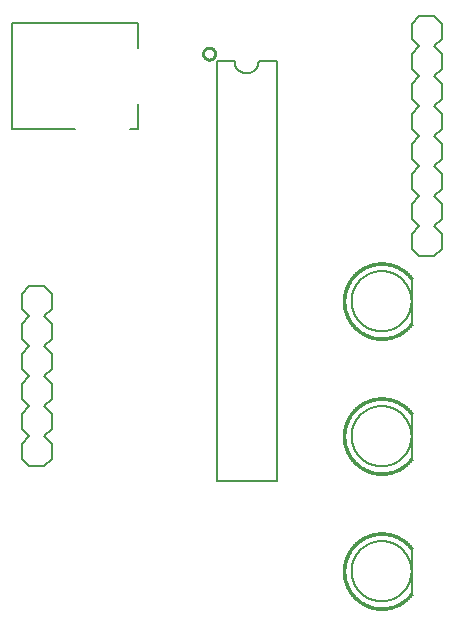
<source format=gto>
G75*
%MOIN*%
%OFA0B0*%
%FSLAX25Y25*%
%IPPOS*%
%LPD*%
%AMOC8*
5,1,8,0,0,1.08239X$1,22.5*
%
%ADD10C,0.00800*%
%ADD11C,0.00100*%
%ADD12C,0.00600*%
%ADD13C,0.01000*%
D10*
X0022500Y0076300D02*
X0027500Y0076300D01*
X0030000Y0078800D01*
X0030000Y0083800D01*
X0027500Y0086300D01*
X0030000Y0088800D01*
X0030000Y0093800D01*
X0027500Y0096300D01*
X0030000Y0098800D01*
X0030000Y0103800D01*
X0027500Y0106300D01*
X0030000Y0108800D01*
X0030000Y0113800D01*
X0027500Y0116300D01*
X0030000Y0118800D01*
X0030000Y0123800D01*
X0027500Y0126300D01*
X0030000Y0128800D01*
X0030000Y0133800D01*
X0027500Y0136300D01*
X0022500Y0136300D01*
X0020000Y0133800D01*
X0020000Y0128800D01*
X0022500Y0126300D01*
X0020000Y0123800D01*
X0020000Y0118800D01*
X0022500Y0116300D01*
X0020000Y0113800D01*
X0020000Y0108800D01*
X0022500Y0106300D01*
X0020000Y0103800D01*
X0020000Y0098800D01*
X0022500Y0096300D01*
X0020000Y0093800D01*
X0020000Y0088800D01*
X0022500Y0086300D01*
X0020000Y0083800D01*
X0020000Y0078800D01*
X0022500Y0076300D01*
X0085000Y0071300D02*
X0105000Y0071300D01*
X0105000Y0211300D01*
X0099000Y0211300D01*
X0098998Y0211174D01*
X0098992Y0211049D01*
X0098982Y0210924D01*
X0098968Y0210799D01*
X0098951Y0210674D01*
X0098929Y0210550D01*
X0098904Y0210427D01*
X0098874Y0210305D01*
X0098841Y0210184D01*
X0098804Y0210064D01*
X0098764Y0209945D01*
X0098719Y0209828D01*
X0098671Y0209711D01*
X0098619Y0209597D01*
X0098564Y0209484D01*
X0098505Y0209373D01*
X0098443Y0209264D01*
X0098377Y0209157D01*
X0098308Y0209052D01*
X0098236Y0208949D01*
X0098161Y0208848D01*
X0098082Y0208750D01*
X0098000Y0208655D01*
X0097916Y0208562D01*
X0097828Y0208472D01*
X0097738Y0208384D01*
X0097645Y0208300D01*
X0097550Y0208218D01*
X0097452Y0208139D01*
X0097351Y0208064D01*
X0097248Y0207992D01*
X0097143Y0207923D01*
X0097036Y0207857D01*
X0096927Y0207795D01*
X0096816Y0207736D01*
X0096703Y0207681D01*
X0096589Y0207629D01*
X0096472Y0207581D01*
X0096355Y0207536D01*
X0096236Y0207496D01*
X0096116Y0207459D01*
X0095995Y0207426D01*
X0095873Y0207396D01*
X0095750Y0207371D01*
X0095626Y0207349D01*
X0095501Y0207332D01*
X0095376Y0207318D01*
X0095251Y0207308D01*
X0095126Y0207302D01*
X0095000Y0207300D01*
X0094874Y0207302D01*
X0094749Y0207308D01*
X0094624Y0207318D01*
X0094499Y0207332D01*
X0094374Y0207349D01*
X0094250Y0207371D01*
X0094127Y0207396D01*
X0094005Y0207426D01*
X0093884Y0207459D01*
X0093764Y0207496D01*
X0093645Y0207536D01*
X0093528Y0207581D01*
X0093411Y0207629D01*
X0093297Y0207681D01*
X0093184Y0207736D01*
X0093073Y0207795D01*
X0092964Y0207857D01*
X0092857Y0207923D01*
X0092752Y0207992D01*
X0092649Y0208064D01*
X0092548Y0208139D01*
X0092450Y0208218D01*
X0092355Y0208300D01*
X0092262Y0208384D01*
X0092172Y0208472D01*
X0092084Y0208562D01*
X0092000Y0208655D01*
X0091918Y0208750D01*
X0091839Y0208848D01*
X0091764Y0208949D01*
X0091692Y0209052D01*
X0091623Y0209157D01*
X0091557Y0209264D01*
X0091495Y0209373D01*
X0091436Y0209484D01*
X0091381Y0209597D01*
X0091329Y0209711D01*
X0091281Y0209828D01*
X0091236Y0209945D01*
X0091196Y0210064D01*
X0091159Y0210184D01*
X0091126Y0210305D01*
X0091096Y0210427D01*
X0091071Y0210550D01*
X0091049Y0210674D01*
X0091032Y0210799D01*
X0091018Y0210924D01*
X0091008Y0211049D01*
X0091002Y0211174D01*
X0091000Y0211300D01*
X0085000Y0211300D01*
X0085000Y0071300D01*
X0150000Y0078800D02*
X0150000Y0093800D01*
X0150000Y0123800D02*
X0150000Y0138800D01*
X0152500Y0146300D02*
X0150000Y0148800D01*
X0150000Y0153800D01*
X0152500Y0156300D01*
X0150000Y0158800D01*
X0150000Y0163800D01*
X0152500Y0166300D01*
X0150000Y0168800D01*
X0150000Y0173800D01*
X0152500Y0176300D01*
X0150000Y0178800D01*
X0150000Y0183800D01*
X0152500Y0186300D01*
X0150000Y0188800D01*
X0150000Y0193800D01*
X0152500Y0196300D01*
X0150000Y0198800D01*
X0150000Y0203800D01*
X0152500Y0206300D01*
X0150000Y0208800D01*
X0150000Y0213800D01*
X0152500Y0216300D01*
X0150000Y0218800D01*
X0150000Y0223800D01*
X0152500Y0226300D01*
X0157500Y0226300D01*
X0160000Y0223800D01*
X0160000Y0218800D01*
X0157500Y0216300D01*
X0160000Y0213800D01*
X0160000Y0208800D01*
X0157500Y0206300D01*
X0160000Y0203800D01*
X0160000Y0198800D01*
X0157500Y0196300D01*
X0160000Y0193800D01*
X0160000Y0188800D01*
X0157500Y0186300D01*
X0160000Y0183800D01*
X0160000Y0178800D01*
X0157500Y0176300D01*
X0160000Y0173800D01*
X0160000Y0168800D01*
X0157500Y0166300D01*
X0160000Y0163800D01*
X0160000Y0158800D01*
X0157500Y0156300D01*
X0160000Y0153800D01*
X0160000Y0148800D01*
X0157500Y0146300D01*
X0152500Y0146300D01*
X0150000Y0048800D02*
X0150000Y0033800D01*
X0058937Y0188583D02*
X0056181Y0188583D01*
X0058937Y0188583D02*
X0058937Y0196851D01*
X0058937Y0215749D02*
X0058937Y0224017D01*
X0016811Y0224017D01*
X0016811Y0188583D01*
X0037677Y0188583D01*
D11*
X0150329Y0139109D02*
X0149609Y0138569D01*
X0149610Y0138570D02*
X0149429Y0138803D01*
X0149243Y0139031D01*
X0149051Y0139255D01*
X0148854Y0139474D01*
X0148652Y0139688D01*
X0148444Y0139897D01*
X0148231Y0140100D01*
X0148014Y0140299D01*
X0147791Y0140492D01*
X0147564Y0140680D01*
X0147333Y0140862D01*
X0147097Y0141039D01*
X0146856Y0141209D01*
X0146612Y0141374D01*
X0146364Y0141532D01*
X0146112Y0141685D01*
X0145856Y0141831D01*
X0145597Y0141971D01*
X0145334Y0142105D01*
X0145069Y0142232D01*
X0144800Y0142353D01*
X0144528Y0142467D01*
X0144254Y0142574D01*
X0143977Y0142675D01*
X0143698Y0142769D01*
X0143416Y0142856D01*
X0143133Y0142936D01*
X0142847Y0143009D01*
X0142560Y0143075D01*
X0142271Y0143134D01*
X0141981Y0143186D01*
X0141690Y0143231D01*
X0141398Y0143269D01*
X0141105Y0143299D01*
X0140811Y0143323D01*
X0140517Y0143339D01*
X0140223Y0143348D01*
X0139928Y0143350D01*
X0139633Y0143344D01*
X0139339Y0143332D01*
X0139045Y0143312D01*
X0138752Y0143285D01*
X0138459Y0143251D01*
X0138167Y0143210D01*
X0137877Y0143161D01*
X0137587Y0143106D01*
X0137300Y0143044D01*
X0137013Y0142974D01*
X0136729Y0142897D01*
X0136446Y0142814D01*
X0136166Y0142724D01*
X0135888Y0142627D01*
X0135612Y0142523D01*
X0135339Y0142412D01*
X0135069Y0142295D01*
X0134801Y0142171D01*
X0134537Y0142041D01*
X0134276Y0141904D01*
X0134019Y0141761D01*
X0133765Y0141611D01*
X0133514Y0141456D01*
X0133268Y0141294D01*
X0133026Y0141127D01*
X0132788Y0140953D01*
X0132554Y0140774D01*
X0132324Y0140589D01*
X0132100Y0140399D01*
X0131879Y0140203D01*
X0131664Y0140002D01*
X0131454Y0139795D01*
X0131249Y0139584D01*
X0131049Y0139367D01*
X0130854Y0139146D01*
X0130665Y0138920D01*
X0130482Y0138690D01*
X0130304Y0138455D01*
X0130132Y0138215D01*
X0129966Y0137972D01*
X0129806Y0137725D01*
X0129652Y0137474D01*
X0129504Y0137219D01*
X0129362Y0136960D01*
X0129227Y0136699D01*
X0129098Y0136434D01*
X0128976Y0136166D01*
X0128860Y0135895D01*
X0128751Y0135621D01*
X0128649Y0135345D01*
X0128554Y0135066D01*
X0128465Y0134785D01*
X0128383Y0134502D01*
X0128308Y0134217D01*
X0128241Y0133930D01*
X0128180Y0133642D01*
X0128126Y0133352D01*
X0128079Y0133061D01*
X0128040Y0132769D01*
X0128008Y0132477D01*
X0127982Y0132183D01*
X0127964Y0131889D01*
X0127954Y0131595D01*
X0127950Y0131300D01*
X0127954Y0131005D01*
X0127964Y0130711D01*
X0127982Y0130417D01*
X0128008Y0130123D01*
X0128040Y0129831D01*
X0128079Y0129539D01*
X0128126Y0129248D01*
X0128180Y0128958D01*
X0128241Y0128670D01*
X0128308Y0128383D01*
X0128383Y0128098D01*
X0128465Y0127815D01*
X0128554Y0127534D01*
X0128649Y0127255D01*
X0128751Y0126979D01*
X0128860Y0126705D01*
X0128976Y0126434D01*
X0129098Y0126166D01*
X0129227Y0125901D01*
X0129362Y0125640D01*
X0129504Y0125381D01*
X0129652Y0125126D01*
X0129806Y0124875D01*
X0129966Y0124628D01*
X0130132Y0124385D01*
X0130304Y0124145D01*
X0130482Y0123910D01*
X0130665Y0123680D01*
X0130854Y0123454D01*
X0131049Y0123233D01*
X0131249Y0123016D01*
X0131454Y0122805D01*
X0131664Y0122598D01*
X0131879Y0122397D01*
X0132100Y0122201D01*
X0132324Y0122011D01*
X0132554Y0121826D01*
X0132788Y0121647D01*
X0133026Y0121473D01*
X0133268Y0121306D01*
X0133514Y0121144D01*
X0133765Y0120989D01*
X0134019Y0120839D01*
X0134276Y0120696D01*
X0134537Y0120559D01*
X0134801Y0120429D01*
X0135069Y0120305D01*
X0135339Y0120188D01*
X0135612Y0120077D01*
X0135888Y0119973D01*
X0136166Y0119876D01*
X0136446Y0119786D01*
X0136729Y0119703D01*
X0137013Y0119626D01*
X0137300Y0119556D01*
X0137587Y0119494D01*
X0137877Y0119439D01*
X0138167Y0119390D01*
X0138459Y0119349D01*
X0138752Y0119315D01*
X0139045Y0119288D01*
X0139339Y0119268D01*
X0139633Y0119256D01*
X0139928Y0119250D01*
X0140223Y0119252D01*
X0140517Y0119261D01*
X0140811Y0119277D01*
X0141105Y0119301D01*
X0141398Y0119331D01*
X0141690Y0119369D01*
X0141981Y0119414D01*
X0142271Y0119466D01*
X0142560Y0119525D01*
X0142847Y0119591D01*
X0143133Y0119664D01*
X0143416Y0119744D01*
X0143698Y0119831D01*
X0143977Y0119925D01*
X0144254Y0120026D01*
X0144528Y0120133D01*
X0144800Y0120247D01*
X0145069Y0120368D01*
X0145334Y0120495D01*
X0145597Y0120629D01*
X0145856Y0120769D01*
X0146112Y0120915D01*
X0146364Y0121068D01*
X0146612Y0121226D01*
X0146856Y0121391D01*
X0147097Y0121561D01*
X0147333Y0121738D01*
X0147564Y0121920D01*
X0147791Y0122108D01*
X0148014Y0122301D01*
X0148231Y0122500D01*
X0148444Y0122703D01*
X0148652Y0122912D01*
X0148854Y0123126D01*
X0149051Y0123345D01*
X0149243Y0123569D01*
X0149429Y0123797D01*
X0149610Y0124030D01*
X0150329Y0123491D01*
X0150330Y0123490D01*
X0150136Y0123240D01*
X0149936Y0122994D01*
X0149730Y0122754D01*
X0149518Y0122519D01*
X0149300Y0122289D01*
X0149077Y0122064D01*
X0148849Y0121845D01*
X0148615Y0121631D01*
X0148376Y0121423D01*
X0148132Y0121221D01*
X0147883Y0121026D01*
X0147629Y0120836D01*
X0147371Y0120653D01*
X0147109Y0120476D01*
X0146842Y0120305D01*
X0146571Y0120141D01*
X0146296Y0119984D01*
X0146018Y0119833D01*
X0145735Y0119689D01*
X0145450Y0119553D01*
X0145161Y0119423D01*
X0144869Y0119300D01*
X0144574Y0119185D01*
X0144277Y0119077D01*
X0143976Y0118976D01*
X0143674Y0118882D01*
X0143369Y0118796D01*
X0143062Y0118717D01*
X0142754Y0118646D01*
X0142444Y0118583D01*
X0142132Y0118527D01*
X0141819Y0118478D01*
X0141505Y0118438D01*
X0141190Y0118405D01*
X0140874Y0118380D01*
X0140558Y0118362D01*
X0140242Y0118352D01*
X0139925Y0118350D01*
X0139608Y0118356D01*
X0139292Y0118369D01*
X0138976Y0118391D01*
X0138661Y0118419D01*
X0138346Y0118456D01*
X0138033Y0118500D01*
X0137720Y0118552D01*
X0137409Y0118612D01*
X0137100Y0118679D01*
X0136792Y0118754D01*
X0136486Y0118836D01*
X0136183Y0118925D01*
X0135881Y0119022D01*
X0135582Y0119127D01*
X0135286Y0119239D01*
X0134992Y0119357D01*
X0134702Y0119483D01*
X0134415Y0119616D01*
X0134130Y0119757D01*
X0133850Y0119904D01*
X0133573Y0120057D01*
X0133300Y0120218D01*
X0133031Y0120385D01*
X0132766Y0120559D01*
X0132506Y0120739D01*
X0132250Y0120925D01*
X0131999Y0121118D01*
X0131752Y0121316D01*
X0131510Y0121521D01*
X0131274Y0121731D01*
X0131042Y0121948D01*
X0130817Y0122170D01*
X0130596Y0122397D01*
X0130381Y0122629D01*
X0130172Y0122867D01*
X0129969Y0123110D01*
X0129771Y0123358D01*
X0129580Y0123610D01*
X0129395Y0123867D01*
X0129217Y0124129D01*
X0129045Y0124395D01*
X0128879Y0124664D01*
X0128720Y0124938D01*
X0128568Y0125216D01*
X0128423Y0125497D01*
X0128284Y0125782D01*
X0128153Y0126070D01*
X0128029Y0126362D01*
X0127911Y0126656D01*
X0127801Y0126953D01*
X0127699Y0127252D01*
X0127604Y0127554D01*
X0127516Y0127858D01*
X0127435Y0128165D01*
X0127362Y0128473D01*
X0127297Y0128783D01*
X0127239Y0129094D01*
X0127189Y0129407D01*
X0127147Y0129721D01*
X0127112Y0130035D01*
X0127085Y0130351D01*
X0127065Y0130667D01*
X0127054Y0130983D01*
X0127050Y0131300D01*
X0127054Y0131617D01*
X0127065Y0131933D01*
X0127085Y0132249D01*
X0127112Y0132565D01*
X0127147Y0132879D01*
X0127189Y0133193D01*
X0127239Y0133506D01*
X0127297Y0133817D01*
X0127362Y0134127D01*
X0127435Y0134435D01*
X0127516Y0134742D01*
X0127604Y0135046D01*
X0127699Y0135348D01*
X0127801Y0135647D01*
X0127911Y0135944D01*
X0128029Y0136238D01*
X0128153Y0136530D01*
X0128284Y0136818D01*
X0128423Y0137103D01*
X0128568Y0137384D01*
X0128720Y0137662D01*
X0128879Y0137936D01*
X0129045Y0138205D01*
X0129217Y0138471D01*
X0129395Y0138733D01*
X0129580Y0138990D01*
X0129771Y0139242D01*
X0129969Y0139490D01*
X0130172Y0139733D01*
X0130381Y0139971D01*
X0130596Y0140203D01*
X0130817Y0140430D01*
X0131042Y0140652D01*
X0131274Y0140869D01*
X0131510Y0141079D01*
X0131752Y0141284D01*
X0131999Y0141482D01*
X0132250Y0141675D01*
X0132506Y0141861D01*
X0132766Y0142041D01*
X0133031Y0142215D01*
X0133300Y0142382D01*
X0133573Y0142543D01*
X0133850Y0142696D01*
X0134130Y0142843D01*
X0134415Y0142984D01*
X0134702Y0143117D01*
X0134992Y0143243D01*
X0135286Y0143361D01*
X0135582Y0143473D01*
X0135881Y0143578D01*
X0136183Y0143675D01*
X0136486Y0143764D01*
X0136792Y0143846D01*
X0137100Y0143921D01*
X0137409Y0143988D01*
X0137720Y0144048D01*
X0138033Y0144100D01*
X0138346Y0144144D01*
X0138661Y0144181D01*
X0138976Y0144209D01*
X0139292Y0144231D01*
X0139608Y0144244D01*
X0139925Y0144250D01*
X0140242Y0144248D01*
X0140558Y0144238D01*
X0140874Y0144220D01*
X0141190Y0144195D01*
X0141505Y0144162D01*
X0141819Y0144122D01*
X0142132Y0144073D01*
X0142444Y0144017D01*
X0142754Y0143954D01*
X0143062Y0143883D01*
X0143369Y0143804D01*
X0143674Y0143718D01*
X0143976Y0143624D01*
X0144277Y0143523D01*
X0144574Y0143415D01*
X0144869Y0143300D01*
X0145161Y0143177D01*
X0145450Y0143047D01*
X0145735Y0142911D01*
X0146018Y0142767D01*
X0146296Y0142616D01*
X0146571Y0142459D01*
X0146842Y0142295D01*
X0147109Y0142124D01*
X0147371Y0141947D01*
X0147629Y0141764D01*
X0147883Y0141574D01*
X0148132Y0141379D01*
X0148376Y0141177D01*
X0148615Y0140969D01*
X0148849Y0140755D01*
X0149077Y0140536D01*
X0149300Y0140311D01*
X0149518Y0140081D01*
X0149730Y0139846D01*
X0149936Y0139606D01*
X0150136Y0139360D01*
X0150330Y0139110D01*
X0150255Y0139054D01*
X0150062Y0139302D01*
X0149863Y0139546D01*
X0149659Y0139784D01*
X0149449Y0140018D01*
X0149233Y0140246D01*
X0149011Y0140469D01*
X0148784Y0140687D01*
X0148552Y0140899D01*
X0148315Y0141105D01*
X0148073Y0141306D01*
X0147825Y0141500D01*
X0147574Y0141688D01*
X0147317Y0141870D01*
X0147057Y0142046D01*
X0146792Y0142215D01*
X0146523Y0142378D01*
X0146250Y0142534D01*
X0145974Y0142684D01*
X0145694Y0142826D01*
X0145410Y0142962D01*
X0145123Y0143091D01*
X0144833Y0143213D01*
X0144541Y0143327D01*
X0144245Y0143435D01*
X0143947Y0143535D01*
X0143647Y0143628D01*
X0143344Y0143713D01*
X0143040Y0143791D01*
X0142734Y0143862D01*
X0142426Y0143925D01*
X0142116Y0143981D01*
X0141806Y0144029D01*
X0141494Y0144069D01*
X0141181Y0144102D01*
X0140868Y0144127D01*
X0140554Y0144144D01*
X0140240Y0144154D01*
X0139925Y0144156D01*
X0139611Y0144150D01*
X0139297Y0144137D01*
X0138983Y0144116D01*
X0138670Y0144087D01*
X0138358Y0144051D01*
X0138047Y0144007D01*
X0137737Y0143955D01*
X0137428Y0143896D01*
X0137121Y0143829D01*
X0136815Y0143755D01*
X0136512Y0143674D01*
X0136210Y0143585D01*
X0135911Y0143488D01*
X0135614Y0143385D01*
X0135320Y0143274D01*
X0135029Y0143156D01*
X0134740Y0143031D01*
X0134455Y0142899D01*
X0134173Y0142760D01*
X0133895Y0142614D01*
X0133620Y0142461D01*
X0133349Y0142302D01*
X0133082Y0142136D01*
X0132819Y0141963D01*
X0132560Y0141785D01*
X0132306Y0141600D01*
X0132057Y0141408D01*
X0131812Y0141211D01*
X0131572Y0141008D01*
X0131337Y0140799D01*
X0131107Y0140584D01*
X0130883Y0140364D01*
X0130664Y0140139D01*
X0130451Y0139908D01*
X0130243Y0139672D01*
X0130041Y0139430D01*
X0129846Y0139185D01*
X0129656Y0138934D01*
X0129472Y0138679D01*
X0129295Y0138419D01*
X0129124Y0138155D01*
X0128960Y0137887D01*
X0128802Y0137615D01*
X0128651Y0137340D01*
X0128507Y0137060D01*
X0128369Y0136778D01*
X0128239Y0136492D01*
X0128115Y0136203D01*
X0127999Y0135910D01*
X0127890Y0135616D01*
X0127788Y0135318D01*
X0127694Y0135019D01*
X0127606Y0134716D01*
X0127526Y0134412D01*
X0127454Y0134107D01*
X0127389Y0133799D01*
X0127332Y0133490D01*
X0127282Y0133179D01*
X0127240Y0132868D01*
X0127205Y0132555D01*
X0127179Y0132242D01*
X0127159Y0131928D01*
X0127148Y0131614D01*
X0127144Y0131300D01*
X0127148Y0130986D01*
X0127159Y0130672D01*
X0127179Y0130358D01*
X0127205Y0130045D01*
X0127240Y0129732D01*
X0127282Y0129421D01*
X0127332Y0129110D01*
X0127389Y0128801D01*
X0127454Y0128493D01*
X0127526Y0128188D01*
X0127606Y0127884D01*
X0127694Y0127581D01*
X0127788Y0127282D01*
X0127890Y0126984D01*
X0127999Y0126690D01*
X0128115Y0126397D01*
X0128239Y0126108D01*
X0128369Y0125822D01*
X0128507Y0125540D01*
X0128651Y0125260D01*
X0128802Y0124985D01*
X0128960Y0124713D01*
X0129124Y0124445D01*
X0129295Y0124181D01*
X0129472Y0123921D01*
X0129656Y0123666D01*
X0129846Y0123415D01*
X0130041Y0123170D01*
X0130243Y0122928D01*
X0130451Y0122692D01*
X0130664Y0122461D01*
X0130883Y0122236D01*
X0131107Y0122016D01*
X0131337Y0121801D01*
X0131572Y0121592D01*
X0131812Y0121389D01*
X0132057Y0121192D01*
X0132306Y0121000D01*
X0132560Y0120815D01*
X0132819Y0120637D01*
X0133082Y0120464D01*
X0133349Y0120298D01*
X0133620Y0120139D01*
X0133895Y0119986D01*
X0134173Y0119840D01*
X0134455Y0119701D01*
X0134740Y0119569D01*
X0135029Y0119444D01*
X0135320Y0119326D01*
X0135614Y0119215D01*
X0135911Y0119112D01*
X0136210Y0119015D01*
X0136512Y0118926D01*
X0136815Y0118845D01*
X0137121Y0118771D01*
X0137428Y0118704D01*
X0137737Y0118645D01*
X0138047Y0118593D01*
X0138358Y0118549D01*
X0138670Y0118513D01*
X0138983Y0118484D01*
X0139297Y0118463D01*
X0139611Y0118450D01*
X0139925Y0118444D01*
X0140240Y0118446D01*
X0140554Y0118456D01*
X0140868Y0118473D01*
X0141181Y0118498D01*
X0141494Y0118531D01*
X0141806Y0118571D01*
X0142116Y0118619D01*
X0142426Y0118675D01*
X0142734Y0118738D01*
X0143040Y0118809D01*
X0143344Y0118887D01*
X0143647Y0118972D01*
X0143947Y0119065D01*
X0144245Y0119165D01*
X0144541Y0119273D01*
X0144833Y0119387D01*
X0145123Y0119509D01*
X0145410Y0119638D01*
X0145694Y0119774D01*
X0145974Y0119916D01*
X0146250Y0120066D01*
X0146523Y0120222D01*
X0146792Y0120385D01*
X0147057Y0120554D01*
X0147317Y0120730D01*
X0147574Y0120912D01*
X0147825Y0121100D01*
X0148073Y0121294D01*
X0148315Y0121495D01*
X0148552Y0121701D01*
X0148784Y0121913D01*
X0149011Y0122131D01*
X0149233Y0122354D01*
X0149449Y0122582D01*
X0149659Y0122816D01*
X0149863Y0123054D01*
X0150062Y0123298D01*
X0150255Y0123546D01*
X0150180Y0123603D01*
X0149988Y0123356D01*
X0149791Y0123114D01*
X0149588Y0122877D01*
X0149379Y0122646D01*
X0149165Y0122419D01*
X0148945Y0122197D01*
X0148720Y0121981D01*
X0148489Y0121771D01*
X0148254Y0121566D01*
X0148013Y0121367D01*
X0147768Y0121174D01*
X0147518Y0120988D01*
X0147264Y0120807D01*
X0147005Y0120632D01*
X0146742Y0120464D01*
X0146475Y0120303D01*
X0146204Y0120148D01*
X0145930Y0119999D01*
X0145652Y0119858D01*
X0145370Y0119723D01*
X0145086Y0119595D01*
X0144798Y0119474D01*
X0144507Y0119360D01*
X0144214Y0119254D01*
X0143918Y0119154D01*
X0143620Y0119062D01*
X0143320Y0118977D01*
X0143017Y0118900D01*
X0142713Y0118830D01*
X0142408Y0118767D01*
X0142101Y0118712D01*
X0141792Y0118664D01*
X0141483Y0118624D01*
X0141172Y0118592D01*
X0140861Y0118567D01*
X0140550Y0118550D01*
X0140238Y0118540D01*
X0139926Y0118538D01*
X0139614Y0118544D01*
X0139302Y0118557D01*
X0138991Y0118578D01*
X0138680Y0118606D01*
X0138370Y0118643D01*
X0138061Y0118686D01*
X0137753Y0118737D01*
X0137446Y0118796D01*
X0137142Y0118862D01*
X0136838Y0118936D01*
X0136537Y0119017D01*
X0136238Y0119105D01*
X0135941Y0119201D01*
X0135646Y0119304D01*
X0135354Y0119414D01*
X0135065Y0119531D01*
X0134778Y0119655D01*
X0134495Y0119786D01*
X0134215Y0119924D01*
X0133939Y0120069D01*
X0133666Y0120221D01*
X0133397Y0120379D01*
X0133132Y0120544D01*
X0132871Y0120715D01*
X0132615Y0120892D01*
X0132362Y0121076D01*
X0132115Y0121266D01*
X0131872Y0121461D01*
X0131633Y0121663D01*
X0131400Y0121871D01*
X0131172Y0122084D01*
X0130950Y0122302D01*
X0130732Y0122526D01*
X0130521Y0122755D01*
X0130315Y0122990D01*
X0130114Y0123229D01*
X0129920Y0123473D01*
X0129732Y0123722D01*
X0129549Y0123975D01*
X0129373Y0124233D01*
X0129204Y0124495D01*
X0129041Y0124761D01*
X0128884Y0125031D01*
X0128734Y0125305D01*
X0128591Y0125582D01*
X0128454Y0125862D01*
X0128325Y0126146D01*
X0128202Y0126433D01*
X0128087Y0126723D01*
X0127979Y0127016D01*
X0127877Y0127311D01*
X0127783Y0127609D01*
X0127697Y0127909D01*
X0127618Y0128210D01*
X0127546Y0128514D01*
X0127481Y0128819D01*
X0127424Y0129126D01*
X0127375Y0129434D01*
X0127333Y0129744D01*
X0127299Y0130054D01*
X0127272Y0130365D01*
X0127253Y0130676D01*
X0127242Y0130988D01*
X0127238Y0131300D01*
X0127242Y0131612D01*
X0127253Y0131924D01*
X0127272Y0132235D01*
X0127299Y0132546D01*
X0127333Y0132856D01*
X0127375Y0133166D01*
X0127424Y0133474D01*
X0127481Y0133781D01*
X0127546Y0134086D01*
X0127618Y0134390D01*
X0127697Y0134691D01*
X0127783Y0134991D01*
X0127877Y0135289D01*
X0127979Y0135584D01*
X0128087Y0135877D01*
X0128202Y0136167D01*
X0128325Y0136454D01*
X0128454Y0136738D01*
X0128591Y0137018D01*
X0128734Y0137295D01*
X0128884Y0137569D01*
X0129041Y0137839D01*
X0129204Y0138105D01*
X0129373Y0138367D01*
X0129549Y0138625D01*
X0129732Y0138878D01*
X0129920Y0139127D01*
X0130114Y0139371D01*
X0130315Y0139610D01*
X0130521Y0139845D01*
X0130732Y0140074D01*
X0130950Y0140298D01*
X0131172Y0140516D01*
X0131400Y0140729D01*
X0131633Y0140937D01*
X0131872Y0141139D01*
X0132115Y0141334D01*
X0132362Y0141524D01*
X0132615Y0141708D01*
X0132871Y0141885D01*
X0133132Y0142056D01*
X0133397Y0142221D01*
X0133666Y0142379D01*
X0133939Y0142531D01*
X0134215Y0142676D01*
X0134495Y0142814D01*
X0134778Y0142945D01*
X0135065Y0143069D01*
X0135354Y0143186D01*
X0135646Y0143296D01*
X0135941Y0143399D01*
X0136238Y0143495D01*
X0136537Y0143583D01*
X0136838Y0143664D01*
X0137142Y0143738D01*
X0137446Y0143804D01*
X0137753Y0143863D01*
X0138061Y0143914D01*
X0138370Y0143957D01*
X0138680Y0143994D01*
X0138991Y0144022D01*
X0139302Y0144043D01*
X0139614Y0144056D01*
X0139926Y0144062D01*
X0140238Y0144060D01*
X0140550Y0144050D01*
X0140861Y0144033D01*
X0141172Y0144008D01*
X0141483Y0143976D01*
X0141792Y0143936D01*
X0142101Y0143888D01*
X0142408Y0143833D01*
X0142713Y0143770D01*
X0143017Y0143700D01*
X0143320Y0143623D01*
X0143620Y0143538D01*
X0143918Y0143446D01*
X0144214Y0143346D01*
X0144507Y0143240D01*
X0144798Y0143126D01*
X0145086Y0143005D01*
X0145370Y0142877D01*
X0145652Y0142742D01*
X0145930Y0142601D01*
X0146204Y0142452D01*
X0146475Y0142297D01*
X0146742Y0142136D01*
X0147005Y0141968D01*
X0147264Y0141793D01*
X0147518Y0141612D01*
X0147768Y0141426D01*
X0148013Y0141233D01*
X0148254Y0141034D01*
X0148489Y0140829D01*
X0148720Y0140619D01*
X0148945Y0140403D01*
X0149165Y0140181D01*
X0149379Y0139954D01*
X0149588Y0139723D01*
X0149791Y0139486D01*
X0149988Y0139244D01*
X0150180Y0138997D01*
X0150104Y0138941D01*
X0149914Y0139186D01*
X0149719Y0139426D01*
X0149517Y0139661D01*
X0149310Y0139891D01*
X0149097Y0140116D01*
X0148879Y0140336D01*
X0148655Y0140550D01*
X0148426Y0140759D01*
X0148193Y0140962D01*
X0147954Y0141160D01*
X0147711Y0141351D01*
X0147462Y0141537D01*
X0147210Y0141716D01*
X0146953Y0141889D01*
X0146692Y0142056D01*
X0146427Y0142217D01*
X0146158Y0142370D01*
X0145886Y0142518D01*
X0145610Y0142658D01*
X0145330Y0142792D01*
X0145048Y0142919D01*
X0144762Y0143039D01*
X0144474Y0143152D01*
X0144183Y0143258D01*
X0143889Y0143356D01*
X0143593Y0143448D01*
X0143295Y0143532D01*
X0142995Y0143609D01*
X0142693Y0143678D01*
X0142390Y0143741D01*
X0142085Y0143795D01*
X0141779Y0143843D01*
X0141471Y0143882D01*
X0141163Y0143914D01*
X0140855Y0143939D01*
X0140545Y0143956D01*
X0140236Y0143966D01*
X0139926Y0143968D01*
X0139616Y0143962D01*
X0139307Y0143949D01*
X0138998Y0143928D01*
X0138689Y0143900D01*
X0138382Y0143864D01*
X0138075Y0143821D01*
X0137769Y0143770D01*
X0137465Y0143712D01*
X0137162Y0143646D01*
X0136861Y0143573D01*
X0136562Y0143493D01*
X0136265Y0143405D01*
X0135970Y0143310D01*
X0135678Y0143208D01*
X0135388Y0143099D01*
X0135101Y0142982D01*
X0134817Y0142859D01*
X0134536Y0142729D01*
X0134258Y0142592D01*
X0133984Y0142448D01*
X0133713Y0142298D01*
X0133446Y0142141D01*
X0133183Y0141977D01*
X0132924Y0141807D01*
X0132669Y0141631D01*
X0132418Y0141449D01*
X0132173Y0141260D01*
X0131931Y0141066D01*
X0131695Y0140866D01*
X0131464Y0140660D01*
X0131237Y0140448D01*
X0131016Y0140231D01*
X0130801Y0140009D01*
X0130590Y0139782D01*
X0130386Y0139549D01*
X0130187Y0139311D01*
X0129994Y0139069D01*
X0129807Y0138822D01*
X0129626Y0138571D01*
X0129452Y0138315D01*
X0129283Y0138055D01*
X0129121Y0137791D01*
X0128966Y0137523D01*
X0128817Y0137251D01*
X0128675Y0136976D01*
X0128539Y0136697D01*
X0128411Y0136416D01*
X0128289Y0136131D01*
X0128175Y0135843D01*
X0128067Y0135552D01*
X0127967Y0135259D01*
X0127873Y0134964D01*
X0127787Y0134666D01*
X0127709Y0134367D01*
X0127638Y0134065D01*
X0127574Y0133762D01*
X0127517Y0133458D01*
X0127468Y0133152D01*
X0127427Y0132845D01*
X0127393Y0132537D01*
X0127366Y0132228D01*
X0127347Y0131919D01*
X0127336Y0131610D01*
X0127332Y0131300D01*
X0127336Y0130990D01*
X0127347Y0130681D01*
X0127366Y0130372D01*
X0127393Y0130063D01*
X0127427Y0129755D01*
X0127468Y0129448D01*
X0127517Y0129142D01*
X0127574Y0128838D01*
X0127638Y0128535D01*
X0127709Y0128233D01*
X0127787Y0127934D01*
X0127873Y0127636D01*
X0127967Y0127341D01*
X0128067Y0127048D01*
X0128175Y0126757D01*
X0128289Y0126469D01*
X0128411Y0126184D01*
X0128539Y0125903D01*
X0128675Y0125624D01*
X0128817Y0125349D01*
X0128966Y0125077D01*
X0129121Y0124809D01*
X0129283Y0124545D01*
X0129452Y0124285D01*
X0129626Y0124029D01*
X0129807Y0123778D01*
X0129994Y0123531D01*
X0130187Y0123289D01*
X0130386Y0123051D01*
X0130590Y0122818D01*
X0130801Y0122591D01*
X0131016Y0122369D01*
X0131237Y0122152D01*
X0131464Y0121940D01*
X0131695Y0121734D01*
X0131931Y0121534D01*
X0132173Y0121340D01*
X0132418Y0121151D01*
X0132669Y0120969D01*
X0132924Y0120793D01*
X0133183Y0120623D01*
X0133446Y0120459D01*
X0133713Y0120302D01*
X0133984Y0120152D01*
X0134258Y0120008D01*
X0134536Y0119871D01*
X0134817Y0119741D01*
X0135101Y0119618D01*
X0135388Y0119501D01*
X0135678Y0119392D01*
X0135970Y0119290D01*
X0136265Y0119195D01*
X0136562Y0119107D01*
X0136861Y0119027D01*
X0137162Y0118954D01*
X0137465Y0118888D01*
X0137769Y0118830D01*
X0138075Y0118779D01*
X0138382Y0118736D01*
X0138689Y0118700D01*
X0138998Y0118672D01*
X0139307Y0118651D01*
X0139616Y0118638D01*
X0139926Y0118632D01*
X0140236Y0118634D01*
X0140545Y0118644D01*
X0140855Y0118661D01*
X0141163Y0118686D01*
X0141471Y0118718D01*
X0141779Y0118757D01*
X0142085Y0118805D01*
X0142390Y0118859D01*
X0142693Y0118922D01*
X0142995Y0118991D01*
X0143295Y0119068D01*
X0143593Y0119152D01*
X0143889Y0119244D01*
X0144183Y0119342D01*
X0144474Y0119448D01*
X0144762Y0119561D01*
X0145048Y0119681D01*
X0145330Y0119808D01*
X0145610Y0119942D01*
X0145886Y0120082D01*
X0146158Y0120230D01*
X0146427Y0120383D01*
X0146692Y0120544D01*
X0146953Y0120711D01*
X0147210Y0120884D01*
X0147462Y0121063D01*
X0147711Y0121249D01*
X0147954Y0121440D01*
X0148193Y0121638D01*
X0148426Y0121841D01*
X0148655Y0122050D01*
X0148879Y0122264D01*
X0149097Y0122484D01*
X0149310Y0122709D01*
X0149517Y0122939D01*
X0149719Y0123174D01*
X0149914Y0123414D01*
X0150104Y0123659D01*
X0150029Y0123716D01*
X0149841Y0123473D01*
X0149646Y0123234D01*
X0149446Y0123001D01*
X0149241Y0122773D01*
X0149029Y0122549D01*
X0148813Y0122331D01*
X0148591Y0122118D01*
X0148364Y0121911D01*
X0148132Y0121709D01*
X0147895Y0121513D01*
X0147653Y0121323D01*
X0147407Y0121139D01*
X0147156Y0120961D01*
X0146901Y0120789D01*
X0146642Y0120624D01*
X0146379Y0120464D01*
X0146112Y0120312D01*
X0145842Y0120165D01*
X0145568Y0120026D01*
X0145291Y0119893D01*
X0145010Y0119767D01*
X0144727Y0119648D01*
X0144440Y0119536D01*
X0144151Y0119431D01*
X0143860Y0119333D01*
X0143566Y0119242D01*
X0143270Y0119159D01*
X0142973Y0119082D01*
X0142673Y0119013D01*
X0142372Y0118952D01*
X0142069Y0118897D01*
X0141765Y0118851D01*
X0141460Y0118811D01*
X0141155Y0118779D01*
X0140848Y0118755D01*
X0140541Y0118738D01*
X0140234Y0118728D01*
X0139926Y0118726D01*
X0139619Y0118732D01*
X0139312Y0118745D01*
X0139005Y0118765D01*
X0138699Y0118794D01*
X0138393Y0118829D01*
X0138089Y0118872D01*
X0137786Y0118923D01*
X0137484Y0118980D01*
X0137183Y0119046D01*
X0136884Y0119118D01*
X0136588Y0119198D01*
X0136293Y0119285D01*
X0136000Y0119379D01*
X0135710Y0119481D01*
X0135422Y0119589D01*
X0135137Y0119704D01*
X0134855Y0119827D01*
X0134576Y0119956D01*
X0134300Y0120092D01*
X0134028Y0120235D01*
X0133759Y0120384D01*
X0133494Y0120540D01*
X0133233Y0120702D01*
X0132976Y0120871D01*
X0132723Y0121046D01*
X0132475Y0121227D01*
X0132231Y0121414D01*
X0131991Y0121607D01*
X0131757Y0121805D01*
X0131527Y0122010D01*
X0131302Y0122220D01*
X0131083Y0122435D01*
X0130869Y0122656D01*
X0130660Y0122881D01*
X0130457Y0123112D01*
X0130260Y0123348D01*
X0130068Y0123589D01*
X0129883Y0123834D01*
X0129703Y0124083D01*
X0129530Y0124337D01*
X0129363Y0124595D01*
X0129202Y0124857D01*
X0129048Y0125123D01*
X0128900Y0125393D01*
X0128759Y0125666D01*
X0128624Y0125943D01*
X0128497Y0126222D01*
X0128376Y0126505D01*
X0128262Y0126791D01*
X0128156Y0127079D01*
X0128056Y0127370D01*
X0127963Y0127663D01*
X0127878Y0127959D01*
X0127800Y0128256D01*
X0127729Y0128555D01*
X0127666Y0128856D01*
X0127610Y0129158D01*
X0127561Y0129462D01*
X0127520Y0129767D01*
X0127486Y0130072D01*
X0127460Y0130378D01*
X0127441Y0130685D01*
X0127430Y0130993D01*
X0127426Y0131300D01*
X0127430Y0131607D01*
X0127441Y0131915D01*
X0127460Y0132222D01*
X0127486Y0132528D01*
X0127520Y0132833D01*
X0127561Y0133138D01*
X0127610Y0133442D01*
X0127666Y0133744D01*
X0127729Y0134045D01*
X0127800Y0134344D01*
X0127878Y0134641D01*
X0127963Y0134937D01*
X0128056Y0135230D01*
X0128156Y0135521D01*
X0128262Y0135809D01*
X0128376Y0136095D01*
X0128497Y0136378D01*
X0128624Y0136657D01*
X0128759Y0136934D01*
X0128900Y0137207D01*
X0129048Y0137477D01*
X0129202Y0137743D01*
X0129363Y0138005D01*
X0129530Y0138263D01*
X0129703Y0138517D01*
X0129883Y0138766D01*
X0130068Y0139011D01*
X0130260Y0139252D01*
X0130457Y0139488D01*
X0130660Y0139719D01*
X0130869Y0139944D01*
X0131083Y0140165D01*
X0131302Y0140380D01*
X0131527Y0140590D01*
X0131757Y0140795D01*
X0131991Y0140993D01*
X0132231Y0141186D01*
X0132475Y0141373D01*
X0132723Y0141554D01*
X0132976Y0141729D01*
X0133233Y0141898D01*
X0133494Y0142060D01*
X0133759Y0142216D01*
X0134028Y0142365D01*
X0134300Y0142508D01*
X0134576Y0142644D01*
X0134855Y0142773D01*
X0135137Y0142896D01*
X0135422Y0143011D01*
X0135710Y0143119D01*
X0136000Y0143221D01*
X0136293Y0143315D01*
X0136588Y0143402D01*
X0136884Y0143482D01*
X0137183Y0143554D01*
X0137484Y0143620D01*
X0137786Y0143677D01*
X0138089Y0143728D01*
X0138393Y0143771D01*
X0138699Y0143806D01*
X0139005Y0143835D01*
X0139312Y0143855D01*
X0139619Y0143868D01*
X0139926Y0143874D01*
X0140234Y0143872D01*
X0140541Y0143862D01*
X0140848Y0143845D01*
X0141155Y0143821D01*
X0141460Y0143789D01*
X0141765Y0143749D01*
X0142069Y0143703D01*
X0142372Y0143648D01*
X0142673Y0143587D01*
X0142973Y0143518D01*
X0143270Y0143441D01*
X0143566Y0143358D01*
X0143860Y0143267D01*
X0144151Y0143169D01*
X0144440Y0143064D01*
X0144727Y0142952D01*
X0145010Y0142833D01*
X0145291Y0142707D01*
X0145568Y0142574D01*
X0145842Y0142435D01*
X0146112Y0142288D01*
X0146379Y0142136D01*
X0146642Y0141976D01*
X0146901Y0141811D01*
X0147156Y0141639D01*
X0147407Y0141461D01*
X0147653Y0141277D01*
X0147895Y0141087D01*
X0148132Y0140891D01*
X0148364Y0140689D01*
X0148591Y0140482D01*
X0148813Y0140269D01*
X0149029Y0140051D01*
X0149241Y0139827D01*
X0149446Y0139599D01*
X0149646Y0139366D01*
X0149841Y0139127D01*
X0150029Y0138884D01*
X0149954Y0138828D01*
X0149767Y0139069D01*
X0149574Y0139306D01*
X0149375Y0139537D01*
X0149171Y0139764D01*
X0148962Y0139986D01*
X0148747Y0140202D01*
X0148526Y0140413D01*
X0148301Y0140619D01*
X0148071Y0140819D01*
X0147835Y0141014D01*
X0147596Y0141202D01*
X0147351Y0141385D01*
X0147102Y0141562D01*
X0146849Y0141732D01*
X0146592Y0141897D01*
X0146331Y0142055D01*
X0146066Y0142206D01*
X0145798Y0142351D01*
X0145526Y0142490D01*
X0145251Y0142622D01*
X0144972Y0142747D01*
X0144691Y0142865D01*
X0144407Y0142976D01*
X0144120Y0143080D01*
X0143831Y0143178D01*
X0143539Y0143268D01*
X0143246Y0143351D01*
X0142950Y0143426D01*
X0142653Y0143495D01*
X0142354Y0143556D01*
X0142053Y0143610D01*
X0141752Y0143656D01*
X0141449Y0143696D01*
X0141146Y0143727D01*
X0140841Y0143752D01*
X0140537Y0143768D01*
X0140232Y0143778D01*
X0139927Y0143780D01*
X0139622Y0143774D01*
X0139317Y0143761D01*
X0139012Y0143741D01*
X0138708Y0143713D01*
X0138405Y0143678D01*
X0138103Y0143635D01*
X0137802Y0143585D01*
X0137502Y0143528D01*
X0137204Y0143463D01*
X0136908Y0143391D01*
X0136613Y0143312D01*
X0136320Y0143225D01*
X0136030Y0143132D01*
X0135742Y0143031D01*
X0135456Y0142923D01*
X0135173Y0142809D01*
X0134893Y0142687D01*
X0134616Y0142559D01*
X0134343Y0142424D01*
X0134073Y0142283D01*
X0133806Y0142134D01*
X0133543Y0141980D01*
X0133284Y0141819D01*
X0133028Y0141651D01*
X0132777Y0141478D01*
X0132531Y0141298D01*
X0132289Y0141112D01*
X0132051Y0140921D01*
X0131818Y0140724D01*
X0131590Y0140521D01*
X0131367Y0140312D01*
X0131149Y0140099D01*
X0130937Y0139880D01*
X0130730Y0139656D01*
X0130528Y0139426D01*
X0130332Y0139192D01*
X0130142Y0138954D01*
X0129958Y0138710D01*
X0129780Y0138463D01*
X0129608Y0138211D01*
X0129442Y0137954D01*
X0129283Y0137694D01*
X0129129Y0137430D01*
X0128983Y0137163D01*
X0128843Y0136892D01*
X0128709Y0136617D01*
X0128583Y0136340D01*
X0128463Y0136059D01*
X0128350Y0135775D01*
X0128244Y0135489D01*
X0128145Y0135201D01*
X0128053Y0134910D01*
X0127969Y0134616D01*
X0127891Y0134321D01*
X0127821Y0134024D01*
X0127758Y0133726D01*
X0127702Y0133426D01*
X0127654Y0133124D01*
X0127613Y0132822D01*
X0127580Y0132519D01*
X0127554Y0132215D01*
X0127535Y0131910D01*
X0127524Y0131605D01*
X0127520Y0131300D01*
X0127524Y0130995D01*
X0127535Y0130690D01*
X0127554Y0130385D01*
X0127580Y0130081D01*
X0127613Y0129778D01*
X0127654Y0129476D01*
X0127702Y0129174D01*
X0127758Y0128874D01*
X0127821Y0128576D01*
X0127891Y0128279D01*
X0127969Y0127984D01*
X0128053Y0127690D01*
X0128145Y0127399D01*
X0128244Y0127111D01*
X0128350Y0126825D01*
X0128463Y0126541D01*
X0128583Y0126260D01*
X0128709Y0125983D01*
X0128843Y0125708D01*
X0128983Y0125437D01*
X0129129Y0125170D01*
X0129283Y0124906D01*
X0129442Y0124646D01*
X0129608Y0124389D01*
X0129780Y0124137D01*
X0129958Y0123890D01*
X0130142Y0123646D01*
X0130332Y0123408D01*
X0130528Y0123174D01*
X0130730Y0122944D01*
X0130937Y0122720D01*
X0131149Y0122501D01*
X0131367Y0122288D01*
X0131590Y0122079D01*
X0131818Y0121876D01*
X0132051Y0121679D01*
X0132289Y0121488D01*
X0132531Y0121302D01*
X0132777Y0121122D01*
X0133028Y0120949D01*
X0133284Y0120781D01*
X0133543Y0120620D01*
X0133806Y0120466D01*
X0134073Y0120317D01*
X0134343Y0120176D01*
X0134616Y0120041D01*
X0134893Y0119913D01*
X0135173Y0119791D01*
X0135456Y0119677D01*
X0135742Y0119569D01*
X0136030Y0119468D01*
X0136320Y0119375D01*
X0136613Y0119288D01*
X0136908Y0119209D01*
X0137204Y0119137D01*
X0137502Y0119072D01*
X0137802Y0119015D01*
X0138103Y0118965D01*
X0138405Y0118922D01*
X0138708Y0118887D01*
X0139012Y0118859D01*
X0139317Y0118839D01*
X0139622Y0118826D01*
X0139927Y0118820D01*
X0140232Y0118822D01*
X0140537Y0118832D01*
X0140841Y0118848D01*
X0141146Y0118873D01*
X0141449Y0118904D01*
X0141752Y0118944D01*
X0142053Y0118990D01*
X0142354Y0119044D01*
X0142653Y0119105D01*
X0142950Y0119174D01*
X0143246Y0119249D01*
X0143539Y0119332D01*
X0143831Y0119422D01*
X0144120Y0119520D01*
X0144407Y0119624D01*
X0144691Y0119735D01*
X0144972Y0119853D01*
X0145251Y0119978D01*
X0145526Y0120110D01*
X0145798Y0120249D01*
X0146066Y0120394D01*
X0146331Y0120545D01*
X0146592Y0120703D01*
X0146849Y0120868D01*
X0147102Y0121038D01*
X0147351Y0121215D01*
X0147596Y0121398D01*
X0147835Y0121586D01*
X0148071Y0121781D01*
X0148301Y0121981D01*
X0148526Y0122187D01*
X0148747Y0122398D01*
X0148962Y0122614D01*
X0149171Y0122836D01*
X0149375Y0123063D01*
X0149574Y0123294D01*
X0149767Y0123531D01*
X0149954Y0123772D01*
X0149879Y0123828D01*
X0149693Y0123589D01*
X0149502Y0123354D01*
X0149305Y0123125D01*
X0149102Y0122900D01*
X0148894Y0122679D01*
X0148680Y0122465D01*
X0148462Y0122255D01*
X0148238Y0122051D01*
X0148010Y0121852D01*
X0147776Y0121659D01*
X0147538Y0121472D01*
X0147296Y0121291D01*
X0147049Y0121115D01*
X0146798Y0120946D01*
X0146542Y0120783D01*
X0146283Y0120626D01*
X0146020Y0120476D01*
X0145754Y0120332D01*
X0145484Y0120194D01*
X0145211Y0120063D01*
X0144935Y0119939D01*
X0144655Y0119822D01*
X0144373Y0119712D01*
X0144089Y0119608D01*
X0143802Y0119512D01*
X0143512Y0119422D01*
X0143221Y0119340D01*
X0142928Y0119265D01*
X0142632Y0119197D01*
X0142336Y0119136D01*
X0142038Y0119083D01*
X0141738Y0119037D01*
X0141438Y0118998D01*
X0141137Y0118966D01*
X0140835Y0118942D01*
X0140532Y0118925D01*
X0140230Y0118916D01*
X0139927Y0118914D01*
X0139624Y0118920D01*
X0139322Y0118933D01*
X0139019Y0118953D01*
X0138718Y0118981D01*
X0138417Y0119016D01*
X0138117Y0119058D01*
X0137818Y0119108D01*
X0137521Y0119165D01*
X0137225Y0119229D01*
X0136931Y0119300D01*
X0136638Y0119379D01*
X0136348Y0119465D01*
X0136059Y0119558D01*
X0135774Y0119657D01*
X0135490Y0119764D01*
X0135210Y0119878D01*
X0134932Y0119998D01*
X0134657Y0120126D01*
X0134385Y0120260D01*
X0134117Y0120400D01*
X0133852Y0120547D01*
X0133591Y0120701D01*
X0133334Y0120861D01*
X0133081Y0121027D01*
X0132832Y0121199D01*
X0132587Y0121377D01*
X0132346Y0121562D01*
X0132111Y0121752D01*
X0131880Y0121947D01*
X0131653Y0122149D01*
X0131432Y0122355D01*
X0131216Y0122568D01*
X0131005Y0122785D01*
X0130800Y0123007D01*
X0130600Y0123235D01*
X0130405Y0123467D01*
X0130217Y0123704D01*
X0130034Y0123946D01*
X0129857Y0124191D01*
X0129686Y0124442D01*
X0129522Y0124696D01*
X0129363Y0124954D01*
X0129211Y0125216D01*
X0129066Y0125481D01*
X0128927Y0125750D01*
X0128794Y0126023D01*
X0128669Y0126298D01*
X0128550Y0126577D01*
X0128438Y0126858D01*
X0128333Y0127142D01*
X0128234Y0127429D01*
X0128143Y0127718D01*
X0128059Y0128009D01*
X0127982Y0128302D01*
X0127913Y0128596D01*
X0127850Y0128893D01*
X0127795Y0129190D01*
X0127747Y0129489D01*
X0127706Y0129789D01*
X0127673Y0130091D01*
X0127647Y0130392D01*
X0127629Y0130695D01*
X0127618Y0130997D01*
X0127614Y0131300D01*
X0127618Y0131603D01*
X0127629Y0131905D01*
X0127647Y0132208D01*
X0127673Y0132509D01*
X0127706Y0132811D01*
X0127747Y0133111D01*
X0127795Y0133410D01*
X0127850Y0133707D01*
X0127913Y0134004D01*
X0127982Y0134298D01*
X0128059Y0134591D01*
X0128143Y0134882D01*
X0128234Y0135171D01*
X0128333Y0135458D01*
X0128438Y0135742D01*
X0128550Y0136023D01*
X0128669Y0136302D01*
X0128794Y0136577D01*
X0128927Y0136850D01*
X0129066Y0137119D01*
X0129211Y0137384D01*
X0129363Y0137646D01*
X0129522Y0137904D01*
X0129686Y0138158D01*
X0129857Y0138409D01*
X0130034Y0138654D01*
X0130217Y0138896D01*
X0130405Y0139133D01*
X0130600Y0139365D01*
X0130800Y0139593D01*
X0131005Y0139815D01*
X0131216Y0140032D01*
X0131432Y0140245D01*
X0131653Y0140451D01*
X0131880Y0140653D01*
X0132111Y0140848D01*
X0132346Y0141038D01*
X0132587Y0141223D01*
X0132832Y0141401D01*
X0133081Y0141573D01*
X0133334Y0141739D01*
X0133591Y0141899D01*
X0133852Y0142053D01*
X0134117Y0142200D01*
X0134385Y0142340D01*
X0134657Y0142474D01*
X0134932Y0142602D01*
X0135210Y0142722D01*
X0135490Y0142836D01*
X0135774Y0142943D01*
X0136059Y0143042D01*
X0136348Y0143135D01*
X0136638Y0143221D01*
X0136931Y0143300D01*
X0137225Y0143371D01*
X0137521Y0143435D01*
X0137818Y0143492D01*
X0138117Y0143542D01*
X0138417Y0143584D01*
X0138718Y0143619D01*
X0139019Y0143647D01*
X0139322Y0143667D01*
X0139624Y0143680D01*
X0139927Y0143686D01*
X0140230Y0143684D01*
X0140532Y0143675D01*
X0140835Y0143658D01*
X0141137Y0143634D01*
X0141438Y0143602D01*
X0141738Y0143563D01*
X0142038Y0143517D01*
X0142336Y0143464D01*
X0142632Y0143403D01*
X0142928Y0143335D01*
X0143221Y0143260D01*
X0143512Y0143178D01*
X0143802Y0143088D01*
X0144089Y0142992D01*
X0144373Y0142888D01*
X0144655Y0142778D01*
X0144935Y0142661D01*
X0145211Y0142537D01*
X0145484Y0142406D01*
X0145754Y0142268D01*
X0146020Y0142124D01*
X0146283Y0141974D01*
X0146542Y0141817D01*
X0146798Y0141654D01*
X0147049Y0141485D01*
X0147296Y0141309D01*
X0147538Y0141128D01*
X0147776Y0140941D01*
X0148010Y0140748D01*
X0148238Y0140549D01*
X0148462Y0140345D01*
X0148680Y0140135D01*
X0148894Y0139921D01*
X0149102Y0139700D01*
X0149305Y0139475D01*
X0149502Y0139246D01*
X0149693Y0139011D01*
X0149879Y0138772D01*
X0149804Y0138715D01*
X0149619Y0138953D01*
X0149429Y0139185D01*
X0149234Y0139414D01*
X0149033Y0139637D01*
X0148826Y0139855D01*
X0148614Y0140069D01*
X0148397Y0140277D01*
X0148175Y0140479D01*
X0147948Y0140676D01*
X0147717Y0140868D01*
X0147481Y0141054D01*
X0147240Y0141234D01*
X0146995Y0141408D01*
X0146746Y0141576D01*
X0146492Y0141738D01*
X0146235Y0141893D01*
X0145974Y0142042D01*
X0145710Y0142185D01*
X0145442Y0142322D01*
X0145171Y0142451D01*
X0144897Y0142574D01*
X0144620Y0142691D01*
X0144340Y0142800D01*
X0144057Y0142903D01*
X0143773Y0142999D01*
X0143485Y0143087D01*
X0143196Y0143169D01*
X0142905Y0143244D01*
X0142612Y0143311D01*
X0142318Y0143372D01*
X0142022Y0143425D01*
X0141725Y0143470D01*
X0141427Y0143509D01*
X0141128Y0143540D01*
X0140828Y0143564D01*
X0140528Y0143581D01*
X0140228Y0143590D01*
X0139927Y0143592D01*
X0139627Y0143586D01*
X0139326Y0143574D01*
X0139027Y0143553D01*
X0138727Y0143526D01*
X0138429Y0143491D01*
X0138131Y0143449D01*
X0137835Y0143400D01*
X0137540Y0143343D01*
X0137246Y0143279D01*
X0136954Y0143209D01*
X0136664Y0143131D01*
X0136375Y0143045D01*
X0136089Y0142953D01*
X0135805Y0142854D01*
X0135524Y0142748D01*
X0135246Y0142635D01*
X0134970Y0142516D01*
X0134697Y0142389D01*
X0134428Y0142256D01*
X0134162Y0142117D01*
X0133899Y0141971D01*
X0133640Y0141819D01*
X0133384Y0141660D01*
X0133133Y0141495D01*
X0132886Y0141324D01*
X0132643Y0141147D01*
X0132404Y0140964D01*
X0132170Y0140776D01*
X0131941Y0140582D01*
X0131717Y0140382D01*
X0131497Y0140177D01*
X0131283Y0139966D01*
X0131073Y0139750D01*
X0130869Y0139530D01*
X0130671Y0139304D01*
X0130478Y0139073D01*
X0130291Y0138838D01*
X0130109Y0138599D01*
X0129934Y0138355D01*
X0129764Y0138106D01*
X0129601Y0137854D01*
X0129444Y0137598D01*
X0129293Y0137338D01*
X0129149Y0137074D01*
X0129011Y0136807D01*
X0128879Y0136537D01*
X0128755Y0136264D01*
X0128637Y0135987D01*
X0128526Y0135708D01*
X0128421Y0135426D01*
X0128324Y0135142D01*
X0128233Y0134855D01*
X0128150Y0134566D01*
X0128074Y0134276D01*
X0128004Y0133983D01*
X0127942Y0133689D01*
X0127888Y0133394D01*
X0127840Y0133097D01*
X0127800Y0132799D01*
X0127767Y0132500D01*
X0127741Y0132201D01*
X0127723Y0131901D01*
X0127712Y0131601D01*
X0127708Y0131300D01*
X0127712Y0130999D01*
X0127723Y0130699D01*
X0127741Y0130399D01*
X0127767Y0130100D01*
X0127800Y0129801D01*
X0127840Y0129503D01*
X0127888Y0129206D01*
X0127942Y0128911D01*
X0128004Y0128617D01*
X0128074Y0128324D01*
X0128150Y0128034D01*
X0128233Y0127745D01*
X0128324Y0127458D01*
X0128421Y0127174D01*
X0128526Y0126892D01*
X0128637Y0126613D01*
X0128755Y0126336D01*
X0128879Y0126063D01*
X0129011Y0125793D01*
X0129149Y0125526D01*
X0129293Y0125262D01*
X0129444Y0125002D01*
X0129601Y0124746D01*
X0129764Y0124494D01*
X0129934Y0124245D01*
X0130109Y0124001D01*
X0130291Y0123762D01*
X0130478Y0123527D01*
X0130671Y0123296D01*
X0130869Y0123070D01*
X0131073Y0122850D01*
X0131283Y0122634D01*
X0131497Y0122423D01*
X0131717Y0122218D01*
X0131941Y0122018D01*
X0132170Y0121824D01*
X0132404Y0121636D01*
X0132643Y0121453D01*
X0132886Y0121276D01*
X0133133Y0121105D01*
X0133384Y0120940D01*
X0133640Y0120781D01*
X0133899Y0120629D01*
X0134162Y0120483D01*
X0134428Y0120344D01*
X0134697Y0120211D01*
X0134970Y0120084D01*
X0135246Y0119965D01*
X0135524Y0119852D01*
X0135805Y0119746D01*
X0136089Y0119647D01*
X0136375Y0119555D01*
X0136664Y0119469D01*
X0136954Y0119391D01*
X0137246Y0119321D01*
X0137540Y0119257D01*
X0137835Y0119200D01*
X0138131Y0119151D01*
X0138429Y0119109D01*
X0138727Y0119074D01*
X0139027Y0119047D01*
X0139326Y0119026D01*
X0139627Y0119014D01*
X0139927Y0119008D01*
X0140228Y0119010D01*
X0140528Y0119019D01*
X0140828Y0119036D01*
X0141128Y0119060D01*
X0141427Y0119091D01*
X0141725Y0119130D01*
X0142022Y0119175D01*
X0142318Y0119228D01*
X0142612Y0119289D01*
X0142905Y0119356D01*
X0143196Y0119431D01*
X0143485Y0119513D01*
X0143773Y0119601D01*
X0144057Y0119697D01*
X0144340Y0119800D01*
X0144620Y0119909D01*
X0144897Y0120026D01*
X0145171Y0120149D01*
X0145442Y0120278D01*
X0145710Y0120415D01*
X0145974Y0120558D01*
X0146235Y0120707D01*
X0146492Y0120862D01*
X0146746Y0121024D01*
X0146995Y0121192D01*
X0147240Y0121366D01*
X0147481Y0121546D01*
X0147717Y0121732D01*
X0147948Y0121924D01*
X0148175Y0122121D01*
X0148397Y0122323D01*
X0148614Y0122531D01*
X0148826Y0122745D01*
X0149033Y0122963D01*
X0149234Y0123186D01*
X0149429Y0123415D01*
X0149619Y0123647D01*
X0149804Y0123885D01*
X0149728Y0123941D01*
X0149546Y0123706D01*
X0149357Y0123475D01*
X0149163Y0123248D01*
X0148963Y0123026D01*
X0148758Y0122810D01*
X0148548Y0122598D01*
X0148333Y0122392D01*
X0148113Y0122191D01*
X0147887Y0121995D01*
X0147658Y0121805D01*
X0147423Y0121621D01*
X0147184Y0121442D01*
X0146941Y0121269D01*
X0146694Y0121103D01*
X0146442Y0120942D01*
X0146187Y0120788D01*
X0145928Y0120640D01*
X0145666Y0120498D01*
X0145400Y0120363D01*
X0145131Y0120234D01*
X0144859Y0120112D01*
X0144584Y0119996D01*
X0144306Y0119887D01*
X0144026Y0119786D01*
X0143743Y0119691D01*
X0143458Y0119603D01*
X0143171Y0119522D01*
X0142883Y0119447D01*
X0142592Y0119381D01*
X0142300Y0119321D01*
X0142006Y0119268D01*
X0141711Y0119223D01*
X0141416Y0119184D01*
X0141119Y0119153D01*
X0140822Y0119130D01*
X0140524Y0119113D01*
X0140226Y0119104D01*
X0139928Y0119102D01*
X0139629Y0119108D01*
X0139331Y0119120D01*
X0139034Y0119140D01*
X0138737Y0119168D01*
X0138441Y0119202D01*
X0138145Y0119244D01*
X0137851Y0119293D01*
X0137558Y0119349D01*
X0137267Y0119412D01*
X0136977Y0119483D01*
X0136689Y0119560D01*
X0136403Y0119644D01*
X0136119Y0119736D01*
X0135837Y0119834D01*
X0135558Y0119939D01*
X0135282Y0120051D01*
X0135008Y0120170D01*
X0134738Y0120295D01*
X0134470Y0120427D01*
X0134206Y0120566D01*
X0133945Y0120711D01*
X0133688Y0120862D01*
X0133435Y0121019D01*
X0133186Y0121183D01*
X0132940Y0121353D01*
X0132699Y0121528D01*
X0132462Y0121710D01*
X0132230Y0121897D01*
X0132003Y0122089D01*
X0131780Y0122288D01*
X0131562Y0122491D01*
X0131349Y0122700D01*
X0131141Y0122914D01*
X0130939Y0123134D01*
X0130742Y0123357D01*
X0130551Y0123586D01*
X0130365Y0123820D01*
X0130185Y0124057D01*
X0130011Y0124299D01*
X0129843Y0124546D01*
X0129681Y0124796D01*
X0129525Y0125050D01*
X0129375Y0125308D01*
X0129232Y0125570D01*
X0129095Y0125835D01*
X0128964Y0126103D01*
X0128841Y0126374D01*
X0128724Y0126649D01*
X0128613Y0126926D01*
X0128510Y0127206D01*
X0128413Y0127488D01*
X0128323Y0127772D01*
X0128241Y0128059D01*
X0128165Y0128347D01*
X0128096Y0128637D01*
X0128035Y0128929D01*
X0127980Y0129222D01*
X0127933Y0129517D01*
X0127893Y0129812D01*
X0127860Y0130109D01*
X0127835Y0130406D01*
X0127817Y0130704D01*
X0127806Y0131002D01*
X0127802Y0131300D01*
X0127806Y0131598D01*
X0127817Y0131896D01*
X0127835Y0132194D01*
X0127860Y0132491D01*
X0127893Y0132788D01*
X0127933Y0133083D01*
X0127980Y0133378D01*
X0128035Y0133671D01*
X0128096Y0133963D01*
X0128165Y0134253D01*
X0128241Y0134541D01*
X0128323Y0134828D01*
X0128413Y0135112D01*
X0128510Y0135394D01*
X0128613Y0135674D01*
X0128724Y0135951D01*
X0128841Y0136226D01*
X0128964Y0136497D01*
X0129095Y0136765D01*
X0129232Y0137030D01*
X0129375Y0137292D01*
X0129525Y0137550D01*
X0129681Y0137804D01*
X0129843Y0138054D01*
X0130011Y0138301D01*
X0130185Y0138543D01*
X0130365Y0138780D01*
X0130551Y0139014D01*
X0130742Y0139243D01*
X0130939Y0139466D01*
X0131141Y0139686D01*
X0131349Y0139900D01*
X0131562Y0140109D01*
X0131780Y0140312D01*
X0132003Y0140511D01*
X0132230Y0140703D01*
X0132462Y0140890D01*
X0132699Y0141072D01*
X0132940Y0141247D01*
X0133186Y0141417D01*
X0133435Y0141581D01*
X0133688Y0141738D01*
X0133945Y0141889D01*
X0134206Y0142034D01*
X0134470Y0142173D01*
X0134738Y0142305D01*
X0135008Y0142430D01*
X0135282Y0142549D01*
X0135558Y0142661D01*
X0135837Y0142766D01*
X0136119Y0142864D01*
X0136403Y0142956D01*
X0136689Y0143040D01*
X0136977Y0143117D01*
X0137267Y0143188D01*
X0137558Y0143251D01*
X0137851Y0143307D01*
X0138145Y0143356D01*
X0138441Y0143398D01*
X0138737Y0143432D01*
X0139034Y0143460D01*
X0139331Y0143480D01*
X0139629Y0143492D01*
X0139928Y0143498D01*
X0140226Y0143496D01*
X0140524Y0143487D01*
X0140822Y0143470D01*
X0141119Y0143447D01*
X0141416Y0143416D01*
X0141711Y0143377D01*
X0142006Y0143332D01*
X0142300Y0143279D01*
X0142592Y0143219D01*
X0142883Y0143153D01*
X0143171Y0143078D01*
X0143458Y0142997D01*
X0143743Y0142909D01*
X0144026Y0142814D01*
X0144306Y0142713D01*
X0144584Y0142604D01*
X0144859Y0142488D01*
X0145131Y0142366D01*
X0145400Y0142237D01*
X0145666Y0142102D01*
X0145928Y0141960D01*
X0146187Y0141812D01*
X0146442Y0141658D01*
X0146694Y0141497D01*
X0146941Y0141331D01*
X0147184Y0141158D01*
X0147423Y0140979D01*
X0147658Y0140795D01*
X0147887Y0140605D01*
X0148113Y0140409D01*
X0148333Y0140208D01*
X0148548Y0140002D01*
X0148758Y0139790D01*
X0148963Y0139574D01*
X0149163Y0139352D01*
X0149357Y0139125D01*
X0149546Y0138894D01*
X0149728Y0138659D01*
X0149653Y0138602D01*
X0149472Y0138836D01*
X0149285Y0139065D01*
X0149092Y0139290D01*
X0148894Y0139510D01*
X0148691Y0139725D01*
X0148482Y0139935D01*
X0148268Y0140140D01*
X0148050Y0140339D01*
X0147826Y0140533D01*
X0147598Y0140722D01*
X0147366Y0140905D01*
X0147129Y0141082D01*
X0146887Y0141253D01*
X0146642Y0141419D01*
X0146393Y0141578D01*
X0146139Y0141731D01*
X0145883Y0141878D01*
X0145622Y0142019D01*
X0145358Y0142153D01*
X0145091Y0142281D01*
X0144821Y0142402D01*
X0144549Y0142517D01*
X0144273Y0142625D01*
X0143995Y0142726D01*
X0143714Y0142820D01*
X0143432Y0142907D01*
X0143147Y0142988D01*
X0142860Y0143061D01*
X0142572Y0143128D01*
X0142282Y0143187D01*
X0141990Y0143239D01*
X0141698Y0143284D01*
X0141404Y0143322D01*
X0141110Y0143353D01*
X0140815Y0143377D01*
X0140520Y0143393D01*
X0140224Y0143402D01*
X0139928Y0143404D01*
X0139632Y0143398D01*
X0139336Y0143386D01*
X0139041Y0143366D01*
X0138746Y0143339D01*
X0138452Y0143305D01*
X0138159Y0143263D01*
X0137867Y0143215D01*
X0137577Y0143159D01*
X0137288Y0143096D01*
X0137000Y0143026D01*
X0136714Y0142949D01*
X0136430Y0142866D01*
X0136149Y0142775D01*
X0135869Y0142677D01*
X0135592Y0142573D01*
X0135318Y0142462D01*
X0135047Y0142344D01*
X0134778Y0142220D01*
X0134513Y0142089D01*
X0134251Y0141951D01*
X0133992Y0141808D01*
X0133737Y0141658D01*
X0133485Y0141501D01*
X0133238Y0141339D01*
X0132995Y0141171D01*
X0132755Y0140996D01*
X0132520Y0140816D01*
X0132290Y0140631D01*
X0132064Y0140439D01*
X0131843Y0140243D01*
X0131627Y0140041D01*
X0131416Y0139833D01*
X0131210Y0139621D01*
X0131009Y0139403D01*
X0130813Y0139181D01*
X0130623Y0138954D01*
X0130439Y0138723D01*
X0130261Y0138487D01*
X0130088Y0138247D01*
X0129921Y0138002D01*
X0129760Y0137754D01*
X0129605Y0137501D01*
X0129457Y0137245D01*
X0129315Y0136986D01*
X0129179Y0136723D01*
X0129049Y0136457D01*
X0128927Y0136188D01*
X0128810Y0135915D01*
X0128701Y0135640D01*
X0128598Y0135363D01*
X0128502Y0135083D01*
X0128413Y0134801D01*
X0128331Y0134516D01*
X0128256Y0134230D01*
X0128188Y0133942D01*
X0128127Y0133653D01*
X0128073Y0133362D01*
X0128026Y0133069D01*
X0127986Y0132776D01*
X0127954Y0132482D01*
X0127929Y0132187D01*
X0127910Y0131892D01*
X0127900Y0131596D01*
X0127896Y0131300D01*
X0127900Y0131004D01*
X0127910Y0130708D01*
X0127929Y0130413D01*
X0127954Y0130118D01*
X0127986Y0129824D01*
X0128026Y0129531D01*
X0128073Y0129238D01*
X0128127Y0128947D01*
X0128188Y0128658D01*
X0128256Y0128370D01*
X0128331Y0128084D01*
X0128413Y0127799D01*
X0128502Y0127517D01*
X0128598Y0127237D01*
X0128701Y0126960D01*
X0128810Y0126685D01*
X0128927Y0126412D01*
X0129049Y0126143D01*
X0129179Y0125877D01*
X0129315Y0125614D01*
X0129457Y0125355D01*
X0129605Y0125099D01*
X0129760Y0124846D01*
X0129921Y0124598D01*
X0130088Y0124353D01*
X0130261Y0124113D01*
X0130439Y0123877D01*
X0130623Y0123646D01*
X0130813Y0123419D01*
X0131009Y0123197D01*
X0131210Y0122979D01*
X0131416Y0122767D01*
X0131627Y0122559D01*
X0131843Y0122357D01*
X0132064Y0122161D01*
X0132290Y0121969D01*
X0132520Y0121784D01*
X0132755Y0121604D01*
X0132995Y0121429D01*
X0133238Y0121261D01*
X0133485Y0121099D01*
X0133737Y0120942D01*
X0133992Y0120792D01*
X0134251Y0120649D01*
X0134513Y0120511D01*
X0134778Y0120380D01*
X0135047Y0120256D01*
X0135318Y0120138D01*
X0135592Y0120027D01*
X0135869Y0119923D01*
X0136149Y0119825D01*
X0136430Y0119734D01*
X0136714Y0119651D01*
X0137000Y0119574D01*
X0137288Y0119504D01*
X0137577Y0119441D01*
X0137867Y0119385D01*
X0138159Y0119337D01*
X0138452Y0119295D01*
X0138746Y0119261D01*
X0139041Y0119234D01*
X0139336Y0119214D01*
X0139632Y0119202D01*
X0139928Y0119196D01*
X0140224Y0119198D01*
X0140520Y0119207D01*
X0140815Y0119223D01*
X0141110Y0119247D01*
X0141404Y0119278D01*
X0141698Y0119316D01*
X0141990Y0119361D01*
X0142282Y0119413D01*
X0142572Y0119472D01*
X0142860Y0119539D01*
X0143147Y0119612D01*
X0143432Y0119693D01*
X0143714Y0119780D01*
X0143995Y0119874D01*
X0144273Y0119975D01*
X0144549Y0120083D01*
X0144821Y0120198D01*
X0145091Y0120319D01*
X0145358Y0120447D01*
X0145622Y0120581D01*
X0145883Y0120722D01*
X0146139Y0120869D01*
X0146393Y0121022D01*
X0146642Y0121181D01*
X0146887Y0121347D01*
X0147129Y0121518D01*
X0147366Y0121695D01*
X0147598Y0121878D01*
X0147826Y0122067D01*
X0148050Y0122261D01*
X0148268Y0122460D01*
X0148482Y0122665D01*
X0148691Y0122875D01*
X0148894Y0123090D01*
X0149092Y0123310D01*
X0149285Y0123535D01*
X0149472Y0123764D01*
X0149653Y0123998D01*
X0150329Y0094109D02*
X0149609Y0093569D01*
X0149610Y0093570D02*
X0149429Y0093803D01*
X0149243Y0094031D01*
X0149051Y0094255D01*
X0148854Y0094474D01*
X0148652Y0094688D01*
X0148444Y0094897D01*
X0148231Y0095100D01*
X0148014Y0095299D01*
X0147791Y0095492D01*
X0147564Y0095680D01*
X0147333Y0095862D01*
X0147097Y0096039D01*
X0146856Y0096209D01*
X0146612Y0096374D01*
X0146364Y0096532D01*
X0146112Y0096685D01*
X0145856Y0096831D01*
X0145597Y0096971D01*
X0145334Y0097105D01*
X0145069Y0097232D01*
X0144800Y0097353D01*
X0144528Y0097467D01*
X0144254Y0097574D01*
X0143977Y0097675D01*
X0143698Y0097769D01*
X0143416Y0097856D01*
X0143133Y0097936D01*
X0142847Y0098009D01*
X0142560Y0098075D01*
X0142271Y0098134D01*
X0141981Y0098186D01*
X0141690Y0098231D01*
X0141398Y0098269D01*
X0141105Y0098299D01*
X0140811Y0098323D01*
X0140517Y0098339D01*
X0140223Y0098348D01*
X0139928Y0098350D01*
X0139633Y0098344D01*
X0139339Y0098332D01*
X0139045Y0098312D01*
X0138752Y0098285D01*
X0138459Y0098251D01*
X0138167Y0098210D01*
X0137877Y0098161D01*
X0137587Y0098106D01*
X0137300Y0098044D01*
X0137013Y0097974D01*
X0136729Y0097897D01*
X0136446Y0097814D01*
X0136166Y0097724D01*
X0135888Y0097627D01*
X0135612Y0097523D01*
X0135339Y0097412D01*
X0135069Y0097295D01*
X0134801Y0097171D01*
X0134537Y0097041D01*
X0134276Y0096904D01*
X0134019Y0096761D01*
X0133765Y0096611D01*
X0133514Y0096456D01*
X0133268Y0096294D01*
X0133026Y0096127D01*
X0132788Y0095953D01*
X0132554Y0095774D01*
X0132324Y0095589D01*
X0132100Y0095399D01*
X0131879Y0095203D01*
X0131664Y0095002D01*
X0131454Y0094795D01*
X0131249Y0094584D01*
X0131049Y0094367D01*
X0130854Y0094146D01*
X0130665Y0093920D01*
X0130482Y0093690D01*
X0130304Y0093455D01*
X0130132Y0093215D01*
X0129966Y0092972D01*
X0129806Y0092725D01*
X0129652Y0092474D01*
X0129504Y0092219D01*
X0129362Y0091960D01*
X0129227Y0091699D01*
X0129098Y0091434D01*
X0128976Y0091166D01*
X0128860Y0090895D01*
X0128751Y0090621D01*
X0128649Y0090345D01*
X0128554Y0090066D01*
X0128465Y0089785D01*
X0128383Y0089502D01*
X0128308Y0089217D01*
X0128241Y0088930D01*
X0128180Y0088642D01*
X0128126Y0088352D01*
X0128079Y0088061D01*
X0128040Y0087769D01*
X0128008Y0087477D01*
X0127982Y0087183D01*
X0127964Y0086889D01*
X0127954Y0086595D01*
X0127950Y0086300D01*
X0127954Y0086005D01*
X0127964Y0085711D01*
X0127982Y0085417D01*
X0128008Y0085123D01*
X0128040Y0084831D01*
X0128079Y0084539D01*
X0128126Y0084248D01*
X0128180Y0083958D01*
X0128241Y0083670D01*
X0128308Y0083383D01*
X0128383Y0083098D01*
X0128465Y0082815D01*
X0128554Y0082534D01*
X0128649Y0082255D01*
X0128751Y0081979D01*
X0128860Y0081705D01*
X0128976Y0081434D01*
X0129098Y0081166D01*
X0129227Y0080901D01*
X0129362Y0080640D01*
X0129504Y0080381D01*
X0129652Y0080126D01*
X0129806Y0079875D01*
X0129966Y0079628D01*
X0130132Y0079385D01*
X0130304Y0079145D01*
X0130482Y0078910D01*
X0130665Y0078680D01*
X0130854Y0078454D01*
X0131049Y0078233D01*
X0131249Y0078016D01*
X0131454Y0077805D01*
X0131664Y0077598D01*
X0131879Y0077397D01*
X0132100Y0077201D01*
X0132324Y0077011D01*
X0132554Y0076826D01*
X0132788Y0076647D01*
X0133026Y0076473D01*
X0133268Y0076306D01*
X0133514Y0076144D01*
X0133765Y0075989D01*
X0134019Y0075839D01*
X0134276Y0075696D01*
X0134537Y0075559D01*
X0134801Y0075429D01*
X0135069Y0075305D01*
X0135339Y0075188D01*
X0135612Y0075077D01*
X0135888Y0074973D01*
X0136166Y0074876D01*
X0136446Y0074786D01*
X0136729Y0074703D01*
X0137013Y0074626D01*
X0137300Y0074556D01*
X0137587Y0074494D01*
X0137877Y0074439D01*
X0138167Y0074390D01*
X0138459Y0074349D01*
X0138752Y0074315D01*
X0139045Y0074288D01*
X0139339Y0074268D01*
X0139633Y0074256D01*
X0139928Y0074250D01*
X0140223Y0074252D01*
X0140517Y0074261D01*
X0140811Y0074277D01*
X0141105Y0074301D01*
X0141398Y0074331D01*
X0141690Y0074369D01*
X0141981Y0074414D01*
X0142271Y0074466D01*
X0142560Y0074525D01*
X0142847Y0074591D01*
X0143133Y0074664D01*
X0143416Y0074744D01*
X0143698Y0074831D01*
X0143977Y0074925D01*
X0144254Y0075026D01*
X0144528Y0075133D01*
X0144800Y0075247D01*
X0145069Y0075368D01*
X0145334Y0075495D01*
X0145597Y0075629D01*
X0145856Y0075769D01*
X0146112Y0075915D01*
X0146364Y0076068D01*
X0146612Y0076226D01*
X0146856Y0076391D01*
X0147097Y0076561D01*
X0147333Y0076738D01*
X0147564Y0076920D01*
X0147791Y0077108D01*
X0148014Y0077301D01*
X0148231Y0077500D01*
X0148444Y0077703D01*
X0148652Y0077912D01*
X0148854Y0078126D01*
X0149051Y0078345D01*
X0149243Y0078569D01*
X0149429Y0078797D01*
X0149610Y0079030D01*
X0150329Y0078491D01*
X0150330Y0078490D01*
X0150136Y0078240D01*
X0149936Y0077994D01*
X0149730Y0077754D01*
X0149518Y0077519D01*
X0149300Y0077289D01*
X0149077Y0077064D01*
X0148849Y0076845D01*
X0148615Y0076631D01*
X0148376Y0076423D01*
X0148132Y0076221D01*
X0147883Y0076026D01*
X0147629Y0075836D01*
X0147371Y0075653D01*
X0147109Y0075476D01*
X0146842Y0075305D01*
X0146571Y0075141D01*
X0146296Y0074984D01*
X0146018Y0074833D01*
X0145735Y0074689D01*
X0145450Y0074553D01*
X0145161Y0074423D01*
X0144869Y0074300D01*
X0144574Y0074185D01*
X0144277Y0074077D01*
X0143976Y0073976D01*
X0143674Y0073882D01*
X0143369Y0073796D01*
X0143062Y0073717D01*
X0142754Y0073646D01*
X0142444Y0073583D01*
X0142132Y0073527D01*
X0141819Y0073478D01*
X0141505Y0073438D01*
X0141190Y0073405D01*
X0140874Y0073380D01*
X0140558Y0073362D01*
X0140242Y0073352D01*
X0139925Y0073350D01*
X0139608Y0073356D01*
X0139292Y0073369D01*
X0138976Y0073391D01*
X0138661Y0073419D01*
X0138346Y0073456D01*
X0138033Y0073500D01*
X0137720Y0073552D01*
X0137409Y0073612D01*
X0137100Y0073679D01*
X0136792Y0073754D01*
X0136486Y0073836D01*
X0136183Y0073925D01*
X0135881Y0074022D01*
X0135582Y0074127D01*
X0135286Y0074239D01*
X0134992Y0074357D01*
X0134702Y0074483D01*
X0134415Y0074616D01*
X0134130Y0074757D01*
X0133850Y0074904D01*
X0133573Y0075057D01*
X0133300Y0075218D01*
X0133031Y0075385D01*
X0132766Y0075559D01*
X0132506Y0075739D01*
X0132250Y0075925D01*
X0131999Y0076118D01*
X0131752Y0076316D01*
X0131510Y0076521D01*
X0131274Y0076731D01*
X0131042Y0076948D01*
X0130817Y0077170D01*
X0130596Y0077397D01*
X0130381Y0077629D01*
X0130172Y0077867D01*
X0129969Y0078110D01*
X0129771Y0078358D01*
X0129580Y0078610D01*
X0129395Y0078867D01*
X0129217Y0079129D01*
X0129045Y0079395D01*
X0128879Y0079664D01*
X0128720Y0079938D01*
X0128568Y0080216D01*
X0128423Y0080497D01*
X0128284Y0080782D01*
X0128153Y0081070D01*
X0128029Y0081362D01*
X0127911Y0081656D01*
X0127801Y0081953D01*
X0127699Y0082252D01*
X0127604Y0082554D01*
X0127516Y0082858D01*
X0127435Y0083165D01*
X0127362Y0083473D01*
X0127297Y0083783D01*
X0127239Y0084094D01*
X0127189Y0084407D01*
X0127147Y0084721D01*
X0127112Y0085035D01*
X0127085Y0085351D01*
X0127065Y0085667D01*
X0127054Y0085983D01*
X0127050Y0086300D01*
X0127054Y0086617D01*
X0127065Y0086933D01*
X0127085Y0087249D01*
X0127112Y0087565D01*
X0127147Y0087879D01*
X0127189Y0088193D01*
X0127239Y0088506D01*
X0127297Y0088817D01*
X0127362Y0089127D01*
X0127435Y0089435D01*
X0127516Y0089742D01*
X0127604Y0090046D01*
X0127699Y0090348D01*
X0127801Y0090647D01*
X0127911Y0090944D01*
X0128029Y0091238D01*
X0128153Y0091530D01*
X0128284Y0091818D01*
X0128423Y0092103D01*
X0128568Y0092384D01*
X0128720Y0092662D01*
X0128879Y0092936D01*
X0129045Y0093205D01*
X0129217Y0093471D01*
X0129395Y0093733D01*
X0129580Y0093990D01*
X0129771Y0094242D01*
X0129969Y0094490D01*
X0130172Y0094733D01*
X0130381Y0094971D01*
X0130596Y0095203D01*
X0130817Y0095430D01*
X0131042Y0095652D01*
X0131274Y0095869D01*
X0131510Y0096079D01*
X0131752Y0096284D01*
X0131999Y0096482D01*
X0132250Y0096675D01*
X0132506Y0096861D01*
X0132766Y0097041D01*
X0133031Y0097215D01*
X0133300Y0097382D01*
X0133573Y0097543D01*
X0133850Y0097696D01*
X0134130Y0097843D01*
X0134415Y0097984D01*
X0134702Y0098117D01*
X0134992Y0098243D01*
X0135286Y0098361D01*
X0135582Y0098473D01*
X0135881Y0098578D01*
X0136183Y0098675D01*
X0136486Y0098764D01*
X0136792Y0098846D01*
X0137100Y0098921D01*
X0137409Y0098988D01*
X0137720Y0099048D01*
X0138033Y0099100D01*
X0138346Y0099144D01*
X0138661Y0099181D01*
X0138976Y0099209D01*
X0139292Y0099231D01*
X0139608Y0099244D01*
X0139925Y0099250D01*
X0140242Y0099248D01*
X0140558Y0099238D01*
X0140874Y0099220D01*
X0141190Y0099195D01*
X0141505Y0099162D01*
X0141819Y0099122D01*
X0142132Y0099073D01*
X0142444Y0099017D01*
X0142754Y0098954D01*
X0143062Y0098883D01*
X0143369Y0098804D01*
X0143674Y0098718D01*
X0143976Y0098624D01*
X0144277Y0098523D01*
X0144574Y0098415D01*
X0144869Y0098300D01*
X0145161Y0098177D01*
X0145450Y0098047D01*
X0145735Y0097911D01*
X0146018Y0097767D01*
X0146296Y0097616D01*
X0146571Y0097459D01*
X0146842Y0097295D01*
X0147109Y0097124D01*
X0147371Y0096947D01*
X0147629Y0096764D01*
X0147883Y0096574D01*
X0148132Y0096379D01*
X0148376Y0096177D01*
X0148615Y0095969D01*
X0148849Y0095755D01*
X0149077Y0095536D01*
X0149300Y0095311D01*
X0149518Y0095081D01*
X0149730Y0094846D01*
X0149936Y0094606D01*
X0150136Y0094360D01*
X0150330Y0094110D01*
X0150255Y0094054D01*
X0150062Y0094302D01*
X0149863Y0094546D01*
X0149659Y0094784D01*
X0149449Y0095018D01*
X0149233Y0095246D01*
X0149011Y0095469D01*
X0148784Y0095687D01*
X0148552Y0095899D01*
X0148315Y0096105D01*
X0148073Y0096306D01*
X0147825Y0096500D01*
X0147574Y0096688D01*
X0147317Y0096870D01*
X0147057Y0097046D01*
X0146792Y0097215D01*
X0146523Y0097378D01*
X0146250Y0097534D01*
X0145974Y0097684D01*
X0145694Y0097826D01*
X0145410Y0097962D01*
X0145123Y0098091D01*
X0144833Y0098213D01*
X0144541Y0098327D01*
X0144245Y0098435D01*
X0143947Y0098535D01*
X0143647Y0098628D01*
X0143344Y0098713D01*
X0143040Y0098791D01*
X0142734Y0098862D01*
X0142426Y0098925D01*
X0142116Y0098981D01*
X0141806Y0099029D01*
X0141494Y0099069D01*
X0141181Y0099102D01*
X0140868Y0099127D01*
X0140554Y0099144D01*
X0140240Y0099154D01*
X0139925Y0099156D01*
X0139611Y0099150D01*
X0139297Y0099137D01*
X0138983Y0099116D01*
X0138670Y0099087D01*
X0138358Y0099051D01*
X0138047Y0099007D01*
X0137737Y0098955D01*
X0137428Y0098896D01*
X0137121Y0098829D01*
X0136815Y0098755D01*
X0136512Y0098674D01*
X0136210Y0098585D01*
X0135911Y0098488D01*
X0135614Y0098385D01*
X0135320Y0098274D01*
X0135029Y0098156D01*
X0134740Y0098031D01*
X0134455Y0097899D01*
X0134173Y0097760D01*
X0133895Y0097614D01*
X0133620Y0097461D01*
X0133349Y0097302D01*
X0133082Y0097136D01*
X0132819Y0096963D01*
X0132560Y0096785D01*
X0132306Y0096600D01*
X0132057Y0096408D01*
X0131812Y0096211D01*
X0131572Y0096008D01*
X0131337Y0095799D01*
X0131107Y0095584D01*
X0130883Y0095364D01*
X0130664Y0095139D01*
X0130451Y0094908D01*
X0130243Y0094672D01*
X0130041Y0094430D01*
X0129846Y0094185D01*
X0129656Y0093934D01*
X0129472Y0093679D01*
X0129295Y0093419D01*
X0129124Y0093155D01*
X0128960Y0092887D01*
X0128802Y0092615D01*
X0128651Y0092340D01*
X0128507Y0092060D01*
X0128369Y0091778D01*
X0128239Y0091492D01*
X0128115Y0091203D01*
X0127999Y0090910D01*
X0127890Y0090616D01*
X0127788Y0090318D01*
X0127694Y0090019D01*
X0127606Y0089716D01*
X0127526Y0089412D01*
X0127454Y0089107D01*
X0127389Y0088799D01*
X0127332Y0088490D01*
X0127282Y0088179D01*
X0127240Y0087868D01*
X0127205Y0087555D01*
X0127179Y0087242D01*
X0127159Y0086928D01*
X0127148Y0086614D01*
X0127144Y0086300D01*
X0127148Y0085986D01*
X0127159Y0085672D01*
X0127179Y0085358D01*
X0127205Y0085045D01*
X0127240Y0084732D01*
X0127282Y0084421D01*
X0127332Y0084110D01*
X0127389Y0083801D01*
X0127454Y0083493D01*
X0127526Y0083188D01*
X0127606Y0082884D01*
X0127694Y0082581D01*
X0127788Y0082282D01*
X0127890Y0081984D01*
X0127999Y0081690D01*
X0128115Y0081397D01*
X0128239Y0081108D01*
X0128369Y0080822D01*
X0128507Y0080540D01*
X0128651Y0080260D01*
X0128802Y0079985D01*
X0128960Y0079713D01*
X0129124Y0079445D01*
X0129295Y0079181D01*
X0129472Y0078921D01*
X0129656Y0078666D01*
X0129846Y0078415D01*
X0130041Y0078170D01*
X0130243Y0077928D01*
X0130451Y0077692D01*
X0130664Y0077461D01*
X0130883Y0077236D01*
X0131107Y0077016D01*
X0131337Y0076801D01*
X0131572Y0076592D01*
X0131812Y0076389D01*
X0132057Y0076192D01*
X0132306Y0076000D01*
X0132560Y0075815D01*
X0132819Y0075637D01*
X0133082Y0075464D01*
X0133349Y0075298D01*
X0133620Y0075139D01*
X0133895Y0074986D01*
X0134173Y0074840D01*
X0134455Y0074701D01*
X0134740Y0074569D01*
X0135029Y0074444D01*
X0135320Y0074326D01*
X0135614Y0074215D01*
X0135911Y0074112D01*
X0136210Y0074015D01*
X0136512Y0073926D01*
X0136815Y0073845D01*
X0137121Y0073771D01*
X0137428Y0073704D01*
X0137737Y0073645D01*
X0138047Y0073593D01*
X0138358Y0073549D01*
X0138670Y0073513D01*
X0138983Y0073484D01*
X0139297Y0073463D01*
X0139611Y0073450D01*
X0139925Y0073444D01*
X0140240Y0073446D01*
X0140554Y0073456D01*
X0140868Y0073473D01*
X0141181Y0073498D01*
X0141494Y0073531D01*
X0141806Y0073571D01*
X0142116Y0073619D01*
X0142426Y0073675D01*
X0142734Y0073738D01*
X0143040Y0073809D01*
X0143344Y0073887D01*
X0143647Y0073972D01*
X0143947Y0074065D01*
X0144245Y0074165D01*
X0144541Y0074273D01*
X0144833Y0074387D01*
X0145123Y0074509D01*
X0145410Y0074638D01*
X0145694Y0074774D01*
X0145974Y0074916D01*
X0146250Y0075066D01*
X0146523Y0075222D01*
X0146792Y0075385D01*
X0147057Y0075554D01*
X0147317Y0075730D01*
X0147574Y0075912D01*
X0147825Y0076100D01*
X0148073Y0076294D01*
X0148315Y0076495D01*
X0148552Y0076701D01*
X0148784Y0076913D01*
X0149011Y0077131D01*
X0149233Y0077354D01*
X0149449Y0077582D01*
X0149659Y0077816D01*
X0149863Y0078054D01*
X0150062Y0078298D01*
X0150255Y0078546D01*
X0150180Y0078603D01*
X0149988Y0078356D01*
X0149791Y0078114D01*
X0149588Y0077877D01*
X0149379Y0077646D01*
X0149165Y0077419D01*
X0148945Y0077197D01*
X0148720Y0076981D01*
X0148489Y0076771D01*
X0148254Y0076566D01*
X0148013Y0076367D01*
X0147768Y0076174D01*
X0147518Y0075988D01*
X0147264Y0075807D01*
X0147005Y0075632D01*
X0146742Y0075464D01*
X0146475Y0075303D01*
X0146204Y0075148D01*
X0145930Y0074999D01*
X0145652Y0074858D01*
X0145370Y0074723D01*
X0145086Y0074595D01*
X0144798Y0074474D01*
X0144507Y0074360D01*
X0144214Y0074254D01*
X0143918Y0074154D01*
X0143620Y0074062D01*
X0143320Y0073977D01*
X0143017Y0073900D01*
X0142713Y0073830D01*
X0142408Y0073767D01*
X0142101Y0073712D01*
X0141792Y0073664D01*
X0141483Y0073624D01*
X0141172Y0073592D01*
X0140861Y0073567D01*
X0140550Y0073550D01*
X0140238Y0073540D01*
X0139926Y0073538D01*
X0139614Y0073544D01*
X0139302Y0073557D01*
X0138991Y0073578D01*
X0138680Y0073606D01*
X0138370Y0073643D01*
X0138061Y0073686D01*
X0137753Y0073737D01*
X0137446Y0073796D01*
X0137142Y0073862D01*
X0136838Y0073936D01*
X0136537Y0074017D01*
X0136238Y0074105D01*
X0135941Y0074201D01*
X0135646Y0074304D01*
X0135354Y0074414D01*
X0135065Y0074531D01*
X0134778Y0074655D01*
X0134495Y0074786D01*
X0134215Y0074924D01*
X0133939Y0075069D01*
X0133666Y0075221D01*
X0133397Y0075379D01*
X0133132Y0075544D01*
X0132871Y0075715D01*
X0132615Y0075892D01*
X0132362Y0076076D01*
X0132115Y0076266D01*
X0131872Y0076461D01*
X0131633Y0076663D01*
X0131400Y0076871D01*
X0131172Y0077084D01*
X0130950Y0077302D01*
X0130732Y0077526D01*
X0130521Y0077755D01*
X0130315Y0077990D01*
X0130114Y0078229D01*
X0129920Y0078473D01*
X0129732Y0078722D01*
X0129549Y0078975D01*
X0129373Y0079233D01*
X0129204Y0079495D01*
X0129041Y0079761D01*
X0128884Y0080031D01*
X0128734Y0080305D01*
X0128591Y0080582D01*
X0128454Y0080862D01*
X0128325Y0081146D01*
X0128202Y0081433D01*
X0128087Y0081723D01*
X0127979Y0082016D01*
X0127877Y0082311D01*
X0127783Y0082609D01*
X0127697Y0082909D01*
X0127618Y0083210D01*
X0127546Y0083514D01*
X0127481Y0083819D01*
X0127424Y0084126D01*
X0127375Y0084434D01*
X0127333Y0084744D01*
X0127299Y0085054D01*
X0127272Y0085365D01*
X0127253Y0085676D01*
X0127242Y0085988D01*
X0127238Y0086300D01*
X0127242Y0086612D01*
X0127253Y0086924D01*
X0127272Y0087235D01*
X0127299Y0087546D01*
X0127333Y0087856D01*
X0127375Y0088166D01*
X0127424Y0088474D01*
X0127481Y0088781D01*
X0127546Y0089086D01*
X0127618Y0089390D01*
X0127697Y0089691D01*
X0127783Y0089991D01*
X0127877Y0090289D01*
X0127979Y0090584D01*
X0128087Y0090877D01*
X0128202Y0091167D01*
X0128325Y0091454D01*
X0128454Y0091738D01*
X0128591Y0092018D01*
X0128734Y0092295D01*
X0128884Y0092569D01*
X0129041Y0092839D01*
X0129204Y0093105D01*
X0129373Y0093367D01*
X0129549Y0093625D01*
X0129732Y0093878D01*
X0129920Y0094127D01*
X0130114Y0094371D01*
X0130315Y0094610D01*
X0130521Y0094845D01*
X0130732Y0095074D01*
X0130950Y0095298D01*
X0131172Y0095516D01*
X0131400Y0095729D01*
X0131633Y0095937D01*
X0131872Y0096139D01*
X0132115Y0096334D01*
X0132362Y0096524D01*
X0132615Y0096708D01*
X0132871Y0096885D01*
X0133132Y0097056D01*
X0133397Y0097221D01*
X0133666Y0097379D01*
X0133939Y0097531D01*
X0134215Y0097676D01*
X0134495Y0097814D01*
X0134778Y0097945D01*
X0135065Y0098069D01*
X0135354Y0098186D01*
X0135646Y0098296D01*
X0135941Y0098399D01*
X0136238Y0098495D01*
X0136537Y0098583D01*
X0136838Y0098664D01*
X0137142Y0098738D01*
X0137446Y0098804D01*
X0137753Y0098863D01*
X0138061Y0098914D01*
X0138370Y0098957D01*
X0138680Y0098994D01*
X0138991Y0099022D01*
X0139302Y0099043D01*
X0139614Y0099056D01*
X0139926Y0099062D01*
X0140238Y0099060D01*
X0140550Y0099050D01*
X0140861Y0099033D01*
X0141172Y0099008D01*
X0141483Y0098976D01*
X0141792Y0098936D01*
X0142101Y0098888D01*
X0142408Y0098833D01*
X0142713Y0098770D01*
X0143017Y0098700D01*
X0143320Y0098623D01*
X0143620Y0098538D01*
X0143918Y0098446D01*
X0144214Y0098346D01*
X0144507Y0098240D01*
X0144798Y0098126D01*
X0145086Y0098005D01*
X0145370Y0097877D01*
X0145652Y0097742D01*
X0145930Y0097601D01*
X0146204Y0097452D01*
X0146475Y0097297D01*
X0146742Y0097136D01*
X0147005Y0096968D01*
X0147264Y0096793D01*
X0147518Y0096612D01*
X0147768Y0096426D01*
X0148013Y0096233D01*
X0148254Y0096034D01*
X0148489Y0095829D01*
X0148720Y0095619D01*
X0148945Y0095403D01*
X0149165Y0095181D01*
X0149379Y0094954D01*
X0149588Y0094723D01*
X0149791Y0094486D01*
X0149988Y0094244D01*
X0150180Y0093997D01*
X0150104Y0093941D01*
X0149914Y0094186D01*
X0149719Y0094426D01*
X0149517Y0094661D01*
X0149310Y0094891D01*
X0149097Y0095116D01*
X0148879Y0095336D01*
X0148655Y0095550D01*
X0148426Y0095759D01*
X0148193Y0095962D01*
X0147954Y0096160D01*
X0147711Y0096351D01*
X0147462Y0096537D01*
X0147210Y0096716D01*
X0146953Y0096889D01*
X0146692Y0097056D01*
X0146427Y0097217D01*
X0146158Y0097370D01*
X0145886Y0097518D01*
X0145610Y0097658D01*
X0145330Y0097792D01*
X0145048Y0097919D01*
X0144762Y0098039D01*
X0144474Y0098152D01*
X0144183Y0098258D01*
X0143889Y0098356D01*
X0143593Y0098448D01*
X0143295Y0098532D01*
X0142995Y0098609D01*
X0142693Y0098678D01*
X0142390Y0098741D01*
X0142085Y0098795D01*
X0141779Y0098843D01*
X0141471Y0098882D01*
X0141163Y0098914D01*
X0140855Y0098939D01*
X0140545Y0098956D01*
X0140236Y0098966D01*
X0139926Y0098968D01*
X0139616Y0098962D01*
X0139307Y0098949D01*
X0138998Y0098928D01*
X0138689Y0098900D01*
X0138382Y0098864D01*
X0138075Y0098821D01*
X0137769Y0098770D01*
X0137465Y0098712D01*
X0137162Y0098646D01*
X0136861Y0098573D01*
X0136562Y0098493D01*
X0136265Y0098405D01*
X0135970Y0098310D01*
X0135678Y0098208D01*
X0135388Y0098099D01*
X0135101Y0097982D01*
X0134817Y0097859D01*
X0134536Y0097729D01*
X0134258Y0097592D01*
X0133984Y0097448D01*
X0133713Y0097298D01*
X0133446Y0097141D01*
X0133183Y0096977D01*
X0132924Y0096807D01*
X0132669Y0096631D01*
X0132418Y0096449D01*
X0132173Y0096260D01*
X0131931Y0096066D01*
X0131695Y0095866D01*
X0131464Y0095660D01*
X0131237Y0095448D01*
X0131016Y0095231D01*
X0130801Y0095009D01*
X0130590Y0094782D01*
X0130386Y0094549D01*
X0130187Y0094311D01*
X0129994Y0094069D01*
X0129807Y0093822D01*
X0129626Y0093571D01*
X0129452Y0093315D01*
X0129283Y0093055D01*
X0129121Y0092791D01*
X0128966Y0092523D01*
X0128817Y0092251D01*
X0128675Y0091976D01*
X0128539Y0091697D01*
X0128411Y0091416D01*
X0128289Y0091131D01*
X0128175Y0090843D01*
X0128067Y0090552D01*
X0127967Y0090259D01*
X0127873Y0089964D01*
X0127787Y0089666D01*
X0127709Y0089367D01*
X0127638Y0089065D01*
X0127574Y0088762D01*
X0127517Y0088458D01*
X0127468Y0088152D01*
X0127427Y0087845D01*
X0127393Y0087537D01*
X0127366Y0087228D01*
X0127347Y0086919D01*
X0127336Y0086610D01*
X0127332Y0086300D01*
X0127336Y0085990D01*
X0127347Y0085681D01*
X0127366Y0085372D01*
X0127393Y0085063D01*
X0127427Y0084755D01*
X0127468Y0084448D01*
X0127517Y0084142D01*
X0127574Y0083838D01*
X0127638Y0083535D01*
X0127709Y0083233D01*
X0127787Y0082934D01*
X0127873Y0082636D01*
X0127967Y0082341D01*
X0128067Y0082048D01*
X0128175Y0081757D01*
X0128289Y0081469D01*
X0128411Y0081184D01*
X0128539Y0080903D01*
X0128675Y0080624D01*
X0128817Y0080349D01*
X0128966Y0080077D01*
X0129121Y0079809D01*
X0129283Y0079545D01*
X0129452Y0079285D01*
X0129626Y0079029D01*
X0129807Y0078778D01*
X0129994Y0078531D01*
X0130187Y0078289D01*
X0130386Y0078051D01*
X0130590Y0077818D01*
X0130801Y0077591D01*
X0131016Y0077369D01*
X0131237Y0077152D01*
X0131464Y0076940D01*
X0131695Y0076734D01*
X0131931Y0076534D01*
X0132173Y0076340D01*
X0132418Y0076151D01*
X0132669Y0075969D01*
X0132924Y0075793D01*
X0133183Y0075623D01*
X0133446Y0075459D01*
X0133713Y0075302D01*
X0133984Y0075152D01*
X0134258Y0075008D01*
X0134536Y0074871D01*
X0134817Y0074741D01*
X0135101Y0074618D01*
X0135388Y0074501D01*
X0135678Y0074392D01*
X0135970Y0074290D01*
X0136265Y0074195D01*
X0136562Y0074107D01*
X0136861Y0074027D01*
X0137162Y0073954D01*
X0137465Y0073888D01*
X0137769Y0073830D01*
X0138075Y0073779D01*
X0138382Y0073736D01*
X0138689Y0073700D01*
X0138998Y0073672D01*
X0139307Y0073651D01*
X0139616Y0073638D01*
X0139926Y0073632D01*
X0140236Y0073634D01*
X0140545Y0073644D01*
X0140855Y0073661D01*
X0141163Y0073686D01*
X0141471Y0073718D01*
X0141779Y0073757D01*
X0142085Y0073805D01*
X0142390Y0073859D01*
X0142693Y0073922D01*
X0142995Y0073991D01*
X0143295Y0074068D01*
X0143593Y0074152D01*
X0143889Y0074244D01*
X0144183Y0074342D01*
X0144474Y0074448D01*
X0144762Y0074561D01*
X0145048Y0074681D01*
X0145330Y0074808D01*
X0145610Y0074942D01*
X0145886Y0075082D01*
X0146158Y0075230D01*
X0146427Y0075383D01*
X0146692Y0075544D01*
X0146953Y0075711D01*
X0147210Y0075884D01*
X0147462Y0076063D01*
X0147711Y0076249D01*
X0147954Y0076440D01*
X0148193Y0076638D01*
X0148426Y0076841D01*
X0148655Y0077050D01*
X0148879Y0077264D01*
X0149097Y0077484D01*
X0149310Y0077709D01*
X0149517Y0077939D01*
X0149719Y0078174D01*
X0149914Y0078414D01*
X0150104Y0078659D01*
X0150029Y0078716D01*
X0149841Y0078473D01*
X0149646Y0078234D01*
X0149446Y0078001D01*
X0149241Y0077773D01*
X0149029Y0077549D01*
X0148813Y0077331D01*
X0148591Y0077118D01*
X0148364Y0076911D01*
X0148132Y0076709D01*
X0147895Y0076513D01*
X0147653Y0076323D01*
X0147407Y0076139D01*
X0147156Y0075961D01*
X0146901Y0075789D01*
X0146642Y0075624D01*
X0146379Y0075464D01*
X0146112Y0075312D01*
X0145842Y0075165D01*
X0145568Y0075026D01*
X0145291Y0074893D01*
X0145010Y0074767D01*
X0144727Y0074648D01*
X0144440Y0074536D01*
X0144151Y0074431D01*
X0143860Y0074333D01*
X0143566Y0074242D01*
X0143270Y0074159D01*
X0142973Y0074082D01*
X0142673Y0074013D01*
X0142372Y0073952D01*
X0142069Y0073897D01*
X0141765Y0073851D01*
X0141460Y0073811D01*
X0141155Y0073779D01*
X0140848Y0073755D01*
X0140541Y0073738D01*
X0140234Y0073728D01*
X0139926Y0073726D01*
X0139619Y0073732D01*
X0139312Y0073745D01*
X0139005Y0073765D01*
X0138699Y0073794D01*
X0138393Y0073829D01*
X0138089Y0073872D01*
X0137786Y0073923D01*
X0137484Y0073980D01*
X0137183Y0074046D01*
X0136884Y0074118D01*
X0136588Y0074198D01*
X0136293Y0074285D01*
X0136000Y0074379D01*
X0135710Y0074481D01*
X0135422Y0074589D01*
X0135137Y0074704D01*
X0134855Y0074827D01*
X0134576Y0074956D01*
X0134300Y0075092D01*
X0134028Y0075235D01*
X0133759Y0075384D01*
X0133494Y0075540D01*
X0133233Y0075702D01*
X0132976Y0075871D01*
X0132723Y0076046D01*
X0132475Y0076227D01*
X0132231Y0076414D01*
X0131991Y0076607D01*
X0131757Y0076805D01*
X0131527Y0077010D01*
X0131302Y0077220D01*
X0131083Y0077435D01*
X0130869Y0077656D01*
X0130660Y0077881D01*
X0130457Y0078112D01*
X0130260Y0078348D01*
X0130068Y0078589D01*
X0129883Y0078834D01*
X0129703Y0079083D01*
X0129530Y0079337D01*
X0129363Y0079595D01*
X0129202Y0079857D01*
X0129048Y0080123D01*
X0128900Y0080393D01*
X0128759Y0080666D01*
X0128624Y0080943D01*
X0128497Y0081222D01*
X0128376Y0081505D01*
X0128262Y0081791D01*
X0128156Y0082079D01*
X0128056Y0082370D01*
X0127963Y0082663D01*
X0127878Y0082959D01*
X0127800Y0083256D01*
X0127729Y0083555D01*
X0127666Y0083856D01*
X0127610Y0084158D01*
X0127561Y0084462D01*
X0127520Y0084767D01*
X0127486Y0085072D01*
X0127460Y0085378D01*
X0127441Y0085685D01*
X0127430Y0085993D01*
X0127426Y0086300D01*
X0127430Y0086607D01*
X0127441Y0086915D01*
X0127460Y0087222D01*
X0127486Y0087528D01*
X0127520Y0087833D01*
X0127561Y0088138D01*
X0127610Y0088442D01*
X0127666Y0088744D01*
X0127729Y0089045D01*
X0127800Y0089344D01*
X0127878Y0089641D01*
X0127963Y0089937D01*
X0128056Y0090230D01*
X0128156Y0090521D01*
X0128262Y0090809D01*
X0128376Y0091095D01*
X0128497Y0091378D01*
X0128624Y0091657D01*
X0128759Y0091934D01*
X0128900Y0092207D01*
X0129048Y0092477D01*
X0129202Y0092743D01*
X0129363Y0093005D01*
X0129530Y0093263D01*
X0129703Y0093517D01*
X0129883Y0093766D01*
X0130068Y0094011D01*
X0130260Y0094252D01*
X0130457Y0094488D01*
X0130660Y0094719D01*
X0130869Y0094944D01*
X0131083Y0095165D01*
X0131302Y0095380D01*
X0131527Y0095590D01*
X0131757Y0095795D01*
X0131991Y0095993D01*
X0132231Y0096186D01*
X0132475Y0096373D01*
X0132723Y0096554D01*
X0132976Y0096729D01*
X0133233Y0096898D01*
X0133494Y0097060D01*
X0133759Y0097216D01*
X0134028Y0097365D01*
X0134300Y0097508D01*
X0134576Y0097644D01*
X0134855Y0097773D01*
X0135137Y0097896D01*
X0135422Y0098011D01*
X0135710Y0098119D01*
X0136000Y0098221D01*
X0136293Y0098315D01*
X0136588Y0098402D01*
X0136884Y0098482D01*
X0137183Y0098554D01*
X0137484Y0098620D01*
X0137786Y0098677D01*
X0138089Y0098728D01*
X0138393Y0098771D01*
X0138699Y0098806D01*
X0139005Y0098835D01*
X0139312Y0098855D01*
X0139619Y0098868D01*
X0139926Y0098874D01*
X0140234Y0098872D01*
X0140541Y0098862D01*
X0140848Y0098845D01*
X0141155Y0098821D01*
X0141460Y0098789D01*
X0141765Y0098749D01*
X0142069Y0098703D01*
X0142372Y0098648D01*
X0142673Y0098587D01*
X0142973Y0098518D01*
X0143270Y0098441D01*
X0143566Y0098358D01*
X0143860Y0098267D01*
X0144151Y0098169D01*
X0144440Y0098064D01*
X0144727Y0097952D01*
X0145010Y0097833D01*
X0145291Y0097707D01*
X0145568Y0097574D01*
X0145842Y0097435D01*
X0146112Y0097288D01*
X0146379Y0097136D01*
X0146642Y0096976D01*
X0146901Y0096811D01*
X0147156Y0096639D01*
X0147407Y0096461D01*
X0147653Y0096277D01*
X0147895Y0096087D01*
X0148132Y0095891D01*
X0148364Y0095689D01*
X0148591Y0095482D01*
X0148813Y0095269D01*
X0149029Y0095051D01*
X0149241Y0094827D01*
X0149446Y0094599D01*
X0149646Y0094366D01*
X0149841Y0094127D01*
X0150029Y0093884D01*
X0149954Y0093828D01*
X0149767Y0094069D01*
X0149574Y0094306D01*
X0149375Y0094537D01*
X0149171Y0094764D01*
X0148962Y0094986D01*
X0148747Y0095202D01*
X0148526Y0095413D01*
X0148301Y0095619D01*
X0148071Y0095819D01*
X0147835Y0096014D01*
X0147596Y0096202D01*
X0147351Y0096385D01*
X0147102Y0096562D01*
X0146849Y0096732D01*
X0146592Y0096897D01*
X0146331Y0097055D01*
X0146066Y0097206D01*
X0145798Y0097351D01*
X0145526Y0097490D01*
X0145251Y0097622D01*
X0144972Y0097747D01*
X0144691Y0097865D01*
X0144407Y0097976D01*
X0144120Y0098080D01*
X0143831Y0098178D01*
X0143539Y0098268D01*
X0143246Y0098351D01*
X0142950Y0098426D01*
X0142653Y0098495D01*
X0142354Y0098556D01*
X0142053Y0098610D01*
X0141752Y0098656D01*
X0141449Y0098696D01*
X0141146Y0098727D01*
X0140841Y0098752D01*
X0140537Y0098768D01*
X0140232Y0098778D01*
X0139927Y0098780D01*
X0139622Y0098774D01*
X0139317Y0098761D01*
X0139012Y0098741D01*
X0138708Y0098713D01*
X0138405Y0098678D01*
X0138103Y0098635D01*
X0137802Y0098585D01*
X0137502Y0098528D01*
X0137204Y0098463D01*
X0136908Y0098391D01*
X0136613Y0098312D01*
X0136320Y0098225D01*
X0136030Y0098132D01*
X0135742Y0098031D01*
X0135456Y0097923D01*
X0135173Y0097809D01*
X0134893Y0097687D01*
X0134616Y0097559D01*
X0134343Y0097424D01*
X0134073Y0097283D01*
X0133806Y0097134D01*
X0133543Y0096980D01*
X0133284Y0096819D01*
X0133028Y0096651D01*
X0132777Y0096478D01*
X0132531Y0096298D01*
X0132289Y0096112D01*
X0132051Y0095921D01*
X0131818Y0095724D01*
X0131590Y0095521D01*
X0131367Y0095312D01*
X0131149Y0095099D01*
X0130937Y0094880D01*
X0130730Y0094656D01*
X0130528Y0094426D01*
X0130332Y0094192D01*
X0130142Y0093954D01*
X0129958Y0093710D01*
X0129780Y0093463D01*
X0129608Y0093211D01*
X0129442Y0092954D01*
X0129283Y0092694D01*
X0129129Y0092430D01*
X0128983Y0092163D01*
X0128843Y0091892D01*
X0128709Y0091617D01*
X0128583Y0091340D01*
X0128463Y0091059D01*
X0128350Y0090775D01*
X0128244Y0090489D01*
X0128145Y0090201D01*
X0128053Y0089910D01*
X0127969Y0089616D01*
X0127891Y0089321D01*
X0127821Y0089024D01*
X0127758Y0088726D01*
X0127702Y0088426D01*
X0127654Y0088124D01*
X0127613Y0087822D01*
X0127580Y0087519D01*
X0127554Y0087215D01*
X0127535Y0086910D01*
X0127524Y0086605D01*
X0127520Y0086300D01*
X0127524Y0085995D01*
X0127535Y0085690D01*
X0127554Y0085385D01*
X0127580Y0085081D01*
X0127613Y0084778D01*
X0127654Y0084476D01*
X0127702Y0084174D01*
X0127758Y0083874D01*
X0127821Y0083576D01*
X0127891Y0083279D01*
X0127969Y0082984D01*
X0128053Y0082690D01*
X0128145Y0082399D01*
X0128244Y0082111D01*
X0128350Y0081825D01*
X0128463Y0081541D01*
X0128583Y0081260D01*
X0128709Y0080983D01*
X0128843Y0080708D01*
X0128983Y0080437D01*
X0129129Y0080170D01*
X0129283Y0079906D01*
X0129442Y0079646D01*
X0129608Y0079389D01*
X0129780Y0079137D01*
X0129958Y0078890D01*
X0130142Y0078646D01*
X0130332Y0078408D01*
X0130528Y0078174D01*
X0130730Y0077944D01*
X0130937Y0077720D01*
X0131149Y0077501D01*
X0131367Y0077288D01*
X0131590Y0077079D01*
X0131818Y0076876D01*
X0132051Y0076679D01*
X0132289Y0076488D01*
X0132531Y0076302D01*
X0132777Y0076122D01*
X0133028Y0075949D01*
X0133284Y0075781D01*
X0133543Y0075620D01*
X0133806Y0075466D01*
X0134073Y0075317D01*
X0134343Y0075176D01*
X0134616Y0075041D01*
X0134893Y0074913D01*
X0135173Y0074791D01*
X0135456Y0074677D01*
X0135742Y0074569D01*
X0136030Y0074468D01*
X0136320Y0074375D01*
X0136613Y0074288D01*
X0136908Y0074209D01*
X0137204Y0074137D01*
X0137502Y0074072D01*
X0137802Y0074015D01*
X0138103Y0073965D01*
X0138405Y0073922D01*
X0138708Y0073887D01*
X0139012Y0073859D01*
X0139317Y0073839D01*
X0139622Y0073826D01*
X0139927Y0073820D01*
X0140232Y0073822D01*
X0140537Y0073832D01*
X0140841Y0073848D01*
X0141146Y0073873D01*
X0141449Y0073904D01*
X0141752Y0073944D01*
X0142053Y0073990D01*
X0142354Y0074044D01*
X0142653Y0074105D01*
X0142950Y0074174D01*
X0143246Y0074249D01*
X0143539Y0074332D01*
X0143831Y0074422D01*
X0144120Y0074520D01*
X0144407Y0074624D01*
X0144691Y0074735D01*
X0144972Y0074853D01*
X0145251Y0074978D01*
X0145526Y0075110D01*
X0145798Y0075249D01*
X0146066Y0075394D01*
X0146331Y0075545D01*
X0146592Y0075703D01*
X0146849Y0075868D01*
X0147102Y0076038D01*
X0147351Y0076215D01*
X0147596Y0076398D01*
X0147835Y0076586D01*
X0148071Y0076781D01*
X0148301Y0076981D01*
X0148526Y0077187D01*
X0148747Y0077398D01*
X0148962Y0077614D01*
X0149171Y0077836D01*
X0149375Y0078063D01*
X0149574Y0078294D01*
X0149767Y0078531D01*
X0149954Y0078772D01*
X0149879Y0078828D01*
X0149693Y0078589D01*
X0149502Y0078354D01*
X0149305Y0078125D01*
X0149102Y0077900D01*
X0148894Y0077679D01*
X0148680Y0077465D01*
X0148462Y0077255D01*
X0148238Y0077051D01*
X0148010Y0076852D01*
X0147776Y0076659D01*
X0147538Y0076472D01*
X0147296Y0076291D01*
X0147049Y0076115D01*
X0146798Y0075946D01*
X0146542Y0075783D01*
X0146283Y0075626D01*
X0146020Y0075476D01*
X0145754Y0075332D01*
X0145484Y0075194D01*
X0145211Y0075063D01*
X0144935Y0074939D01*
X0144655Y0074822D01*
X0144373Y0074712D01*
X0144089Y0074608D01*
X0143802Y0074512D01*
X0143512Y0074422D01*
X0143221Y0074340D01*
X0142928Y0074265D01*
X0142632Y0074197D01*
X0142336Y0074136D01*
X0142038Y0074083D01*
X0141738Y0074037D01*
X0141438Y0073998D01*
X0141137Y0073966D01*
X0140835Y0073942D01*
X0140532Y0073925D01*
X0140230Y0073916D01*
X0139927Y0073914D01*
X0139624Y0073920D01*
X0139322Y0073933D01*
X0139019Y0073953D01*
X0138718Y0073981D01*
X0138417Y0074016D01*
X0138117Y0074058D01*
X0137818Y0074108D01*
X0137521Y0074165D01*
X0137225Y0074229D01*
X0136931Y0074300D01*
X0136638Y0074379D01*
X0136348Y0074465D01*
X0136059Y0074558D01*
X0135774Y0074657D01*
X0135490Y0074764D01*
X0135210Y0074878D01*
X0134932Y0074998D01*
X0134657Y0075126D01*
X0134385Y0075260D01*
X0134117Y0075400D01*
X0133852Y0075547D01*
X0133591Y0075701D01*
X0133334Y0075861D01*
X0133081Y0076027D01*
X0132832Y0076199D01*
X0132587Y0076377D01*
X0132346Y0076562D01*
X0132111Y0076752D01*
X0131880Y0076947D01*
X0131653Y0077149D01*
X0131432Y0077355D01*
X0131216Y0077568D01*
X0131005Y0077785D01*
X0130800Y0078007D01*
X0130600Y0078235D01*
X0130405Y0078467D01*
X0130217Y0078704D01*
X0130034Y0078946D01*
X0129857Y0079191D01*
X0129686Y0079442D01*
X0129522Y0079696D01*
X0129363Y0079954D01*
X0129211Y0080216D01*
X0129066Y0080481D01*
X0128927Y0080750D01*
X0128794Y0081023D01*
X0128669Y0081298D01*
X0128550Y0081577D01*
X0128438Y0081858D01*
X0128333Y0082142D01*
X0128234Y0082429D01*
X0128143Y0082718D01*
X0128059Y0083009D01*
X0127982Y0083302D01*
X0127913Y0083596D01*
X0127850Y0083893D01*
X0127795Y0084190D01*
X0127747Y0084489D01*
X0127706Y0084789D01*
X0127673Y0085091D01*
X0127647Y0085392D01*
X0127629Y0085695D01*
X0127618Y0085997D01*
X0127614Y0086300D01*
X0127618Y0086603D01*
X0127629Y0086905D01*
X0127647Y0087208D01*
X0127673Y0087509D01*
X0127706Y0087811D01*
X0127747Y0088111D01*
X0127795Y0088410D01*
X0127850Y0088707D01*
X0127913Y0089004D01*
X0127982Y0089298D01*
X0128059Y0089591D01*
X0128143Y0089882D01*
X0128234Y0090171D01*
X0128333Y0090458D01*
X0128438Y0090742D01*
X0128550Y0091023D01*
X0128669Y0091302D01*
X0128794Y0091577D01*
X0128927Y0091850D01*
X0129066Y0092119D01*
X0129211Y0092384D01*
X0129363Y0092646D01*
X0129522Y0092904D01*
X0129686Y0093158D01*
X0129857Y0093409D01*
X0130034Y0093654D01*
X0130217Y0093896D01*
X0130405Y0094133D01*
X0130600Y0094365D01*
X0130800Y0094593D01*
X0131005Y0094815D01*
X0131216Y0095032D01*
X0131432Y0095245D01*
X0131653Y0095451D01*
X0131880Y0095653D01*
X0132111Y0095848D01*
X0132346Y0096038D01*
X0132587Y0096223D01*
X0132832Y0096401D01*
X0133081Y0096573D01*
X0133334Y0096739D01*
X0133591Y0096899D01*
X0133852Y0097053D01*
X0134117Y0097200D01*
X0134385Y0097340D01*
X0134657Y0097474D01*
X0134932Y0097602D01*
X0135210Y0097722D01*
X0135490Y0097836D01*
X0135774Y0097943D01*
X0136059Y0098042D01*
X0136348Y0098135D01*
X0136638Y0098221D01*
X0136931Y0098300D01*
X0137225Y0098371D01*
X0137521Y0098435D01*
X0137818Y0098492D01*
X0138117Y0098542D01*
X0138417Y0098584D01*
X0138718Y0098619D01*
X0139019Y0098647D01*
X0139322Y0098667D01*
X0139624Y0098680D01*
X0139927Y0098686D01*
X0140230Y0098684D01*
X0140532Y0098675D01*
X0140835Y0098658D01*
X0141137Y0098634D01*
X0141438Y0098602D01*
X0141738Y0098563D01*
X0142038Y0098517D01*
X0142336Y0098464D01*
X0142632Y0098403D01*
X0142928Y0098335D01*
X0143221Y0098260D01*
X0143512Y0098178D01*
X0143802Y0098088D01*
X0144089Y0097992D01*
X0144373Y0097888D01*
X0144655Y0097778D01*
X0144935Y0097661D01*
X0145211Y0097537D01*
X0145484Y0097406D01*
X0145754Y0097268D01*
X0146020Y0097124D01*
X0146283Y0096974D01*
X0146542Y0096817D01*
X0146798Y0096654D01*
X0147049Y0096485D01*
X0147296Y0096309D01*
X0147538Y0096128D01*
X0147776Y0095941D01*
X0148010Y0095748D01*
X0148238Y0095549D01*
X0148462Y0095345D01*
X0148680Y0095135D01*
X0148894Y0094921D01*
X0149102Y0094700D01*
X0149305Y0094475D01*
X0149502Y0094246D01*
X0149693Y0094011D01*
X0149879Y0093772D01*
X0149804Y0093715D01*
X0149619Y0093953D01*
X0149429Y0094185D01*
X0149234Y0094414D01*
X0149033Y0094637D01*
X0148826Y0094855D01*
X0148614Y0095069D01*
X0148397Y0095277D01*
X0148175Y0095479D01*
X0147948Y0095676D01*
X0147717Y0095868D01*
X0147481Y0096054D01*
X0147240Y0096234D01*
X0146995Y0096408D01*
X0146746Y0096576D01*
X0146492Y0096738D01*
X0146235Y0096893D01*
X0145974Y0097042D01*
X0145710Y0097185D01*
X0145442Y0097322D01*
X0145171Y0097451D01*
X0144897Y0097574D01*
X0144620Y0097691D01*
X0144340Y0097800D01*
X0144057Y0097903D01*
X0143773Y0097999D01*
X0143485Y0098087D01*
X0143196Y0098169D01*
X0142905Y0098244D01*
X0142612Y0098311D01*
X0142318Y0098372D01*
X0142022Y0098425D01*
X0141725Y0098470D01*
X0141427Y0098509D01*
X0141128Y0098540D01*
X0140828Y0098564D01*
X0140528Y0098581D01*
X0140228Y0098590D01*
X0139927Y0098592D01*
X0139627Y0098586D01*
X0139326Y0098574D01*
X0139027Y0098553D01*
X0138727Y0098526D01*
X0138429Y0098491D01*
X0138131Y0098449D01*
X0137835Y0098400D01*
X0137540Y0098343D01*
X0137246Y0098279D01*
X0136954Y0098209D01*
X0136664Y0098131D01*
X0136375Y0098045D01*
X0136089Y0097953D01*
X0135805Y0097854D01*
X0135524Y0097748D01*
X0135246Y0097635D01*
X0134970Y0097516D01*
X0134697Y0097389D01*
X0134428Y0097256D01*
X0134162Y0097117D01*
X0133899Y0096971D01*
X0133640Y0096819D01*
X0133384Y0096660D01*
X0133133Y0096495D01*
X0132886Y0096324D01*
X0132643Y0096147D01*
X0132404Y0095964D01*
X0132170Y0095776D01*
X0131941Y0095582D01*
X0131717Y0095382D01*
X0131497Y0095177D01*
X0131283Y0094966D01*
X0131073Y0094750D01*
X0130869Y0094530D01*
X0130671Y0094304D01*
X0130478Y0094073D01*
X0130291Y0093838D01*
X0130109Y0093599D01*
X0129934Y0093355D01*
X0129764Y0093106D01*
X0129601Y0092854D01*
X0129444Y0092598D01*
X0129293Y0092338D01*
X0129149Y0092074D01*
X0129011Y0091807D01*
X0128879Y0091537D01*
X0128755Y0091264D01*
X0128637Y0090987D01*
X0128526Y0090708D01*
X0128421Y0090426D01*
X0128324Y0090142D01*
X0128233Y0089855D01*
X0128150Y0089566D01*
X0128074Y0089276D01*
X0128004Y0088983D01*
X0127942Y0088689D01*
X0127888Y0088394D01*
X0127840Y0088097D01*
X0127800Y0087799D01*
X0127767Y0087500D01*
X0127741Y0087201D01*
X0127723Y0086901D01*
X0127712Y0086601D01*
X0127708Y0086300D01*
X0127712Y0085999D01*
X0127723Y0085699D01*
X0127741Y0085399D01*
X0127767Y0085100D01*
X0127800Y0084801D01*
X0127840Y0084503D01*
X0127888Y0084206D01*
X0127942Y0083911D01*
X0128004Y0083617D01*
X0128074Y0083324D01*
X0128150Y0083034D01*
X0128233Y0082745D01*
X0128324Y0082458D01*
X0128421Y0082174D01*
X0128526Y0081892D01*
X0128637Y0081613D01*
X0128755Y0081336D01*
X0128879Y0081063D01*
X0129011Y0080793D01*
X0129149Y0080526D01*
X0129293Y0080262D01*
X0129444Y0080002D01*
X0129601Y0079746D01*
X0129764Y0079494D01*
X0129934Y0079245D01*
X0130109Y0079001D01*
X0130291Y0078762D01*
X0130478Y0078527D01*
X0130671Y0078296D01*
X0130869Y0078070D01*
X0131073Y0077850D01*
X0131283Y0077634D01*
X0131497Y0077423D01*
X0131717Y0077218D01*
X0131941Y0077018D01*
X0132170Y0076824D01*
X0132404Y0076636D01*
X0132643Y0076453D01*
X0132886Y0076276D01*
X0133133Y0076105D01*
X0133384Y0075940D01*
X0133640Y0075781D01*
X0133899Y0075629D01*
X0134162Y0075483D01*
X0134428Y0075344D01*
X0134697Y0075211D01*
X0134970Y0075084D01*
X0135246Y0074965D01*
X0135524Y0074852D01*
X0135805Y0074746D01*
X0136089Y0074647D01*
X0136375Y0074555D01*
X0136664Y0074469D01*
X0136954Y0074391D01*
X0137246Y0074321D01*
X0137540Y0074257D01*
X0137835Y0074200D01*
X0138131Y0074151D01*
X0138429Y0074109D01*
X0138727Y0074074D01*
X0139027Y0074047D01*
X0139326Y0074026D01*
X0139627Y0074014D01*
X0139927Y0074008D01*
X0140228Y0074010D01*
X0140528Y0074019D01*
X0140828Y0074036D01*
X0141128Y0074060D01*
X0141427Y0074091D01*
X0141725Y0074130D01*
X0142022Y0074175D01*
X0142318Y0074228D01*
X0142612Y0074289D01*
X0142905Y0074356D01*
X0143196Y0074431D01*
X0143485Y0074513D01*
X0143773Y0074601D01*
X0144057Y0074697D01*
X0144340Y0074800D01*
X0144620Y0074909D01*
X0144897Y0075026D01*
X0145171Y0075149D01*
X0145442Y0075278D01*
X0145710Y0075415D01*
X0145974Y0075558D01*
X0146235Y0075707D01*
X0146492Y0075862D01*
X0146746Y0076024D01*
X0146995Y0076192D01*
X0147240Y0076366D01*
X0147481Y0076546D01*
X0147717Y0076732D01*
X0147948Y0076924D01*
X0148175Y0077121D01*
X0148397Y0077323D01*
X0148614Y0077531D01*
X0148826Y0077745D01*
X0149033Y0077963D01*
X0149234Y0078186D01*
X0149429Y0078415D01*
X0149619Y0078647D01*
X0149804Y0078885D01*
X0149728Y0078941D01*
X0149546Y0078706D01*
X0149357Y0078475D01*
X0149163Y0078248D01*
X0148963Y0078026D01*
X0148758Y0077810D01*
X0148548Y0077598D01*
X0148333Y0077392D01*
X0148113Y0077191D01*
X0147887Y0076995D01*
X0147658Y0076805D01*
X0147423Y0076621D01*
X0147184Y0076442D01*
X0146941Y0076269D01*
X0146694Y0076103D01*
X0146442Y0075942D01*
X0146187Y0075788D01*
X0145928Y0075640D01*
X0145666Y0075498D01*
X0145400Y0075363D01*
X0145131Y0075234D01*
X0144859Y0075112D01*
X0144584Y0074996D01*
X0144306Y0074887D01*
X0144026Y0074786D01*
X0143743Y0074691D01*
X0143458Y0074603D01*
X0143171Y0074522D01*
X0142883Y0074447D01*
X0142592Y0074381D01*
X0142300Y0074321D01*
X0142006Y0074268D01*
X0141711Y0074223D01*
X0141416Y0074184D01*
X0141119Y0074153D01*
X0140822Y0074130D01*
X0140524Y0074113D01*
X0140226Y0074104D01*
X0139928Y0074102D01*
X0139629Y0074108D01*
X0139331Y0074120D01*
X0139034Y0074140D01*
X0138737Y0074168D01*
X0138441Y0074202D01*
X0138145Y0074244D01*
X0137851Y0074293D01*
X0137558Y0074349D01*
X0137267Y0074412D01*
X0136977Y0074483D01*
X0136689Y0074560D01*
X0136403Y0074644D01*
X0136119Y0074736D01*
X0135837Y0074834D01*
X0135558Y0074939D01*
X0135282Y0075051D01*
X0135008Y0075170D01*
X0134738Y0075295D01*
X0134470Y0075427D01*
X0134206Y0075566D01*
X0133945Y0075711D01*
X0133688Y0075862D01*
X0133435Y0076019D01*
X0133186Y0076183D01*
X0132940Y0076353D01*
X0132699Y0076528D01*
X0132462Y0076710D01*
X0132230Y0076897D01*
X0132003Y0077089D01*
X0131780Y0077288D01*
X0131562Y0077491D01*
X0131349Y0077700D01*
X0131141Y0077914D01*
X0130939Y0078134D01*
X0130742Y0078357D01*
X0130551Y0078586D01*
X0130365Y0078820D01*
X0130185Y0079057D01*
X0130011Y0079299D01*
X0129843Y0079546D01*
X0129681Y0079796D01*
X0129525Y0080050D01*
X0129375Y0080308D01*
X0129232Y0080570D01*
X0129095Y0080835D01*
X0128964Y0081103D01*
X0128841Y0081374D01*
X0128724Y0081649D01*
X0128613Y0081926D01*
X0128510Y0082206D01*
X0128413Y0082488D01*
X0128323Y0082772D01*
X0128241Y0083059D01*
X0128165Y0083347D01*
X0128096Y0083637D01*
X0128035Y0083929D01*
X0127980Y0084222D01*
X0127933Y0084517D01*
X0127893Y0084812D01*
X0127860Y0085109D01*
X0127835Y0085406D01*
X0127817Y0085704D01*
X0127806Y0086002D01*
X0127802Y0086300D01*
X0127806Y0086598D01*
X0127817Y0086896D01*
X0127835Y0087194D01*
X0127860Y0087491D01*
X0127893Y0087788D01*
X0127933Y0088083D01*
X0127980Y0088378D01*
X0128035Y0088671D01*
X0128096Y0088963D01*
X0128165Y0089253D01*
X0128241Y0089541D01*
X0128323Y0089828D01*
X0128413Y0090112D01*
X0128510Y0090394D01*
X0128613Y0090674D01*
X0128724Y0090951D01*
X0128841Y0091226D01*
X0128964Y0091497D01*
X0129095Y0091765D01*
X0129232Y0092030D01*
X0129375Y0092292D01*
X0129525Y0092550D01*
X0129681Y0092804D01*
X0129843Y0093054D01*
X0130011Y0093301D01*
X0130185Y0093543D01*
X0130365Y0093780D01*
X0130551Y0094014D01*
X0130742Y0094243D01*
X0130939Y0094466D01*
X0131141Y0094686D01*
X0131349Y0094900D01*
X0131562Y0095109D01*
X0131780Y0095312D01*
X0132003Y0095511D01*
X0132230Y0095703D01*
X0132462Y0095890D01*
X0132699Y0096072D01*
X0132940Y0096247D01*
X0133186Y0096417D01*
X0133435Y0096581D01*
X0133688Y0096738D01*
X0133945Y0096889D01*
X0134206Y0097034D01*
X0134470Y0097173D01*
X0134738Y0097305D01*
X0135008Y0097430D01*
X0135282Y0097549D01*
X0135558Y0097661D01*
X0135837Y0097766D01*
X0136119Y0097864D01*
X0136403Y0097956D01*
X0136689Y0098040D01*
X0136977Y0098117D01*
X0137267Y0098188D01*
X0137558Y0098251D01*
X0137851Y0098307D01*
X0138145Y0098356D01*
X0138441Y0098398D01*
X0138737Y0098432D01*
X0139034Y0098460D01*
X0139331Y0098480D01*
X0139629Y0098492D01*
X0139928Y0098498D01*
X0140226Y0098496D01*
X0140524Y0098487D01*
X0140822Y0098470D01*
X0141119Y0098447D01*
X0141416Y0098416D01*
X0141711Y0098377D01*
X0142006Y0098332D01*
X0142300Y0098279D01*
X0142592Y0098219D01*
X0142883Y0098153D01*
X0143171Y0098078D01*
X0143458Y0097997D01*
X0143743Y0097909D01*
X0144026Y0097814D01*
X0144306Y0097713D01*
X0144584Y0097604D01*
X0144859Y0097488D01*
X0145131Y0097366D01*
X0145400Y0097237D01*
X0145666Y0097102D01*
X0145928Y0096960D01*
X0146187Y0096812D01*
X0146442Y0096658D01*
X0146694Y0096497D01*
X0146941Y0096331D01*
X0147184Y0096158D01*
X0147423Y0095979D01*
X0147658Y0095795D01*
X0147887Y0095605D01*
X0148113Y0095409D01*
X0148333Y0095208D01*
X0148548Y0095002D01*
X0148758Y0094790D01*
X0148963Y0094574D01*
X0149163Y0094352D01*
X0149357Y0094125D01*
X0149546Y0093894D01*
X0149728Y0093659D01*
X0149653Y0093602D01*
X0149472Y0093836D01*
X0149285Y0094065D01*
X0149092Y0094290D01*
X0148894Y0094510D01*
X0148691Y0094725D01*
X0148482Y0094935D01*
X0148268Y0095140D01*
X0148050Y0095339D01*
X0147826Y0095533D01*
X0147598Y0095722D01*
X0147366Y0095905D01*
X0147129Y0096082D01*
X0146887Y0096253D01*
X0146642Y0096419D01*
X0146393Y0096578D01*
X0146139Y0096731D01*
X0145883Y0096878D01*
X0145622Y0097019D01*
X0145358Y0097153D01*
X0145091Y0097281D01*
X0144821Y0097402D01*
X0144549Y0097517D01*
X0144273Y0097625D01*
X0143995Y0097726D01*
X0143714Y0097820D01*
X0143432Y0097907D01*
X0143147Y0097988D01*
X0142860Y0098061D01*
X0142572Y0098128D01*
X0142282Y0098187D01*
X0141990Y0098239D01*
X0141698Y0098284D01*
X0141404Y0098322D01*
X0141110Y0098353D01*
X0140815Y0098377D01*
X0140520Y0098393D01*
X0140224Y0098402D01*
X0139928Y0098404D01*
X0139632Y0098398D01*
X0139336Y0098386D01*
X0139041Y0098366D01*
X0138746Y0098339D01*
X0138452Y0098305D01*
X0138159Y0098263D01*
X0137867Y0098215D01*
X0137577Y0098159D01*
X0137288Y0098096D01*
X0137000Y0098026D01*
X0136714Y0097949D01*
X0136430Y0097866D01*
X0136149Y0097775D01*
X0135869Y0097677D01*
X0135592Y0097573D01*
X0135318Y0097462D01*
X0135047Y0097344D01*
X0134778Y0097220D01*
X0134513Y0097089D01*
X0134251Y0096951D01*
X0133992Y0096808D01*
X0133737Y0096658D01*
X0133485Y0096501D01*
X0133238Y0096339D01*
X0132995Y0096171D01*
X0132755Y0095996D01*
X0132520Y0095816D01*
X0132290Y0095631D01*
X0132064Y0095439D01*
X0131843Y0095243D01*
X0131627Y0095041D01*
X0131416Y0094833D01*
X0131210Y0094621D01*
X0131009Y0094403D01*
X0130813Y0094181D01*
X0130623Y0093954D01*
X0130439Y0093723D01*
X0130261Y0093487D01*
X0130088Y0093247D01*
X0129921Y0093002D01*
X0129760Y0092754D01*
X0129605Y0092501D01*
X0129457Y0092245D01*
X0129315Y0091986D01*
X0129179Y0091723D01*
X0129049Y0091457D01*
X0128927Y0091188D01*
X0128810Y0090915D01*
X0128701Y0090640D01*
X0128598Y0090363D01*
X0128502Y0090083D01*
X0128413Y0089801D01*
X0128331Y0089516D01*
X0128256Y0089230D01*
X0128188Y0088942D01*
X0128127Y0088653D01*
X0128073Y0088362D01*
X0128026Y0088069D01*
X0127986Y0087776D01*
X0127954Y0087482D01*
X0127929Y0087187D01*
X0127910Y0086892D01*
X0127900Y0086596D01*
X0127896Y0086300D01*
X0127900Y0086004D01*
X0127910Y0085708D01*
X0127929Y0085413D01*
X0127954Y0085118D01*
X0127986Y0084824D01*
X0128026Y0084531D01*
X0128073Y0084238D01*
X0128127Y0083947D01*
X0128188Y0083658D01*
X0128256Y0083370D01*
X0128331Y0083084D01*
X0128413Y0082799D01*
X0128502Y0082517D01*
X0128598Y0082237D01*
X0128701Y0081960D01*
X0128810Y0081685D01*
X0128927Y0081412D01*
X0129049Y0081143D01*
X0129179Y0080877D01*
X0129315Y0080614D01*
X0129457Y0080355D01*
X0129605Y0080099D01*
X0129760Y0079846D01*
X0129921Y0079598D01*
X0130088Y0079353D01*
X0130261Y0079113D01*
X0130439Y0078877D01*
X0130623Y0078646D01*
X0130813Y0078419D01*
X0131009Y0078197D01*
X0131210Y0077979D01*
X0131416Y0077767D01*
X0131627Y0077559D01*
X0131843Y0077357D01*
X0132064Y0077161D01*
X0132290Y0076969D01*
X0132520Y0076784D01*
X0132755Y0076604D01*
X0132995Y0076429D01*
X0133238Y0076261D01*
X0133485Y0076099D01*
X0133737Y0075942D01*
X0133992Y0075792D01*
X0134251Y0075649D01*
X0134513Y0075511D01*
X0134778Y0075380D01*
X0135047Y0075256D01*
X0135318Y0075138D01*
X0135592Y0075027D01*
X0135869Y0074923D01*
X0136149Y0074825D01*
X0136430Y0074734D01*
X0136714Y0074651D01*
X0137000Y0074574D01*
X0137288Y0074504D01*
X0137577Y0074441D01*
X0137867Y0074385D01*
X0138159Y0074337D01*
X0138452Y0074295D01*
X0138746Y0074261D01*
X0139041Y0074234D01*
X0139336Y0074214D01*
X0139632Y0074202D01*
X0139928Y0074196D01*
X0140224Y0074198D01*
X0140520Y0074207D01*
X0140815Y0074223D01*
X0141110Y0074247D01*
X0141404Y0074278D01*
X0141698Y0074316D01*
X0141990Y0074361D01*
X0142282Y0074413D01*
X0142572Y0074472D01*
X0142860Y0074539D01*
X0143147Y0074612D01*
X0143432Y0074693D01*
X0143714Y0074780D01*
X0143995Y0074874D01*
X0144273Y0074975D01*
X0144549Y0075083D01*
X0144821Y0075198D01*
X0145091Y0075319D01*
X0145358Y0075447D01*
X0145622Y0075581D01*
X0145883Y0075722D01*
X0146139Y0075869D01*
X0146393Y0076022D01*
X0146642Y0076181D01*
X0146887Y0076347D01*
X0147129Y0076518D01*
X0147366Y0076695D01*
X0147598Y0076878D01*
X0147826Y0077067D01*
X0148050Y0077261D01*
X0148268Y0077460D01*
X0148482Y0077665D01*
X0148691Y0077875D01*
X0148894Y0078090D01*
X0149092Y0078310D01*
X0149285Y0078535D01*
X0149472Y0078764D01*
X0149653Y0078998D01*
X0150329Y0049109D02*
X0149609Y0048569D01*
X0149610Y0048570D02*
X0149429Y0048803D01*
X0149243Y0049031D01*
X0149051Y0049255D01*
X0148854Y0049474D01*
X0148652Y0049688D01*
X0148444Y0049897D01*
X0148231Y0050100D01*
X0148014Y0050299D01*
X0147791Y0050492D01*
X0147564Y0050680D01*
X0147333Y0050862D01*
X0147097Y0051039D01*
X0146856Y0051209D01*
X0146612Y0051374D01*
X0146364Y0051532D01*
X0146112Y0051685D01*
X0145856Y0051831D01*
X0145597Y0051971D01*
X0145334Y0052105D01*
X0145069Y0052232D01*
X0144800Y0052353D01*
X0144528Y0052467D01*
X0144254Y0052574D01*
X0143977Y0052675D01*
X0143698Y0052769D01*
X0143416Y0052856D01*
X0143133Y0052936D01*
X0142847Y0053009D01*
X0142560Y0053075D01*
X0142271Y0053134D01*
X0141981Y0053186D01*
X0141690Y0053231D01*
X0141398Y0053269D01*
X0141105Y0053299D01*
X0140811Y0053323D01*
X0140517Y0053339D01*
X0140223Y0053348D01*
X0139928Y0053350D01*
X0139633Y0053344D01*
X0139339Y0053332D01*
X0139045Y0053312D01*
X0138752Y0053285D01*
X0138459Y0053251D01*
X0138167Y0053210D01*
X0137877Y0053161D01*
X0137587Y0053106D01*
X0137300Y0053044D01*
X0137013Y0052974D01*
X0136729Y0052897D01*
X0136446Y0052814D01*
X0136166Y0052724D01*
X0135888Y0052627D01*
X0135612Y0052523D01*
X0135339Y0052412D01*
X0135069Y0052295D01*
X0134801Y0052171D01*
X0134537Y0052041D01*
X0134276Y0051904D01*
X0134019Y0051761D01*
X0133765Y0051611D01*
X0133514Y0051456D01*
X0133268Y0051294D01*
X0133026Y0051127D01*
X0132788Y0050953D01*
X0132554Y0050774D01*
X0132324Y0050589D01*
X0132100Y0050399D01*
X0131879Y0050203D01*
X0131664Y0050002D01*
X0131454Y0049795D01*
X0131249Y0049584D01*
X0131049Y0049367D01*
X0130854Y0049146D01*
X0130665Y0048920D01*
X0130482Y0048690D01*
X0130304Y0048455D01*
X0130132Y0048215D01*
X0129966Y0047972D01*
X0129806Y0047725D01*
X0129652Y0047474D01*
X0129504Y0047219D01*
X0129362Y0046960D01*
X0129227Y0046699D01*
X0129098Y0046434D01*
X0128976Y0046166D01*
X0128860Y0045895D01*
X0128751Y0045621D01*
X0128649Y0045345D01*
X0128554Y0045066D01*
X0128465Y0044785D01*
X0128383Y0044502D01*
X0128308Y0044217D01*
X0128241Y0043930D01*
X0128180Y0043642D01*
X0128126Y0043352D01*
X0128079Y0043061D01*
X0128040Y0042769D01*
X0128008Y0042477D01*
X0127982Y0042183D01*
X0127964Y0041889D01*
X0127954Y0041595D01*
X0127950Y0041300D01*
X0127954Y0041005D01*
X0127964Y0040711D01*
X0127982Y0040417D01*
X0128008Y0040123D01*
X0128040Y0039831D01*
X0128079Y0039539D01*
X0128126Y0039248D01*
X0128180Y0038958D01*
X0128241Y0038670D01*
X0128308Y0038383D01*
X0128383Y0038098D01*
X0128465Y0037815D01*
X0128554Y0037534D01*
X0128649Y0037255D01*
X0128751Y0036979D01*
X0128860Y0036705D01*
X0128976Y0036434D01*
X0129098Y0036166D01*
X0129227Y0035901D01*
X0129362Y0035640D01*
X0129504Y0035381D01*
X0129652Y0035126D01*
X0129806Y0034875D01*
X0129966Y0034628D01*
X0130132Y0034385D01*
X0130304Y0034145D01*
X0130482Y0033910D01*
X0130665Y0033680D01*
X0130854Y0033454D01*
X0131049Y0033233D01*
X0131249Y0033016D01*
X0131454Y0032805D01*
X0131664Y0032598D01*
X0131879Y0032397D01*
X0132100Y0032201D01*
X0132324Y0032011D01*
X0132554Y0031826D01*
X0132788Y0031647D01*
X0133026Y0031473D01*
X0133268Y0031306D01*
X0133514Y0031144D01*
X0133765Y0030989D01*
X0134019Y0030839D01*
X0134276Y0030696D01*
X0134537Y0030559D01*
X0134801Y0030429D01*
X0135069Y0030305D01*
X0135339Y0030188D01*
X0135612Y0030077D01*
X0135888Y0029973D01*
X0136166Y0029876D01*
X0136446Y0029786D01*
X0136729Y0029703D01*
X0137013Y0029626D01*
X0137300Y0029556D01*
X0137587Y0029494D01*
X0137877Y0029439D01*
X0138167Y0029390D01*
X0138459Y0029349D01*
X0138752Y0029315D01*
X0139045Y0029288D01*
X0139339Y0029268D01*
X0139633Y0029256D01*
X0139928Y0029250D01*
X0140223Y0029252D01*
X0140517Y0029261D01*
X0140811Y0029277D01*
X0141105Y0029301D01*
X0141398Y0029331D01*
X0141690Y0029369D01*
X0141981Y0029414D01*
X0142271Y0029466D01*
X0142560Y0029525D01*
X0142847Y0029591D01*
X0143133Y0029664D01*
X0143416Y0029744D01*
X0143698Y0029831D01*
X0143977Y0029925D01*
X0144254Y0030026D01*
X0144528Y0030133D01*
X0144800Y0030247D01*
X0145069Y0030368D01*
X0145334Y0030495D01*
X0145597Y0030629D01*
X0145856Y0030769D01*
X0146112Y0030915D01*
X0146364Y0031068D01*
X0146612Y0031226D01*
X0146856Y0031391D01*
X0147097Y0031561D01*
X0147333Y0031738D01*
X0147564Y0031920D01*
X0147791Y0032108D01*
X0148014Y0032301D01*
X0148231Y0032500D01*
X0148444Y0032703D01*
X0148652Y0032912D01*
X0148854Y0033126D01*
X0149051Y0033345D01*
X0149243Y0033569D01*
X0149429Y0033797D01*
X0149610Y0034030D01*
X0150329Y0033491D01*
X0150330Y0033490D01*
X0150136Y0033240D01*
X0149936Y0032994D01*
X0149730Y0032754D01*
X0149518Y0032519D01*
X0149300Y0032289D01*
X0149077Y0032064D01*
X0148849Y0031845D01*
X0148615Y0031631D01*
X0148376Y0031423D01*
X0148132Y0031221D01*
X0147883Y0031026D01*
X0147629Y0030836D01*
X0147371Y0030653D01*
X0147109Y0030476D01*
X0146842Y0030305D01*
X0146571Y0030141D01*
X0146296Y0029984D01*
X0146018Y0029833D01*
X0145735Y0029689D01*
X0145450Y0029553D01*
X0145161Y0029423D01*
X0144869Y0029300D01*
X0144574Y0029185D01*
X0144277Y0029077D01*
X0143976Y0028976D01*
X0143674Y0028882D01*
X0143369Y0028796D01*
X0143062Y0028717D01*
X0142754Y0028646D01*
X0142444Y0028583D01*
X0142132Y0028527D01*
X0141819Y0028478D01*
X0141505Y0028438D01*
X0141190Y0028405D01*
X0140874Y0028380D01*
X0140558Y0028362D01*
X0140242Y0028352D01*
X0139925Y0028350D01*
X0139608Y0028356D01*
X0139292Y0028369D01*
X0138976Y0028391D01*
X0138661Y0028419D01*
X0138346Y0028456D01*
X0138033Y0028500D01*
X0137720Y0028552D01*
X0137409Y0028612D01*
X0137100Y0028679D01*
X0136792Y0028754D01*
X0136486Y0028836D01*
X0136183Y0028925D01*
X0135881Y0029022D01*
X0135582Y0029127D01*
X0135286Y0029239D01*
X0134992Y0029357D01*
X0134702Y0029483D01*
X0134415Y0029616D01*
X0134130Y0029757D01*
X0133850Y0029904D01*
X0133573Y0030057D01*
X0133300Y0030218D01*
X0133031Y0030385D01*
X0132766Y0030559D01*
X0132506Y0030739D01*
X0132250Y0030925D01*
X0131999Y0031118D01*
X0131752Y0031316D01*
X0131510Y0031521D01*
X0131274Y0031731D01*
X0131042Y0031948D01*
X0130817Y0032170D01*
X0130596Y0032397D01*
X0130381Y0032629D01*
X0130172Y0032867D01*
X0129969Y0033110D01*
X0129771Y0033358D01*
X0129580Y0033610D01*
X0129395Y0033867D01*
X0129217Y0034129D01*
X0129045Y0034395D01*
X0128879Y0034664D01*
X0128720Y0034938D01*
X0128568Y0035216D01*
X0128423Y0035497D01*
X0128284Y0035782D01*
X0128153Y0036070D01*
X0128029Y0036362D01*
X0127911Y0036656D01*
X0127801Y0036953D01*
X0127699Y0037252D01*
X0127604Y0037554D01*
X0127516Y0037858D01*
X0127435Y0038165D01*
X0127362Y0038473D01*
X0127297Y0038783D01*
X0127239Y0039094D01*
X0127189Y0039407D01*
X0127147Y0039721D01*
X0127112Y0040035D01*
X0127085Y0040351D01*
X0127065Y0040667D01*
X0127054Y0040983D01*
X0127050Y0041300D01*
X0127054Y0041617D01*
X0127065Y0041933D01*
X0127085Y0042249D01*
X0127112Y0042565D01*
X0127147Y0042879D01*
X0127189Y0043193D01*
X0127239Y0043506D01*
X0127297Y0043817D01*
X0127362Y0044127D01*
X0127435Y0044435D01*
X0127516Y0044742D01*
X0127604Y0045046D01*
X0127699Y0045348D01*
X0127801Y0045647D01*
X0127911Y0045944D01*
X0128029Y0046238D01*
X0128153Y0046530D01*
X0128284Y0046818D01*
X0128423Y0047103D01*
X0128568Y0047384D01*
X0128720Y0047662D01*
X0128879Y0047936D01*
X0129045Y0048205D01*
X0129217Y0048471D01*
X0129395Y0048733D01*
X0129580Y0048990D01*
X0129771Y0049242D01*
X0129969Y0049490D01*
X0130172Y0049733D01*
X0130381Y0049971D01*
X0130596Y0050203D01*
X0130817Y0050430D01*
X0131042Y0050652D01*
X0131274Y0050869D01*
X0131510Y0051079D01*
X0131752Y0051284D01*
X0131999Y0051482D01*
X0132250Y0051675D01*
X0132506Y0051861D01*
X0132766Y0052041D01*
X0133031Y0052215D01*
X0133300Y0052382D01*
X0133573Y0052543D01*
X0133850Y0052696D01*
X0134130Y0052843D01*
X0134415Y0052984D01*
X0134702Y0053117D01*
X0134992Y0053243D01*
X0135286Y0053361D01*
X0135582Y0053473D01*
X0135881Y0053578D01*
X0136183Y0053675D01*
X0136486Y0053764D01*
X0136792Y0053846D01*
X0137100Y0053921D01*
X0137409Y0053988D01*
X0137720Y0054048D01*
X0138033Y0054100D01*
X0138346Y0054144D01*
X0138661Y0054181D01*
X0138976Y0054209D01*
X0139292Y0054231D01*
X0139608Y0054244D01*
X0139925Y0054250D01*
X0140242Y0054248D01*
X0140558Y0054238D01*
X0140874Y0054220D01*
X0141190Y0054195D01*
X0141505Y0054162D01*
X0141819Y0054122D01*
X0142132Y0054073D01*
X0142444Y0054017D01*
X0142754Y0053954D01*
X0143062Y0053883D01*
X0143369Y0053804D01*
X0143674Y0053718D01*
X0143976Y0053624D01*
X0144277Y0053523D01*
X0144574Y0053415D01*
X0144869Y0053300D01*
X0145161Y0053177D01*
X0145450Y0053047D01*
X0145735Y0052911D01*
X0146018Y0052767D01*
X0146296Y0052616D01*
X0146571Y0052459D01*
X0146842Y0052295D01*
X0147109Y0052124D01*
X0147371Y0051947D01*
X0147629Y0051764D01*
X0147883Y0051574D01*
X0148132Y0051379D01*
X0148376Y0051177D01*
X0148615Y0050969D01*
X0148849Y0050755D01*
X0149077Y0050536D01*
X0149300Y0050311D01*
X0149518Y0050081D01*
X0149730Y0049846D01*
X0149936Y0049606D01*
X0150136Y0049360D01*
X0150330Y0049110D01*
X0150255Y0049054D01*
X0150062Y0049302D01*
X0149863Y0049546D01*
X0149659Y0049784D01*
X0149449Y0050018D01*
X0149233Y0050246D01*
X0149011Y0050469D01*
X0148784Y0050687D01*
X0148552Y0050899D01*
X0148315Y0051105D01*
X0148073Y0051306D01*
X0147825Y0051500D01*
X0147574Y0051688D01*
X0147317Y0051870D01*
X0147057Y0052046D01*
X0146792Y0052215D01*
X0146523Y0052378D01*
X0146250Y0052534D01*
X0145974Y0052684D01*
X0145694Y0052826D01*
X0145410Y0052962D01*
X0145123Y0053091D01*
X0144833Y0053213D01*
X0144541Y0053327D01*
X0144245Y0053435D01*
X0143947Y0053535D01*
X0143647Y0053628D01*
X0143344Y0053713D01*
X0143040Y0053791D01*
X0142734Y0053862D01*
X0142426Y0053925D01*
X0142116Y0053981D01*
X0141806Y0054029D01*
X0141494Y0054069D01*
X0141181Y0054102D01*
X0140868Y0054127D01*
X0140554Y0054144D01*
X0140240Y0054154D01*
X0139925Y0054156D01*
X0139611Y0054150D01*
X0139297Y0054137D01*
X0138983Y0054116D01*
X0138670Y0054087D01*
X0138358Y0054051D01*
X0138047Y0054007D01*
X0137737Y0053955D01*
X0137428Y0053896D01*
X0137121Y0053829D01*
X0136815Y0053755D01*
X0136512Y0053674D01*
X0136210Y0053585D01*
X0135911Y0053488D01*
X0135614Y0053385D01*
X0135320Y0053274D01*
X0135029Y0053156D01*
X0134740Y0053031D01*
X0134455Y0052899D01*
X0134173Y0052760D01*
X0133895Y0052614D01*
X0133620Y0052461D01*
X0133349Y0052302D01*
X0133082Y0052136D01*
X0132819Y0051963D01*
X0132560Y0051785D01*
X0132306Y0051600D01*
X0132057Y0051408D01*
X0131812Y0051211D01*
X0131572Y0051008D01*
X0131337Y0050799D01*
X0131107Y0050584D01*
X0130883Y0050364D01*
X0130664Y0050139D01*
X0130451Y0049908D01*
X0130243Y0049672D01*
X0130041Y0049430D01*
X0129846Y0049185D01*
X0129656Y0048934D01*
X0129472Y0048679D01*
X0129295Y0048419D01*
X0129124Y0048155D01*
X0128960Y0047887D01*
X0128802Y0047615D01*
X0128651Y0047340D01*
X0128507Y0047060D01*
X0128369Y0046778D01*
X0128239Y0046492D01*
X0128115Y0046203D01*
X0127999Y0045910D01*
X0127890Y0045616D01*
X0127788Y0045318D01*
X0127694Y0045019D01*
X0127606Y0044716D01*
X0127526Y0044412D01*
X0127454Y0044107D01*
X0127389Y0043799D01*
X0127332Y0043490D01*
X0127282Y0043179D01*
X0127240Y0042868D01*
X0127205Y0042555D01*
X0127179Y0042242D01*
X0127159Y0041928D01*
X0127148Y0041614D01*
X0127144Y0041300D01*
X0127148Y0040986D01*
X0127159Y0040672D01*
X0127179Y0040358D01*
X0127205Y0040045D01*
X0127240Y0039732D01*
X0127282Y0039421D01*
X0127332Y0039110D01*
X0127389Y0038801D01*
X0127454Y0038493D01*
X0127526Y0038188D01*
X0127606Y0037884D01*
X0127694Y0037581D01*
X0127788Y0037282D01*
X0127890Y0036984D01*
X0127999Y0036690D01*
X0128115Y0036397D01*
X0128239Y0036108D01*
X0128369Y0035822D01*
X0128507Y0035540D01*
X0128651Y0035260D01*
X0128802Y0034985D01*
X0128960Y0034713D01*
X0129124Y0034445D01*
X0129295Y0034181D01*
X0129472Y0033921D01*
X0129656Y0033666D01*
X0129846Y0033415D01*
X0130041Y0033170D01*
X0130243Y0032928D01*
X0130451Y0032692D01*
X0130664Y0032461D01*
X0130883Y0032236D01*
X0131107Y0032016D01*
X0131337Y0031801D01*
X0131572Y0031592D01*
X0131812Y0031389D01*
X0132057Y0031192D01*
X0132306Y0031000D01*
X0132560Y0030815D01*
X0132819Y0030637D01*
X0133082Y0030464D01*
X0133349Y0030298D01*
X0133620Y0030139D01*
X0133895Y0029986D01*
X0134173Y0029840D01*
X0134455Y0029701D01*
X0134740Y0029569D01*
X0135029Y0029444D01*
X0135320Y0029326D01*
X0135614Y0029215D01*
X0135911Y0029112D01*
X0136210Y0029015D01*
X0136512Y0028926D01*
X0136815Y0028845D01*
X0137121Y0028771D01*
X0137428Y0028704D01*
X0137737Y0028645D01*
X0138047Y0028593D01*
X0138358Y0028549D01*
X0138670Y0028513D01*
X0138983Y0028484D01*
X0139297Y0028463D01*
X0139611Y0028450D01*
X0139925Y0028444D01*
X0140240Y0028446D01*
X0140554Y0028456D01*
X0140868Y0028473D01*
X0141181Y0028498D01*
X0141494Y0028531D01*
X0141806Y0028571D01*
X0142116Y0028619D01*
X0142426Y0028675D01*
X0142734Y0028738D01*
X0143040Y0028809D01*
X0143344Y0028887D01*
X0143647Y0028972D01*
X0143947Y0029065D01*
X0144245Y0029165D01*
X0144541Y0029273D01*
X0144833Y0029387D01*
X0145123Y0029509D01*
X0145410Y0029638D01*
X0145694Y0029774D01*
X0145974Y0029916D01*
X0146250Y0030066D01*
X0146523Y0030222D01*
X0146792Y0030385D01*
X0147057Y0030554D01*
X0147317Y0030730D01*
X0147574Y0030912D01*
X0147825Y0031100D01*
X0148073Y0031294D01*
X0148315Y0031495D01*
X0148552Y0031701D01*
X0148784Y0031913D01*
X0149011Y0032131D01*
X0149233Y0032354D01*
X0149449Y0032582D01*
X0149659Y0032816D01*
X0149863Y0033054D01*
X0150062Y0033298D01*
X0150255Y0033546D01*
X0150180Y0033603D01*
X0149988Y0033356D01*
X0149791Y0033114D01*
X0149588Y0032877D01*
X0149379Y0032646D01*
X0149165Y0032419D01*
X0148945Y0032197D01*
X0148720Y0031981D01*
X0148489Y0031771D01*
X0148254Y0031566D01*
X0148013Y0031367D01*
X0147768Y0031174D01*
X0147518Y0030988D01*
X0147264Y0030807D01*
X0147005Y0030632D01*
X0146742Y0030464D01*
X0146475Y0030303D01*
X0146204Y0030148D01*
X0145930Y0029999D01*
X0145652Y0029858D01*
X0145370Y0029723D01*
X0145086Y0029595D01*
X0144798Y0029474D01*
X0144507Y0029360D01*
X0144214Y0029254D01*
X0143918Y0029154D01*
X0143620Y0029062D01*
X0143320Y0028977D01*
X0143017Y0028900D01*
X0142713Y0028830D01*
X0142408Y0028767D01*
X0142101Y0028712D01*
X0141792Y0028664D01*
X0141483Y0028624D01*
X0141172Y0028592D01*
X0140861Y0028567D01*
X0140550Y0028550D01*
X0140238Y0028540D01*
X0139926Y0028538D01*
X0139614Y0028544D01*
X0139302Y0028557D01*
X0138991Y0028578D01*
X0138680Y0028606D01*
X0138370Y0028643D01*
X0138061Y0028686D01*
X0137753Y0028737D01*
X0137446Y0028796D01*
X0137142Y0028862D01*
X0136838Y0028936D01*
X0136537Y0029017D01*
X0136238Y0029105D01*
X0135941Y0029201D01*
X0135646Y0029304D01*
X0135354Y0029414D01*
X0135065Y0029531D01*
X0134778Y0029655D01*
X0134495Y0029786D01*
X0134215Y0029924D01*
X0133939Y0030069D01*
X0133666Y0030221D01*
X0133397Y0030379D01*
X0133132Y0030544D01*
X0132871Y0030715D01*
X0132615Y0030892D01*
X0132362Y0031076D01*
X0132115Y0031266D01*
X0131872Y0031461D01*
X0131633Y0031663D01*
X0131400Y0031871D01*
X0131172Y0032084D01*
X0130950Y0032302D01*
X0130732Y0032526D01*
X0130521Y0032755D01*
X0130315Y0032990D01*
X0130114Y0033229D01*
X0129920Y0033473D01*
X0129732Y0033722D01*
X0129549Y0033975D01*
X0129373Y0034233D01*
X0129204Y0034495D01*
X0129041Y0034761D01*
X0128884Y0035031D01*
X0128734Y0035305D01*
X0128591Y0035582D01*
X0128454Y0035862D01*
X0128325Y0036146D01*
X0128202Y0036433D01*
X0128087Y0036723D01*
X0127979Y0037016D01*
X0127877Y0037311D01*
X0127783Y0037609D01*
X0127697Y0037909D01*
X0127618Y0038210D01*
X0127546Y0038514D01*
X0127481Y0038819D01*
X0127424Y0039126D01*
X0127375Y0039434D01*
X0127333Y0039744D01*
X0127299Y0040054D01*
X0127272Y0040365D01*
X0127253Y0040676D01*
X0127242Y0040988D01*
X0127238Y0041300D01*
X0127242Y0041612D01*
X0127253Y0041924D01*
X0127272Y0042235D01*
X0127299Y0042546D01*
X0127333Y0042856D01*
X0127375Y0043166D01*
X0127424Y0043474D01*
X0127481Y0043781D01*
X0127546Y0044086D01*
X0127618Y0044390D01*
X0127697Y0044691D01*
X0127783Y0044991D01*
X0127877Y0045289D01*
X0127979Y0045584D01*
X0128087Y0045877D01*
X0128202Y0046167D01*
X0128325Y0046454D01*
X0128454Y0046738D01*
X0128591Y0047018D01*
X0128734Y0047295D01*
X0128884Y0047569D01*
X0129041Y0047839D01*
X0129204Y0048105D01*
X0129373Y0048367D01*
X0129549Y0048625D01*
X0129732Y0048878D01*
X0129920Y0049127D01*
X0130114Y0049371D01*
X0130315Y0049610D01*
X0130521Y0049845D01*
X0130732Y0050074D01*
X0130950Y0050298D01*
X0131172Y0050516D01*
X0131400Y0050729D01*
X0131633Y0050937D01*
X0131872Y0051139D01*
X0132115Y0051334D01*
X0132362Y0051524D01*
X0132615Y0051708D01*
X0132871Y0051885D01*
X0133132Y0052056D01*
X0133397Y0052221D01*
X0133666Y0052379D01*
X0133939Y0052531D01*
X0134215Y0052676D01*
X0134495Y0052814D01*
X0134778Y0052945D01*
X0135065Y0053069D01*
X0135354Y0053186D01*
X0135646Y0053296D01*
X0135941Y0053399D01*
X0136238Y0053495D01*
X0136537Y0053583D01*
X0136838Y0053664D01*
X0137142Y0053738D01*
X0137446Y0053804D01*
X0137753Y0053863D01*
X0138061Y0053914D01*
X0138370Y0053957D01*
X0138680Y0053994D01*
X0138991Y0054022D01*
X0139302Y0054043D01*
X0139614Y0054056D01*
X0139926Y0054062D01*
X0140238Y0054060D01*
X0140550Y0054050D01*
X0140861Y0054033D01*
X0141172Y0054008D01*
X0141483Y0053976D01*
X0141792Y0053936D01*
X0142101Y0053888D01*
X0142408Y0053833D01*
X0142713Y0053770D01*
X0143017Y0053700D01*
X0143320Y0053623D01*
X0143620Y0053538D01*
X0143918Y0053446D01*
X0144214Y0053346D01*
X0144507Y0053240D01*
X0144798Y0053126D01*
X0145086Y0053005D01*
X0145370Y0052877D01*
X0145652Y0052742D01*
X0145930Y0052601D01*
X0146204Y0052452D01*
X0146475Y0052297D01*
X0146742Y0052136D01*
X0147005Y0051968D01*
X0147264Y0051793D01*
X0147518Y0051612D01*
X0147768Y0051426D01*
X0148013Y0051233D01*
X0148254Y0051034D01*
X0148489Y0050829D01*
X0148720Y0050619D01*
X0148945Y0050403D01*
X0149165Y0050181D01*
X0149379Y0049954D01*
X0149588Y0049723D01*
X0149791Y0049486D01*
X0149988Y0049244D01*
X0150180Y0048997D01*
X0150104Y0048941D01*
X0149914Y0049186D01*
X0149719Y0049426D01*
X0149517Y0049661D01*
X0149310Y0049891D01*
X0149097Y0050116D01*
X0148879Y0050336D01*
X0148655Y0050550D01*
X0148426Y0050759D01*
X0148193Y0050962D01*
X0147954Y0051160D01*
X0147711Y0051351D01*
X0147462Y0051537D01*
X0147210Y0051716D01*
X0146953Y0051889D01*
X0146692Y0052056D01*
X0146427Y0052217D01*
X0146158Y0052370D01*
X0145886Y0052518D01*
X0145610Y0052658D01*
X0145330Y0052792D01*
X0145048Y0052919D01*
X0144762Y0053039D01*
X0144474Y0053152D01*
X0144183Y0053258D01*
X0143889Y0053356D01*
X0143593Y0053448D01*
X0143295Y0053532D01*
X0142995Y0053609D01*
X0142693Y0053678D01*
X0142390Y0053741D01*
X0142085Y0053795D01*
X0141779Y0053843D01*
X0141471Y0053882D01*
X0141163Y0053914D01*
X0140855Y0053939D01*
X0140545Y0053956D01*
X0140236Y0053966D01*
X0139926Y0053968D01*
X0139616Y0053962D01*
X0139307Y0053949D01*
X0138998Y0053928D01*
X0138689Y0053900D01*
X0138382Y0053864D01*
X0138075Y0053821D01*
X0137769Y0053770D01*
X0137465Y0053712D01*
X0137162Y0053646D01*
X0136861Y0053573D01*
X0136562Y0053493D01*
X0136265Y0053405D01*
X0135970Y0053310D01*
X0135678Y0053208D01*
X0135388Y0053099D01*
X0135101Y0052982D01*
X0134817Y0052859D01*
X0134536Y0052729D01*
X0134258Y0052592D01*
X0133984Y0052448D01*
X0133713Y0052298D01*
X0133446Y0052141D01*
X0133183Y0051977D01*
X0132924Y0051807D01*
X0132669Y0051631D01*
X0132418Y0051449D01*
X0132173Y0051260D01*
X0131931Y0051066D01*
X0131695Y0050866D01*
X0131464Y0050660D01*
X0131237Y0050448D01*
X0131016Y0050231D01*
X0130801Y0050009D01*
X0130590Y0049782D01*
X0130386Y0049549D01*
X0130187Y0049311D01*
X0129994Y0049069D01*
X0129807Y0048822D01*
X0129626Y0048571D01*
X0129452Y0048315D01*
X0129283Y0048055D01*
X0129121Y0047791D01*
X0128966Y0047523D01*
X0128817Y0047251D01*
X0128675Y0046976D01*
X0128539Y0046697D01*
X0128411Y0046416D01*
X0128289Y0046131D01*
X0128175Y0045843D01*
X0128067Y0045552D01*
X0127967Y0045259D01*
X0127873Y0044964D01*
X0127787Y0044666D01*
X0127709Y0044367D01*
X0127638Y0044065D01*
X0127574Y0043762D01*
X0127517Y0043458D01*
X0127468Y0043152D01*
X0127427Y0042845D01*
X0127393Y0042537D01*
X0127366Y0042228D01*
X0127347Y0041919D01*
X0127336Y0041610D01*
X0127332Y0041300D01*
X0127336Y0040990D01*
X0127347Y0040681D01*
X0127366Y0040372D01*
X0127393Y0040063D01*
X0127427Y0039755D01*
X0127468Y0039448D01*
X0127517Y0039142D01*
X0127574Y0038838D01*
X0127638Y0038535D01*
X0127709Y0038233D01*
X0127787Y0037934D01*
X0127873Y0037636D01*
X0127967Y0037341D01*
X0128067Y0037048D01*
X0128175Y0036757D01*
X0128289Y0036469D01*
X0128411Y0036184D01*
X0128539Y0035903D01*
X0128675Y0035624D01*
X0128817Y0035349D01*
X0128966Y0035077D01*
X0129121Y0034809D01*
X0129283Y0034545D01*
X0129452Y0034285D01*
X0129626Y0034029D01*
X0129807Y0033778D01*
X0129994Y0033531D01*
X0130187Y0033289D01*
X0130386Y0033051D01*
X0130590Y0032818D01*
X0130801Y0032591D01*
X0131016Y0032369D01*
X0131237Y0032152D01*
X0131464Y0031940D01*
X0131695Y0031734D01*
X0131931Y0031534D01*
X0132173Y0031340D01*
X0132418Y0031151D01*
X0132669Y0030969D01*
X0132924Y0030793D01*
X0133183Y0030623D01*
X0133446Y0030459D01*
X0133713Y0030302D01*
X0133984Y0030152D01*
X0134258Y0030008D01*
X0134536Y0029871D01*
X0134817Y0029741D01*
X0135101Y0029618D01*
X0135388Y0029501D01*
X0135678Y0029392D01*
X0135970Y0029290D01*
X0136265Y0029195D01*
X0136562Y0029107D01*
X0136861Y0029027D01*
X0137162Y0028954D01*
X0137465Y0028888D01*
X0137769Y0028830D01*
X0138075Y0028779D01*
X0138382Y0028736D01*
X0138689Y0028700D01*
X0138998Y0028672D01*
X0139307Y0028651D01*
X0139616Y0028638D01*
X0139926Y0028632D01*
X0140236Y0028634D01*
X0140545Y0028644D01*
X0140855Y0028661D01*
X0141163Y0028686D01*
X0141471Y0028718D01*
X0141779Y0028757D01*
X0142085Y0028805D01*
X0142390Y0028859D01*
X0142693Y0028922D01*
X0142995Y0028991D01*
X0143295Y0029068D01*
X0143593Y0029152D01*
X0143889Y0029244D01*
X0144183Y0029342D01*
X0144474Y0029448D01*
X0144762Y0029561D01*
X0145048Y0029681D01*
X0145330Y0029808D01*
X0145610Y0029942D01*
X0145886Y0030082D01*
X0146158Y0030230D01*
X0146427Y0030383D01*
X0146692Y0030544D01*
X0146953Y0030711D01*
X0147210Y0030884D01*
X0147462Y0031063D01*
X0147711Y0031249D01*
X0147954Y0031440D01*
X0148193Y0031638D01*
X0148426Y0031841D01*
X0148655Y0032050D01*
X0148879Y0032264D01*
X0149097Y0032484D01*
X0149310Y0032709D01*
X0149517Y0032939D01*
X0149719Y0033174D01*
X0149914Y0033414D01*
X0150104Y0033659D01*
X0150029Y0033716D01*
X0149841Y0033473D01*
X0149646Y0033234D01*
X0149446Y0033001D01*
X0149241Y0032773D01*
X0149029Y0032549D01*
X0148813Y0032331D01*
X0148591Y0032118D01*
X0148364Y0031911D01*
X0148132Y0031709D01*
X0147895Y0031513D01*
X0147653Y0031323D01*
X0147407Y0031139D01*
X0147156Y0030961D01*
X0146901Y0030789D01*
X0146642Y0030624D01*
X0146379Y0030464D01*
X0146112Y0030312D01*
X0145842Y0030165D01*
X0145568Y0030026D01*
X0145291Y0029893D01*
X0145010Y0029767D01*
X0144727Y0029648D01*
X0144440Y0029536D01*
X0144151Y0029431D01*
X0143860Y0029333D01*
X0143566Y0029242D01*
X0143270Y0029159D01*
X0142973Y0029082D01*
X0142673Y0029013D01*
X0142372Y0028952D01*
X0142069Y0028897D01*
X0141765Y0028851D01*
X0141460Y0028811D01*
X0141155Y0028779D01*
X0140848Y0028755D01*
X0140541Y0028738D01*
X0140234Y0028728D01*
X0139926Y0028726D01*
X0139619Y0028732D01*
X0139312Y0028745D01*
X0139005Y0028765D01*
X0138699Y0028794D01*
X0138393Y0028829D01*
X0138089Y0028872D01*
X0137786Y0028923D01*
X0137484Y0028980D01*
X0137183Y0029046D01*
X0136884Y0029118D01*
X0136588Y0029198D01*
X0136293Y0029285D01*
X0136000Y0029379D01*
X0135710Y0029481D01*
X0135422Y0029589D01*
X0135137Y0029704D01*
X0134855Y0029827D01*
X0134576Y0029956D01*
X0134300Y0030092D01*
X0134028Y0030235D01*
X0133759Y0030384D01*
X0133494Y0030540D01*
X0133233Y0030702D01*
X0132976Y0030871D01*
X0132723Y0031046D01*
X0132475Y0031227D01*
X0132231Y0031414D01*
X0131991Y0031607D01*
X0131757Y0031805D01*
X0131527Y0032010D01*
X0131302Y0032220D01*
X0131083Y0032435D01*
X0130869Y0032656D01*
X0130660Y0032881D01*
X0130457Y0033112D01*
X0130260Y0033348D01*
X0130068Y0033589D01*
X0129883Y0033834D01*
X0129703Y0034083D01*
X0129530Y0034337D01*
X0129363Y0034595D01*
X0129202Y0034857D01*
X0129048Y0035123D01*
X0128900Y0035393D01*
X0128759Y0035666D01*
X0128624Y0035943D01*
X0128497Y0036222D01*
X0128376Y0036505D01*
X0128262Y0036791D01*
X0128156Y0037079D01*
X0128056Y0037370D01*
X0127963Y0037663D01*
X0127878Y0037959D01*
X0127800Y0038256D01*
X0127729Y0038555D01*
X0127666Y0038856D01*
X0127610Y0039158D01*
X0127561Y0039462D01*
X0127520Y0039767D01*
X0127486Y0040072D01*
X0127460Y0040378D01*
X0127441Y0040685D01*
X0127430Y0040993D01*
X0127426Y0041300D01*
X0127430Y0041607D01*
X0127441Y0041915D01*
X0127460Y0042222D01*
X0127486Y0042528D01*
X0127520Y0042833D01*
X0127561Y0043138D01*
X0127610Y0043442D01*
X0127666Y0043744D01*
X0127729Y0044045D01*
X0127800Y0044344D01*
X0127878Y0044641D01*
X0127963Y0044937D01*
X0128056Y0045230D01*
X0128156Y0045521D01*
X0128262Y0045809D01*
X0128376Y0046095D01*
X0128497Y0046378D01*
X0128624Y0046657D01*
X0128759Y0046934D01*
X0128900Y0047207D01*
X0129048Y0047477D01*
X0129202Y0047743D01*
X0129363Y0048005D01*
X0129530Y0048263D01*
X0129703Y0048517D01*
X0129883Y0048766D01*
X0130068Y0049011D01*
X0130260Y0049252D01*
X0130457Y0049488D01*
X0130660Y0049719D01*
X0130869Y0049944D01*
X0131083Y0050165D01*
X0131302Y0050380D01*
X0131527Y0050590D01*
X0131757Y0050795D01*
X0131991Y0050993D01*
X0132231Y0051186D01*
X0132475Y0051373D01*
X0132723Y0051554D01*
X0132976Y0051729D01*
X0133233Y0051898D01*
X0133494Y0052060D01*
X0133759Y0052216D01*
X0134028Y0052365D01*
X0134300Y0052508D01*
X0134576Y0052644D01*
X0134855Y0052773D01*
X0135137Y0052896D01*
X0135422Y0053011D01*
X0135710Y0053119D01*
X0136000Y0053221D01*
X0136293Y0053315D01*
X0136588Y0053402D01*
X0136884Y0053482D01*
X0137183Y0053554D01*
X0137484Y0053620D01*
X0137786Y0053677D01*
X0138089Y0053728D01*
X0138393Y0053771D01*
X0138699Y0053806D01*
X0139005Y0053835D01*
X0139312Y0053855D01*
X0139619Y0053868D01*
X0139926Y0053874D01*
X0140234Y0053872D01*
X0140541Y0053862D01*
X0140848Y0053845D01*
X0141155Y0053821D01*
X0141460Y0053789D01*
X0141765Y0053749D01*
X0142069Y0053703D01*
X0142372Y0053648D01*
X0142673Y0053587D01*
X0142973Y0053518D01*
X0143270Y0053441D01*
X0143566Y0053358D01*
X0143860Y0053267D01*
X0144151Y0053169D01*
X0144440Y0053064D01*
X0144727Y0052952D01*
X0145010Y0052833D01*
X0145291Y0052707D01*
X0145568Y0052574D01*
X0145842Y0052435D01*
X0146112Y0052288D01*
X0146379Y0052136D01*
X0146642Y0051976D01*
X0146901Y0051811D01*
X0147156Y0051639D01*
X0147407Y0051461D01*
X0147653Y0051277D01*
X0147895Y0051087D01*
X0148132Y0050891D01*
X0148364Y0050689D01*
X0148591Y0050482D01*
X0148813Y0050269D01*
X0149029Y0050051D01*
X0149241Y0049827D01*
X0149446Y0049599D01*
X0149646Y0049366D01*
X0149841Y0049127D01*
X0150029Y0048884D01*
X0149954Y0048828D01*
X0149767Y0049069D01*
X0149574Y0049306D01*
X0149375Y0049537D01*
X0149171Y0049764D01*
X0148962Y0049986D01*
X0148747Y0050202D01*
X0148526Y0050413D01*
X0148301Y0050619D01*
X0148071Y0050819D01*
X0147835Y0051014D01*
X0147596Y0051202D01*
X0147351Y0051385D01*
X0147102Y0051562D01*
X0146849Y0051732D01*
X0146592Y0051897D01*
X0146331Y0052055D01*
X0146066Y0052206D01*
X0145798Y0052351D01*
X0145526Y0052490D01*
X0145251Y0052622D01*
X0144972Y0052747D01*
X0144691Y0052865D01*
X0144407Y0052976D01*
X0144120Y0053080D01*
X0143831Y0053178D01*
X0143539Y0053268D01*
X0143246Y0053351D01*
X0142950Y0053426D01*
X0142653Y0053495D01*
X0142354Y0053556D01*
X0142053Y0053610D01*
X0141752Y0053656D01*
X0141449Y0053696D01*
X0141146Y0053727D01*
X0140841Y0053752D01*
X0140537Y0053768D01*
X0140232Y0053778D01*
X0139927Y0053780D01*
X0139622Y0053774D01*
X0139317Y0053761D01*
X0139012Y0053741D01*
X0138708Y0053713D01*
X0138405Y0053678D01*
X0138103Y0053635D01*
X0137802Y0053585D01*
X0137502Y0053528D01*
X0137204Y0053463D01*
X0136908Y0053391D01*
X0136613Y0053312D01*
X0136320Y0053225D01*
X0136030Y0053132D01*
X0135742Y0053031D01*
X0135456Y0052923D01*
X0135173Y0052809D01*
X0134893Y0052687D01*
X0134616Y0052559D01*
X0134343Y0052424D01*
X0134073Y0052283D01*
X0133806Y0052134D01*
X0133543Y0051980D01*
X0133284Y0051819D01*
X0133028Y0051651D01*
X0132777Y0051478D01*
X0132531Y0051298D01*
X0132289Y0051112D01*
X0132051Y0050921D01*
X0131818Y0050724D01*
X0131590Y0050521D01*
X0131367Y0050312D01*
X0131149Y0050099D01*
X0130937Y0049880D01*
X0130730Y0049656D01*
X0130528Y0049426D01*
X0130332Y0049192D01*
X0130142Y0048954D01*
X0129958Y0048710D01*
X0129780Y0048463D01*
X0129608Y0048211D01*
X0129442Y0047954D01*
X0129283Y0047694D01*
X0129129Y0047430D01*
X0128983Y0047163D01*
X0128843Y0046892D01*
X0128709Y0046617D01*
X0128583Y0046340D01*
X0128463Y0046059D01*
X0128350Y0045775D01*
X0128244Y0045489D01*
X0128145Y0045201D01*
X0128053Y0044910D01*
X0127969Y0044616D01*
X0127891Y0044321D01*
X0127821Y0044024D01*
X0127758Y0043726D01*
X0127702Y0043426D01*
X0127654Y0043124D01*
X0127613Y0042822D01*
X0127580Y0042519D01*
X0127554Y0042215D01*
X0127535Y0041910D01*
X0127524Y0041605D01*
X0127520Y0041300D01*
X0127524Y0040995D01*
X0127535Y0040690D01*
X0127554Y0040385D01*
X0127580Y0040081D01*
X0127613Y0039778D01*
X0127654Y0039476D01*
X0127702Y0039174D01*
X0127758Y0038874D01*
X0127821Y0038576D01*
X0127891Y0038279D01*
X0127969Y0037984D01*
X0128053Y0037690D01*
X0128145Y0037399D01*
X0128244Y0037111D01*
X0128350Y0036825D01*
X0128463Y0036541D01*
X0128583Y0036260D01*
X0128709Y0035983D01*
X0128843Y0035708D01*
X0128983Y0035437D01*
X0129129Y0035170D01*
X0129283Y0034906D01*
X0129442Y0034646D01*
X0129608Y0034389D01*
X0129780Y0034137D01*
X0129958Y0033890D01*
X0130142Y0033646D01*
X0130332Y0033408D01*
X0130528Y0033174D01*
X0130730Y0032944D01*
X0130937Y0032720D01*
X0131149Y0032501D01*
X0131367Y0032288D01*
X0131590Y0032079D01*
X0131818Y0031876D01*
X0132051Y0031679D01*
X0132289Y0031488D01*
X0132531Y0031302D01*
X0132777Y0031122D01*
X0133028Y0030949D01*
X0133284Y0030781D01*
X0133543Y0030620D01*
X0133806Y0030466D01*
X0134073Y0030317D01*
X0134343Y0030176D01*
X0134616Y0030041D01*
X0134893Y0029913D01*
X0135173Y0029791D01*
X0135456Y0029677D01*
X0135742Y0029569D01*
X0136030Y0029468D01*
X0136320Y0029375D01*
X0136613Y0029288D01*
X0136908Y0029209D01*
X0137204Y0029137D01*
X0137502Y0029072D01*
X0137802Y0029015D01*
X0138103Y0028965D01*
X0138405Y0028922D01*
X0138708Y0028887D01*
X0139012Y0028859D01*
X0139317Y0028839D01*
X0139622Y0028826D01*
X0139927Y0028820D01*
X0140232Y0028822D01*
X0140537Y0028832D01*
X0140841Y0028848D01*
X0141146Y0028873D01*
X0141449Y0028904D01*
X0141752Y0028944D01*
X0142053Y0028990D01*
X0142354Y0029044D01*
X0142653Y0029105D01*
X0142950Y0029174D01*
X0143246Y0029249D01*
X0143539Y0029332D01*
X0143831Y0029422D01*
X0144120Y0029520D01*
X0144407Y0029624D01*
X0144691Y0029735D01*
X0144972Y0029853D01*
X0145251Y0029978D01*
X0145526Y0030110D01*
X0145798Y0030249D01*
X0146066Y0030394D01*
X0146331Y0030545D01*
X0146592Y0030703D01*
X0146849Y0030868D01*
X0147102Y0031038D01*
X0147351Y0031215D01*
X0147596Y0031398D01*
X0147835Y0031586D01*
X0148071Y0031781D01*
X0148301Y0031981D01*
X0148526Y0032187D01*
X0148747Y0032398D01*
X0148962Y0032614D01*
X0149171Y0032836D01*
X0149375Y0033063D01*
X0149574Y0033294D01*
X0149767Y0033531D01*
X0149954Y0033772D01*
X0149879Y0033828D01*
X0149693Y0033589D01*
X0149502Y0033354D01*
X0149305Y0033125D01*
X0149102Y0032900D01*
X0148894Y0032679D01*
X0148680Y0032465D01*
X0148462Y0032255D01*
X0148238Y0032051D01*
X0148010Y0031852D01*
X0147776Y0031659D01*
X0147538Y0031472D01*
X0147296Y0031291D01*
X0147049Y0031115D01*
X0146798Y0030946D01*
X0146542Y0030783D01*
X0146283Y0030626D01*
X0146020Y0030476D01*
X0145754Y0030332D01*
X0145484Y0030194D01*
X0145211Y0030063D01*
X0144935Y0029939D01*
X0144655Y0029822D01*
X0144373Y0029712D01*
X0144089Y0029608D01*
X0143802Y0029512D01*
X0143512Y0029422D01*
X0143221Y0029340D01*
X0142928Y0029265D01*
X0142632Y0029197D01*
X0142336Y0029136D01*
X0142038Y0029083D01*
X0141738Y0029037D01*
X0141438Y0028998D01*
X0141137Y0028966D01*
X0140835Y0028942D01*
X0140532Y0028925D01*
X0140230Y0028916D01*
X0139927Y0028914D01*
X0139624Y0028920D01*
X0139322Y0028933D01*
X0139019Y0028953D01*
X0138718Y0028981D01*
X0138417Y0029016D01*
X0138117Y0029058D01*
X0137818Y0029108D01*
X0137521Y0029165D01*
X0137225Y0029229D01*
X0136931Y0029300D01*
X0136638Y0029379D01*
X0136348Y0029465D01*
X0136059Y0029558D01*
X0135774Y0029657D01*
X0135490Y0029764D01*
X0135210Y0029878D01*
X0134932Y0029998D01*
X0134657Y0030126D01*
X0134385Y0030260D01*
X0134117Y0030400D01*
X0133852Y0030547D01*
X0133591Y0030701D01*
X0133334Y0030861D01*
X0133081Y0031027D01*
X0132832Y0031199D01*
X0132587Y0031377D01*
X0132346Y0031562D01*
X0132111Y0031752D01*
X0131880Y0031947D01*
X0131653Y0032149D01*
X0131432Y0032355D01*
X0131216Y0032568D01*
X0131005Y0032785D01*
X0130800Y0033007D01*
X0130600Y0033235D01*
X0130405Y0033467D01*
X0130217Y0033704D01*
X0130034Y0033946D01*
X0129857Y0034191D01*
X0129686Y0034442D01*
X0129522Y0034696D01*
X0129363Y0034954D01*
X0129211Y0035216D01*
X0129066Y0035481D01*
X0128927Y0035750D01*
X0128794Y0036023D01*
X0128669Y0036298D01*
X0128550Y0036577D01*
X0128438Y0036858D01*
X0128333Y0037142D01*
X0128234Y0037429D01*
X0128143Y0037718D01*
X0128059Y0038009D01*
X0127982Y0038302D01*
X0127913Y0038596D01*
X0127850Y0038893D01*
X0127795Y0039190D01*
X0127747Y0039489D01*
X0127706Y0039789D01*
X0127673Y0040091D01*
X0127647Y0040392D01*
X0127629Y0040695D01*
X0127618Y0040997D01*
X0127614Y0041300D01*
X0127618Y0041603D01*
X0127629Y0041905D01*
X0127647Y0042208D01*
X0127673Y0042509D01*
X0127706Y0042811D01*
X0127747Y0043111D01*
X0127795Y0043410D01*
X0127850Y0043707D01*
X0127913Y0044004D01*
X0127982Y0044298D01*
X0128059Y0044591D01*
X0128143Y0044882D01*
X0128234Y0045171D01*
X0128333Y0045458D01*
X0128438Y0045742D01*
X0128550Y0046023D01*
X0128669Y0046302D01*
X0128794Y0046577D01*
X0128927Y0046850D01*
X0129066Y0047119D01*
X0129211Y0047384D01*
X0129363Y0047646D01*
X0129522Y0047904D01*
X0129686Y0048158D01*
X0129857Y0048409D01*
X0130034Y0048654D01*
X0130217Y0048896D01*
X0130405Y0049133D01*
X0130600Y0049365D01*
X0130800Y0049593D01*
X0131005Y0049815D01*
X0131216Y0050032D01*
X0131432Y0050245D01*
X0131653Y0050451D01*
X0131880Y0050653D01*
X0132111Y0050848D01*
X0132346Y0051038D01*
X0132587Y0051223D01*
X0132832Y0051401D01*
X0133081Y0051573D01*
X0133334Y0051739D01*
X0133591Y0051899D01*
X0133852Y0052053D01*
X0134117Y0052200D01*
X0134385Y0052340D01*
X0134657Y0052474D01*
X0134932Y0052602D01*
X0135210Y0052722D01*
X0135490Y0052836D01*
X0135774Y0052943D01*
X0136059Y0053042D01*
X0136348Y0053135D01*
X0136638Y0053221D01*
X0136931Y0053300D01*
X0137225Y0053371D01*
X0137521Y0053435D01*
X0137818Y0053492D01*
X0138117Y0053542D01*
X0138417Y0053584D01*
X0138718Y0053619D01*
X0139019Y0053647D01*
X0139322Y0053667D01*
X0139624Y0053680D01*
X0139927Y0053686D01*
X0140230Y0053684D01*
X0140532Y0053675D01*
X0140835Y0053658D01*
X0141137Y0053634D01*
X0141438Y0053602D01*
X0141738Y0053563D01*
X0142038Y0053517D01*
X0142336Y0053464D01*
X0142632Y0053403D01*
X0142928Y0053335D01*
X0143221Y0053260D01*
X0143512Y0053178D01*
X0143802Y0053088D01*
X0144089Y0052992D01*
X0144373Y0052888D01*
X0144655Y0052778D01*
X0144935Y0052661D01*
X0145211Y0052537D01*
X0145484Y0052406D01*
X0145754Y0052268D01*
X0146020Y0052124D01*
X0146283Y0051974D01*
X0146542Y0051817D01*
X0146798Y0051654D01*
X0147049Y0051485D01*
X0147296Y0051309D01*
X0147538Y0051128D01*
X0147776Y0050941D01*
X0148010Y0050748D01*
X0148238Y0050549D01*
X0148462Y0050345D01*
X0148680Y0050135D01*
X0148894Y0049921D01*
X0149102Y0049700D01*
X0149305Y0049475D01*
X0149502Y0049246D01*
X0149693Y0049011D01*
X0149879Y0048772D01*
X0149804Y0048715D01*
X0149619Y0048953D01*
X0149429Y0049185D01*
X0149234Y0049414D01*
X0149033Y0049637D01*
X0148826Y0049855D01*
X0148614Y0050069D01*
X0148397Y0050277D01*
X0148175Y0050479D01*
X0147948Y0050676D01*
X0147717Y0050868D01*
X0147481Y0051054D01*
X0147240Y0051234D01*
X0146995Y0051408D01*
X0146746Y0051576D01*
X0146492Y0051738D01*
X0146235Y0051893D01*
X0145974Y0052042D01*
X0145710Y0052185D01*
X0145442Y0052322D01*
X0145171Y0052451D01*
X0144897Y0052574D01*
X0144620Y0052691D01*
X0144340Y0052800D01*
X0144057Y0052903D01*
X0143773Y0052999D01*
X0143485Y0053087D01*
X0143196Y0053169D01*
X0142905Y0053244D01*
X0142612Y0053311D01*
X0142318Y0053372D01*
X0142022Y0053425D01*
X0141725Y0053470D01*
X0141427Y0053509D01*
X0141128Y0053540D01*
X0140828Y0053564D01*
X0140528Y0053581D01*
X0140228Y0053590D01*
X0139927Y0053592D01*
X0139627Y0053586D01*
X0139326Y0053574D01*
X0139027Y0053553D01*
X0138727Y0053526D01*
X0138429Y0053491D01*
X0138131Y0053449D01*
X0137835Y0053400D01*
X0137540Y0053343D01*
X0137246Y0053279D01*
X0136954Y0053209D01*
X0136664Y0053131D01*
X0136375Y0053045D01*
X0136089Y0052953D01*
X0135805Y0052854D01*
X0135524Y0052748D01*
X0135246Y0052635D01*
X0134970Y0052516D01*
X0134697Y0052389D01*
X0134428Y0052256D01*
X0134162Y0052117D01*
X0133899Y0051971D01*
X0133640Y0051819D01*
X0133384Y0051660D01*
X0133133Y0051495D01*
X0132886Y0051324D01*
X0132643Y0051147D01*
X0132404Y0050964D01*
X0132170Y0050776D01*
X0131941Y0050582D01*
X0131717Y0050382D01*
X0131497Y0050177D01*
X0131283Y0049966D01*
X0131073Y0049750D01*
X0130869Y0049530D01*
X0130671Y0049304D01*
X0130478Y0049073D01*
X0130291Y0048838D01*
X0130109Y0048599D01*
X0129934Y0048355D01*
X0129764Y0048106D01*
X0129601Y0047854D01*
X0129444Y0047598D01*
X0129293Y0047338D01*
X0129149Y0047074D01*
X0129011Y0046807D01*
X0128879Y0046537D01*
X0128755Y0046264D01*
X0128637Y0045987D01*
X0128526Y0045708D01*
X0128421Y0045426D01*
X0128324Y0045142D01*
X0128233Y0044855D01*
X0128150Y0044566D01*
X0128074Y0044276D01*
X0128004Y0043983D01*
X0127942Y0043689D01*
X0127888Y0043394D01*
X0127840Y0043097D01*
X0127800Y0042799D01*
X0127767Y0042500D01*
X0127741Y0042201D01*
X0127723Y0041901D01*
X0127712Y0041601D01*
X0127708Y0041300D01*
X0127712Y0040999D01*
X0127723Y0040699D01*
X0127741Y0040399D01*
X0127767Y0040100D01*
X0127800Y0039801D01*
X0127840Y0039503D01*
X0127888Y0039206D01*
X0127942Y0038911D01*
X0128004Y0038617D01*
X0128074Y0038324D01*
X0128150Y0038034D01*
X0128233Y0037745D01*
X0128324Y0037458D01*
X0128421Y0037174D01*
X0128526Y0036892D01*
X0128637Y0036613D01*
X0128755Y0036336D01*
X0128879Y0036063D01*
X0129011Y0035793D01*
X0129149Y0035526D01*
X0129293Y0035262D01*
X0129444Y0035002D01*
X0129601Y0034746D01*
X0129764Y0034494D01*
X0129934Y0034245D01*
X0130109Y0034001D01*
X0130291Y0033762D01*
X0130478Y0033527D01*
X0130671Y0033296D01*
X0130869Y0033070D01*
X0131073Y0032850D01*
X0131283Y0032634D01*
X0131497Y0032423D01*
X0131717Y0032218D01*
X0131941Y0032018D01*
X0132170Y0031824D01*
X0132404Y0031636D01*
X0132643Y0031453D01*
X0132886Y0031276D01*
X0133133Y0031105D01*
X0133384Y0030940D01*
X0133640Y0030781D01*
X0133899Y0030629D01*
X0134162Y0030483D01*
X0134428Y0030344D01*
X0134697Y0030211D01*
X0134970Y0030084D01*
X0135246Y0029965D01*
X0135524Y0029852D01*
X0135805Y0029746D01*
X0136089Y0029647D01*
X0136375Y0029555D01*
X0136664Y0029469D01*
X0136954Y0029391D01*
X0137246Y0029321D01*
X0137540Y0029257D01*
X0137835Y0029200D01*
X0138131Y0029151D01*
X0138429Y0029109D01*
X0138727Y0029074D01*
X0139027Y0029047D01*
X0139326Y0029026D01*
X0139627Y0029014D01*
X0139927Y0029008D01*
X0140228Y0029010D01*
X0140528Y0029019D01*
X0140828Y0029036D01*
X0141128Y0029060D01*
X0141427Y0029091D01*
X0141725Y0029130D01*
X0142022Y0029175D01*
X0142318Y0029228D01*
X0142612Y0029289D01*
X0142905Y0029356D01*
X0143196Y0029431D01*
X0143485Y0029513D01*
X0143773Y0029601D01*
X0144057Y0029697D01*
X0144340Y0029800D01*
X0144620Y0029909D01*
X0144897Y0030026D01*
X0145171Y0030149D01*
X0145442Y0030278D01*
X0145710Y0030415D01*
X0145974Y0030558D01*
X0146235Y0030707D01*
X0146492Y0030862D01*
X0146746Y0031024D01*
X0146995Y0031192D01*
X0147240Y0031366D01*
X0147481Y0031546D01*
X0147717Y0031732D01*
X0147948Y0031924D01*
X0148175Y0032121D01*
X0148397Y0032323D01*
X0148614Y0032531D01*
X0148826Y0032745D01*
X0149033Y0032963D01*
X0149234Y0033186D01*
X0149429Y0033415D01*
X0149619Y0033647D01*
X0149804Y0033885D01*
X0149728Y0033941D01*
X0149546Y0033706D01*
X0149357Y0033475D01*
X0149163Y0033248D01*
X0148963Y0033026D01*
X0148758Y0032810D01*
X0148548Y0032598D01*
X0148333Y0032392D01*
X0148113Y0032191D01*
X0147887Y0031995D01*
X0147658Y0031805D01*
X0147423Y0031621D01*
X0147184Y0031442D01*
X0146941Y0031269D01*
X0146694Y0031103D01*
X0146442Y0030942D01*
X0146187Y0030788D01*
X0145928Y0030640D01*
X0145666Y0030498D01*
X0145400Y0030363D01*
X0145131Y0030234D01*
X0144859Y0030112D01*
X0144584Y0029996D01*
X0144306Y0029887D01*
X0144026Y0029786D01*
X0143743Y0029691D01*
X0143458Y0029603D01*
X0143171Y0029522D01*
X0142883Y0029447D01*
X0142592Y0029381D01*
X0142300Y0029321D01*
X0142006Y0029268D01*
X0141711Y0029223D01*
X0141416Y0029184D01*
X0141119Y0029153D01*
X0140822Y0029130D01*
X0140524Y0029113D01*
X0140226Y0029104D01*
X0139928Y0029102D01*
X0139629Y0029108D01*
X0139331Y0029120D01*
X0139034Y0029140D01*
X0138737Y0029168D01*
X0138441Y0029202D01*
X0138145Y0029244D01*
X0137851Y0029293D01*
X0137558Y0029349D01*
X0137267Y0029412D01*
X0136977Y0029483D01*
X0136689Y0029560D01*
X0136403Y0029644D01*
X0136119Y0029736D01*
X0135837Y0029834D01*
X0135558Y0029939D01*
X0135282Y0030051D01*
X0135008Y0030170D01*
X0134738Y0030295D01*
X0134470Y0030427D01*
X0134206Y0030566D01*
X0133945Y0030711D01*
X0133688Y0030862D01*
X0133435Y0031019D01*
X0133186Y0031183D01*
X0132940Y0031353D01*
X0132699Y0031528D01*
X0132462Y0031710D01*
X0132230Y0031897D01*
X0132003Y0032089D01*
X0131780Y0032288D01*
X0131562Y0032491D01*
X0131349Y0032700D01*
X0131141Y0032914D01*
X0130939Y0033134D01*
X0130742Y0033357D01*
X0130551Y0033586D01*
X0130365Y0033820D01*
X0130185Y0034057D01*
X0130011Y0034299D01*
X0129843Y0034546D01*
X0129681Y0034796D01*
X0129525Y0035050D01*
X0129375Y0035308D01*
X0129232Y0035570D01*
X0129095Y0035835D01*
X0128964Y0036103D01*
X0128841Y0036374D01*
X0128724Y0036649D01*
X0128613Y0036926D01*
X0128510Y0037206D01*
X0128413Y0037488D01*
X0128323Y0037772D01*
X0128241Y0038059D01*
X0128165Y0038347D01*
X0128096Y0038637D01*
X0128035Y0038929D01*
X0127980Y0039222D01*
X0127933Y0039517D01*
X0127893Y0039812D01*
X0127860Y0040109D01*
X0127835Y0040406D01*
X0127817Y0040704D01*
X0127806Y0041002D01*
X0127802Y0041300D01*
X0127806Y0041598D01*
X0127817Y0041896D01*
X0127835Y0042194D01*
X0127860Y0042491D01*
X0127893Y0042788D01*
X0127933Y0043083D01*
X0127980Y0043378D01*
X0128035Y0043671D01*
X0128096Y0043963D01*
X0128165Y0044253D01*
X0128241Y0044541D01*
X0128323Y0044828D01*
X0128413Y0045112D01*
X0128510Y0045394D01*
X0128613Y0045674D01*
X0128724Y0045951D01*
X0128841Y0046226D01*
X0128964Y0046497D01*
X0129095Y0046765D01*
X0129232Y0047030D01*
X0129375Y0047292D01*
X0129525Y0047550D01*
X0129681Y0047804D01*
X0129843Y0048054D01*
X0130011Y0048301D01*
X0130185Y0048543D01*
X0130365Y0048780D01*
X0130551Y0049014D01*
X0130742Y0049243D01*
X0130939Y0049466D01*
X0131141Y0049686D01*
X0131349Y0049900D01*
X0131562Y0050109D01*
X0131780Y0050312D01*
X0132003Y0050511D01*
X0132230Y0050703D01*
X0132462Y0050890D01*
X0132699Y0051072D01*
X0132940Y0051247D01*
X0133186Y0051417D01*
X0133435Y0051581D01*
X0133688Y0051738D01*
X0133945Y0051889D01*
X0134206Y0052034D01*
X0134470Y0052173D01*
X0134738Y0052305D01*
X0135008Y0052430D01*
X0135282Y0052549D01*
X0135558Y0052661D01*
X0135837Y0052766D01*
X0136119Y0052864D01*
X0136403Y0052956D01*
X0136689Y0053040D01*
X0136977Y0053117D01*
X0137267Y0053188D01*
X0137558Y0053251D01*
X0137851Y0053307D01*
X0138145Y0053356D01*
X0138441Y0053398D01*
X0138737Y0053432D01*
X0139034Y0053460D01*
X0139331Y0053480D01*
X0139629Y0053492D01*
X0139928Y0053498D01*
X0140226Y0053496D01*
X0140524Y0053487D01*
X0140822Y0053470D01*
X0141119Y0053447D01*
X0141416Y0053416D01*
X0141711Y0053377D01*
X0142006Y0053332D01*
X0142300Y0053279D01*
X0142592Y0053219D01*
X0142883Y0053153D01*
X0143171Y0053078D01*
X0143458Y0052997D01*
X0143743Y0052909D01*
X0144026Y0052814D01*
X0144306Y0052713D01*
X0144584Y0052604D01*
X0144859Y0052488D01*
X0145131Y0052366D01*
X0145400Y0052237D01*
X0145666Y0052102D01*
X0145928Y0051960D01*
X0146187Y0051812D01*
X0146442Y0051658D01*
X0146694Y0051497D01*
X0146941Y0051331D01*
X0147184Y0051158D01*
X0147423Y0050979D01*
X0147658Y0050795D01*
X0147887Y0050605D01*
X0148113Y0050409D01*
X0148333Y0050208D01*
X0148548Y0050002D01*
X0148758Y0049790D01*
X0148963Y0049574D01*
X0149163Y0049352D01*
X0149357Y0049125D01*
X0149546Y0048894D01*
X0149728Y0048659D01*
X0149653Y0048602D01*
X0149472Y0048836D01*
X0149285Y0049065D01*
X0149092Y0049290D01*
X0148894Y0049510D01*
X0148691Y0049725D01*
X0148482Y0049935D01*
X0148268Y0050140D01*
X0148050Y0050339D01*
X0147826Y0050533D01*
X0147598Y0050722D01*
X0147366Y0050905D01*
X0147129Y0051082D01*
X0146887Y0051253D01*
X0146642Y0051419D01*
X0146393Y0051578D01*
X0146139Y0051731D01*
X0145883Y0051878D01*
X0145622Y0052019D01*
X0145358Y0052153D01*
X0145091Y0052281D01*
X0144821Y0052402D01*
X0144549Y0052517D01*
X0144273Y0052625D01*
X0143995Y0052726D01*
X0143714Y0052820D01*
X0143432Y0052907D01*
X0143147Y0052988D01*
X0142860Y0053061D01*
X0142572Y0053128D01*
X0142282Y0053187D01*
X0141990Y0053239D01*
X0141698Y0053284D01*
X0141404Y0053322D01*
X0141110Y0053353D01*
X0140815Y0053377D01*
X0140520Y0053393D01*
X0140224Y0053402D01*
X0139928Y0053404D01*
X0139632Y0053398D01*
X0139336Y0053386D01*
X0139041Y0053366D01*
X0138746Y0053339D01*
X0138452Y0053305D01*
X0138159Y0053263D01*
X0137867Y0053215D01*
X0137577Y0053159D01*
X0137288Y0053096D01*
X0137000Y0053026D01*
X0136714Y0052949D01*
X0136430Y0052866D01*
X0136149Y0052775D01*
X0135869Y0052677D01*
X0135592Y0052573D01*
X0135318Y0052462D01*
X0135047Y0052344D01*
X0134778Y0052220D01*
X0134513Y0052089D01*
X0134251Y0051951D01*
X0133992Y0051808D01*
X0133737Y0051658D01*
X0133485Y0051501D01*
X0133238Y0051339D01*
X0132995Y0051171D01*
X0132755Y0050996D01*
X0132520Y0050816D01*
X0132290Y0050631D01*
X0132064Y0050439D01*
X0131843Y0050243D01*
X0131627Y0050041D01*
X0131416Y0049833D01*
X0131210Y0049621D01*
X0131009Y0049403D01*
X0130813Y0049181D01*
X0130623Y0048954D01*
X0130439Y0048723D01*
X0130261Y0048487D01*
X0130088Y0048247D01*
X0129921Y0048002D01*
X0129760Y0047754D01*
X0129605Y0047501D01*
X0129457Y0047245D01*
X0129315Y0046986D01*
X0129179Y0046723D01*
X0129049Y0046457D01*
X0128927Y0046188D01*
X0128810Y0045915D01*
X0128701Y0045640D01*
X0128598Y0045363D01*
X0128502Y0045083D01*
X0128413Y0044801D01*
X0128331Y0044516D01*
X0128256Y0044230D01*
X0128188Y0043942D01*
X0128127Y0043653D01*
X0128073Y0043362D01*
X0128026Y0043069D01*
X0127986Y0042776D01*
X0127954Y0042482D01*
X0127929Y0042187D01*
X0127910Y0041892D01*
X0127900Y0041596D01*
X0127896Y0041300D01*
X0127900Y0041004D01*
X0127910Y0040708D01*
X0127929Y0040413D01*
X0127954Y0040118D01*
X0127986Y0039824D01*
X0128026Y0039531D01*
X0128073Y0039238D01*
X0128127Y0038947D01*
X0128188Y0038658D01*
X0128256Y0038370D01*
X0128331Y0038084D01*
X0128413Y0037799D01*
X0128502Y0037517D01*
X0128598Y0037237D01*
X0128701Y0036960D01*
X0128810Y0036685D01*
X0128927Y0036412D01*
X0129049Y0036143D01*
X0129179Y0035877D01*
X0129315Y0035614D01*
X0129457Y0035355D01*
X0129605Y0035099D01*
X0129760Y0034846D01*
X0129921Y0034598D01*
X0130088Y0034353D01*
X0130261Y0034113D01*
X0130439Y0033877D01*
X0130623Y0033646D01*
X0130813Y0033419D01*
X0131009Y0033197D01*
X0131210Y0032979D01*
X0131416Y0032767D01*
X0131627Y0032559D01*
X0131843Y0032357D01*
X0132064Y0032161D01*
X0132290Y0031969D01*
X0132520Y0031784D01*
X0132755Y0031604D01*
X0132995Y0031429D01*
X0133238Y0031261D01*
X0133485Y0031099D01*
X0133737Y0030942D01*
X0133992Y0030792D01*
X0134251Y0030649D01*
X0134513Y0030511D01*
X0134778Y0030380D01*
X0135047Y0030256D01*
X0135318Y0030138D01*
X0135592Y0030027D01*
X0135869Y0029923D01*
X0136149Y0029825D01*
X0136430Y0029734D01*
X0136714Y0029651D01*
X0137000Y0029574D01*
X0137288Y0029504D01*
X0137577Y0029441D01*
X0137867Y0029385D01*
X0138159Y0029337D01*
X0138452Y0029295D01*
X0138746Y0029261D01*
X0139041Y0029234D01*
X0139336Y0029214D01*
X0139632Y0029202D01*
X0139928Y0029196D01*
X0140224Y0029198D01*
X0140520Y0029207D01*
X0140815Y0029223D01*
X0141110Y0029247D01*
X0141404Y0029278D01*
X0141698Y0029316D01*
X0141990Y0029361D01*
X0142282Y0029413D01*
X0142572Y0029472D01*
X0142860Y0029539D01*
X0143147Y0029612D01*
X0143432Y0029693D01*
X0143714Y0029780D01*
X0143995Y0029874D01*
X0144273Y0029975D01*
X0144549Y0030083D01*
X0144821Y0030198D01*
X0145091Y0030319D01*
X0145358Y0030447D01*
X0145622Y0030581D01*
X0145883Y0030722D01*
X0146139Y0030869D01*
X0146393Y0031022D01*
X0146642Y0031181D01*
X0146887Y0031347D01*
X0147129Y0031518D01*
X0147366Y0031695D01*
X0147598Y0031878D01*
X0147826Y0032067D01*
X0148050Y0032261D01*
X0148268Y0032460D01*
X0148482Y0032665D01*
X0148691Y0032875D01*
X0148894Y0033090D01*
X0149092Y0033310D01*
X0149285Y0033535D01*
X0149472Y0033764D01*
X0149653Y0033998D01*
D12*
X0130000Y0041300D02*
X0130003Y0041545D01*
X0130012Y0041791D01*
X0130027Y0042036D01*
X0130048Y0042280D01*
X0130075Y0042524D01*
X0130108Y0042767D01*
X0130147Y0043010D01*
X0130192Y0043251D01*
X0130243Y0043491D01*
X0130300Y0043730D01*
X0130362Y0043967D01*
X0130431Y0044203D01*
X0130505Y0044437D01*
X0130585Y0044669D01*
X0130670Y0044899D01*
X0130761Y0045127D01*
X0130858Y0045352D01*
X0130960Y0045576D01*
X0131068Y0045796D01*
X0131181Y0046014D01*
X0131299Y0046229D01*
X0131423Y0046441D01*
X0131551Y0046650D01*
X0131685Y0046856D01*
X0131824Y0047058D01*
X0131968Y0047257D01*
X0132117Y0047452D01*
X0132270Y0047644D01*
X0132428Y0047832D01*
X0132590Y0048016D01*
X0132758Y0048195D01*
X0132929Y0048371D01*
X0133105Y0048542D01*
X0133284Y0048710D01*
X0133468Y0048872D01*
X0133656Y0049030D01*
X0133848Y0049183D01*
X0134043Y0049332D01*
X0134242Y0049476D01*
X0134444Y0049615D01*
X0134650Y0049749D01*
X0134859Y0049877D01*
X0135071Y0050001D01*
X0135286Y0050119D01*
X0135504Y0050232D01*
X0135724Y0050340D01*
X0135948Y0050442D01*
X0136173Y0050539D01*
X0136401Y0050630D01*
X0136631Y0050715D01*
X0136863Y0050795D01*
X0137097Y0050869D01*
X0137333Y0050938D01*
X0137570Y0051000D01*
X0137809Y0051057D01*
X0138049Y0051108D01*
X0138290Y0051153D01*
X0138533Y0051192D01*
X0138776Y0051225D01*
X0139020Y0051252D01*
X0139264Y0051273D01*
X0139509Y0051288D01*
X0139755Y0051297D01*
X0140000Y0051300D01*
X0140245Y0051297D01*
X0140491Y0051288D01*
X0140736Y0051273D01*
X0140980Y0051252D01*
X0141224Y0051225D01*
X0141467Y0051192D01*
X0141710Y0051153D01*
X0141951Y0051108D01*
X0142191Y0051057D01*
X0142430Y0051000D01*
X0142667Y0050938D01*
X0142903Y0050869D01*
X0143137Y0050795D01*
X0143369Y0050715D01*
X0143599Y0050630D01*
X0143827Y0050539D01*
X0144052Y0050442D01*
X0144276Y0050340D01*
X0144496Y0050232D01*
X0144714Y0050119D01*
X0144929Y0050001D01*
X0145141Y0049877D01*
X0145350Y0049749D01*
X0145556Y0049615D01*
X0145758Y0049476D01*
X0145957Y0049332D01*
X0146152Y0049183D01*
X0146344Y0049030D01*
X0146532Y0048872D01*
X0146716Y0048710D01*
X0146895Y0048542D01*
X0147071Y0048371D01*
X0147242Y0048195D01*
X0147410Y0048016D01*
X0147572Y0047832D01*
X0147730Y0047644D01*
X0147883Y0047452D01*
X0148032Y0047257D01*
X0148176Y0047058D01*
X0148315Y0046856D01*
X0148449Y0046650D01*
X0148577Y0046441D01*
X0148701Y0046229D01*
X0148819Y0046014D01*
X0148932Y0045796D01*
X0149040Y0045576D01*
X0149142Y0045352D01*
X0149239Y0045127D01*
X0149330Y0044899D01*
X0149415Y0044669D01*
X0149495Y0044437D01*
X0149569Y0044203D01*
X0149638Y0043967D01*
X0149700Y0043730D01*
X0149757Y0043491D01*
X0149808Y0043251D01*
X0149853Y0043010D01*
X0149892Y0042767D01*
X0149925Y0042524D01*
X0149952Y0042280D01*
X0149973Y0042036D01*
X0149988Y0041791D01*
X0149997Y0041545D01*
X0150000Y0041300D01*
X0149997Y0041055D01*
X0149988Y0040809D01*
X0149973Y0040564D01*
X0149952Y0040320D01*
X0149925Y0040076D01*
X0149892Y0039833D01*
X0149853Y0039590D01*
X0149808Y0039349D01*
X0149757Y0039109D01*
X0149700Y0038870D01*
X0149638Y0038633D01*
X0149569Y0038397D01*
X0149495Y0038163D01*
X0149415Y0037931D01*
X0149330Y0037701D01*
X0149239Y0037473D01*
X0149142Y0037248D01*
X0149040Y0037024D01*
X0148932Y0036804D01*
X0148819Y0036586D01*
X0148701Y0036371D01*
X0148577Y0036159D01*
X0148449Y0035950D01*
X0148315Y0035744D01*
X0148176Y0035542D01*
X0148032Y0035343D01*
X0147883Y0035148D01*
X0147730Y0034956D01*
X0147572Y0034768D01*
X0147410Y0034584D01*
X0147242Y0034405D01*
X0147071Y0034229D01*
X0146895Y0034058D01*
X0146716Y0033890D01*
X0146532Y0033728D01*
X0146344Y0033570D01*
X0146152Y0033417D01*
X0145957Y0033268D01*
X0145758Y0033124D01*
X0145556Y0032985D01*
X0145350Y0032851D01*
X0145141Y0032723D01*
X0144929Y0032599D01*
X0144714Y0032481D01*
X0144496Y0032368D01*
X0144276Y0032260D01*
X0144052Y0032158D01*
X0143827Y0032061D01*
X0143599Y0031970D01*
X0143369Y0031885D01*
X0143137Y0031805D01*
X0142903Y0031731D01*
X0142667Y0031662D01*
X0142430Y0031600D01*
X0142191Y0031543D01*
X0141951Y0031492D01*
X0141710Y0031447D01*
X0141467Y0031408D01*
X0141224Y0031375D01*
X0140980Y0031348D01*
X0140736Y0031327D01*
X0140491Y0031312D01*
X0140245Y0031303D01*
X0140000Y0031300D01*
X0139755Y0031303D01*
X0139509Y0031312D01*
X0139264Y0031327D01*
X0139020Y0031348D01*
X0138776Y0031375D01*
X0138533Y0031408D01*
X0138290Y0031447D01*
X0138049Y0031492D01*
X0137809Y0031543D01*
X0137570Y0031600D01*
X0137333Y0031662D01*
X0137097Y0031731D01*
X0136863Y0031805D01*
X0136631Y0031885D01*
X0136401Y0031970D01*
X0136173Y0032061D01*
X0135948Y0032158D01*
X0135724Y0032260D01*
X0135504Y0032368D01*
X0135286Y0032481D01*
X0135071Y0032599D01*
X0134859Y0032723D01*
X0134650Y0032851D01*
X0134444Y0032985D01*
X0134242Y0033124D01*
X0134043Y0033268D01*
X0133848Y0033417D01*
X0133656Y0033570D01*
X0133468Y0033728D01*
X0133284Y0033890D01*
X0133105Y0034058D01*
X0132929Y0034229D01*
X0132758Y0034405D01*
X0132590Y0034584D01*
X0132428Y0034768D01*
X0132270Y0034956D01*
X0132117Y0035148D01*
X0131968Y0035343D01*
X0131824Y0035542D01*
X0131685Y0035744D01*
X0131551Y0035950D01*
X0131423Y0036159D01*
X0131299Y0036371D01*
X0131181Y0036586D01*
X0131068Y0036804D01*
X0130960Y0037024D01*
X0130858Y0037248D01*
X0130761Y0037473D01*
X0130670Y0037701D01*
X0130585Y0037931D01*
X0130505Y0038163D01*
X0130431Y0038397D01*
X0130362Y0038633D01*
X0130300Y0038870D01*
X0130243Y0039109D01*
X0130192Y0039349D01*
X0130147Y0039590D01*
X0130108Y0039833D01*
X0130075Y0040076D01*
X0130048Y0040320D01*
X0130027Y0040564D01*
X0130012Y0040809D01*
X0130003Y0041055D01*
X0130000Y0041300D01*
X0130000Y0086300D02*
X0130003Y0086545D01*
X0130012Y0086791D01*
X0130027Y0087036D01*
X0130048Y0087280D01*
X0130075Y0087524D01*
X0130108Y0087767D01*
X0130147Y0088010D01*
X0130192Y0088251D01*
X0130243Y0088491D01*
X0130300Y0088730D01*
X0130362Y0088967D01*
X0130431Y0089203D01*
X0130505Y0089437D01*
X0130585Y0089669D01*
X0130670Y0089899D01*
X0130761Y0090127D01*
X0130858Y0090352D01*
X0130960Y0090576D01*
X0131068Y0090796D01*
X0131181Y0091014D01*
X0131299Y0091229D01*
X0131423Y0091441D01*
X0131551Y0091650D01*
X0131685Y0091856D01*
X0131824Y0092058D01*
X0131968Y0092257D01*
X0132117Y0092452D01*
X0132270Y0092644D01*
X0132428Y0092832D01*
X0132590Y0093016D01*
X0132758Y0093195D01*
X0132929Y0093371D01*
X0133105Y0093542D01*
X0133284Y0093710D01*
X0133468Y0093872D01*
X0133656Y0094030D01*
X0133848Y0094183D01*
X0134043Y0094332D01*
X0134242Y0094476D01*
X0134444Y0094615D01*
X0134650Y0094749D01*
X0134859Y0094877D01*
X0135071Y0095001D01*
X0135286Y0095119D01*
X0135504Y0095232D01*
X0135724Y0095340D01*
X0135948Y0095442D01*
X0136173Y0095539D01*
X0136401Y0095630D01*
X0136631Y0095715D01*
X0136863Y0095795D01*
X0137097Y0095869D01*
X0137333Y0095938D01*
X0137570Y0096000D01*
X0137809Y0096057D01*
X0138049Y0096108D01*
X0138290Y0096153D01*
X0138533Y0096192D01*
X0138776Y0096225D01*
X0139020Y0096252D01*
X0139264Y0096273D01*
X0139509Y0096288D01*
X0139755Y0096297D01*
X0140000Y0096300D01*
X0140245Y0096297D01*
X0140491Y0096288D01*
X0140736Y0096273D01*
X0140980Y0096252D01*
X0141224Y0096225D01*
X0141467Y0096192D01*
X0141710Y0096153D01*
X0141951Y0096108D01*
X0142191Y0096057D01*
X0142430Y0096000D01*
X0142667Y0095938D01*
X0142903Y0095869D01*
X0143137Y0095795D01*
X0143369Y0095715D01*
X0143599Y0095630D01*
X0143827Y0095539D01*
X0144052Y0095442D01*
X0144276Y0095340D01*
X0144496Y0095232D01*
X0144714Y0095119D01*
X0144929Y0095001D01*
X0145141Y0094877D01*
X0145350Y0094749D01*
X0145556Y0094615D01*
X0145758Y0094476D01*
X0145957Y0094332D01*
X0146152Y0094183D01*
X0146344Y0094030D01*
X0146532Y0093872D01*
X0146716Y0093710D01*
X0146895Y0093542D01*
X0147071Y0093371D01*
X0147242Y0093195D01*
X0147410Y0093016D01*
X0147572Y0092832D01*
X0147730Y0092644D01*
X0147883Y0092452D01*
X0148032Y0092257D01*
X0148176Y0092058D01*
X0148315Y0091856D01*
X0148449Y0091650D01*
X0148577Y0091441D01*
X0148701Y0091229D01*
X0148819Y0091014D01*
X0148932Y0090796D01*
X0149040Y0090576D01*
X0149142Y0090352D01*
X0149239Y0090127D01*
X0149330Y0089899D01*
X0149415Y0089669D01*
X0149495Y0089437D01*
X0149569Y0089203D01*
X0149638Y0088967D01*
X0149700Y0088730D01*
X0149757Y0088491D01*
X0149808Y0088251D01*
X0149853Y0088010D01*
X0149892Y0087767D01*
X0149925Y0087524D01*
X0149952Y0087280D01*
X0149973Y0087036D01*
X0149988Y0086791D01*
X0149997Y0086545D01*
X0150000Y0086300D01*
X0149997Y0086055D01*
X0149988Y0085809D01*
X0149973Y0085564D01*
X0149952Y0085320D01*
X0149925Y0085076D01*
X0149892Y0084833D01*
X0149853Y0084590D01*
X0149808Y0084349D01*
X0149757Y0084109D01*
X0149700Y0083870D01*
X0149638Y0083633D01*
X0149569Y0083397D01*
X0149495Y0083163D01*
X0149415Y0082931D01*
X0149330Y0082701D01*
X0149239Y0082473D01*
X0149142Y0082248D01*
X0149040Y0082024D01*
X0148932Y0081804D01*
X0148819Y0081586D01*
X0148701Y0081371D01*
X0148577Y0081159D01*
X0148449Y0080950D01*
X0148315Y0080744D01*
X0148176Y0080542D01*
X0148032Y0080343D01*
X0147883Y0080148D01*
X0147730Y0079956D01*
X0147572Y0079768D01*
X0147410Y0079584D01*
X0147242Y0079405D01*
X0147071Y0079229D01*
X0146895Y0079058D01*
X0146716Y0078890D01*
X0146532Y0078728D01*
X0146344Y0078570D01*
X0146152Y0078417D01*
X0145957Y0078268D01*
X0145758Y0078124D01*
X0145556Y0077985D01*
X0145350Y0077851D01*
X0145141Y0077723D01*
X0144929Y0077599D01*
X0144714Y0077481D01*
X0144496Y0077368D01*
X0144276Y0077260D01*
X0144052Y0077158D01*
X0143827Y0077061D01*
X0143599Y0076970D01*
X0143369Y0076885D01*
X0143137Y0076805D01*
X0142903Y0076731D01*
X0142667Y0076662D01*
X0142430Y0076600D01*
X0142191Y0076543D01*
X0141951Y0076492D01*
X0141710Y0076447D01*
X0141467Y0076408D01*
X0141224Y0076375D01*
X0140980Y0076348D01*
X0140736Y0076327D01*
X0140491Y0076312D01*
X0140245Y0076303D01*
X0140000Y0076300D01*
X0139755Y0076303D01*
X0139509Y0076312D01*
X0139264Y0076327D01*
X0139020Y0076348D01*
X0138776Y0076375D01*
X0138533Y0076408D01*
X0138290Y0076447D01*
X0138049Y0076492D01*
X0137809Y0076543D01*
X0137570Y0076600D01*
X0137333Y0076662D01*
X0137097Y0076731D01*
X0136863Y0076805D01*
X0136631Y0076885D01*
X0136401Y0076970D01*
X0136173Y0077061D01*
X0135948Y0077158D01*
X0135724Y0077260D01*
X0135504Y0077368D01*
X0135286Y0077481D01*
X0135071Y0077599D01*
X0134859Y0077723D01*
X0134650Y0077851D01*
X0134444Y0077985D01*
X0134242Y0078124D01*
X0134043Y0078268D01*
X0133848Y0078417D01*
X0133656Y0078570D01*
X0133468Y0078728D01*
X0133284Y0078890D01*
X0133105Y0079058D01*
X0132929Y0079229D01*
X0132758Y0079405D01*
X0132590Y0079584D01*
X0132428Y0079768D01*
X0132270Y0079956D01*
X0132117Y0080148D01*
X0131968Y0080343D01*
X0131824Y0080542D01*
X0131685Y0080744D01*
X0131551Y0080950D01*
X0131423Y0081159D01*
X0131299Y0081371D01*
X0131181Y0081586D01*
X0131068Y0081804D01*
X0130960Y0082024D01*
X0130858Y0082248D01*
X0130761Y0082473D01*
X0130670Y0082701D01*
X0130585Y0082931D01*
X0130505Y0083163D01*
X0130431Y0083397D01*
X0130362Y0083633D01*
X0130300Y0083870D01*
X0130243Y0084109D01*
X0130192Y0084349D01*
X0130147Y0084590D01*
X0130108Y0084833D01*
X0130075Y0085076D01*
X0130048Y0085320D01*
X0130027Y0085564D01*
X0130012Y0085809D01*
X0130003Y0086055D01*
X0130000Y0086300D01*
X0130000Y0131300D02*
X0130003Y0131545D01*
X0130012Y0131791D01*
X0130027Y0132036D01*
X0130048Y0132280D01*
X0130075Y0132524D01*
X0130108Y0132767D01*
X0130147Y0133010D01*
X0130192Y0133251D01*
X0130243Y0133491D01*
X0130300Y0133730D01*
X0130362Y0133967D01*
X0130431Y0134203D01*
X0130505Y0134437D01*
X0130585Y0134669D01*
X0130670Y0134899D01*
X0130761Y0135127D01*
X0130858Y0135352D01*
X0130960Y0135576D01*
X0131068Y0135796D01*
X0131181Y0136014D01*
X0131299Y0136229D01*
X0131423Y0136441D01*
X0131551Y0136650D01*
X0131685Y0136856D01*
X0131824Y0137058D01*
X0131968Y0137257D01*
X0132117Y0137452D01*
X0132270Y0137644D01*
X0132428Y0137832D01*
X0132590Y0138016D01*
X0132758Y0138195D01*
X0132929Y0138371D01*
X0133105Y0138542D01*
X0133284Y0138710D01*
X0133468Y0138872D01*
X0133656Y0139030D01*
X0133848Y0139183D01*
X0134043Y0139332D01*
X0134242Y0139476D01*
X0134444Y0139615D01*
X0134650Y0139749D01*
X0134859Y0139877D01*
X0135071Y0140001D01*
X0135286Y0140119D01*
X0135504Y0140232D01*
X0135724Y0140340D01*
X0135948Y0140442D01*
X0136173Y0140539D01*
X0136401Y0140630D01*
X0136631Y0140715D01*
X0136863Y0140795D01*
X0137097Y0140869D01*
X0137333Y0140938D01*
X0137570Y0141000D01*
X0137809Y0141057D01*
X0138049Y0141108D01*
X0138290Y0141153D01*
X0138533Y0141192D01*
X0138776Y0141225D01*
X0139020Y0141252D01*
X0139264Y0141273D01*
X0139509Y0141288D01*
X0139755Y0141297D01*
X0140000Y0141300D01*
X0140245Y0141297D01*
X0140491Y0141288D01*
X0140736Y0141273D01*
X0140980Y0141252D01*
X0141224Y0141225D01*
X0141467Y0141192D01*
X0141710Y0141153D01*
X0141951Y0141108D01*
X0142191Y0141057D01*
X0142430Y0141000D01*
X0142667Y0140938D01*
X0142903Y0140869D01*
X0143137Y0140795D01*
X0143369Y0140715D01*
X0143599Y0140630D01*
X0143827Y0140539D01*
X0144052Y0140442D01*
X0144276Y0140340D01*
X0144496Y0140232D01*
X0144714Y0140119D01*
X0144929Y0140001D01*
X0145141Y0139877D01*
X0145350Y0139749D01*
X0145556Y0139615D01*
X0145758Y0139476D01*
X0145957Y0139332D01*
X0146152Y0139183D01*
X0146344Y0139030D01*
X0146532Y0138872D01*
X0146716Y0138710D01*
X0146895Y0138542D01*
X0147071Y0138371D01*
X0147242Y0138195D01*
X0147410Y0138016D01*
X0147572Y0137832D01*
X0147730Y0137644D01*
X0147883Y0137452D01*
X0148032Y0137257D01*
X0148176Y0137058D01*
X0148315Y0136856D01*
X0148449Y0136650D01*
X0148577Y0136441D01*
X0148701Y0136229D01*
X0148819Y0136014D01*
X0148932Y0135796D01*
X0149040Y0135576D01*
X0149142Y0135352D01*
X0149239Y0135127D01*
X0149330Y0134899D01*
X0149415Y0134669D01*
X0149495Y0134437D01*
X0149569Y0134203D01*
X0149638Y0133967D01*
X0149700Y0133730D01*
X0149757Y0133491D01*
X0149808Y0133251D01*
X0149853Y0133010D01*
X0149892Y0132767D01*
X0149925Y0132524D01*
X0149952Y0132280D01*
X0149973Y0132036D01*
X0149988Y0131791D01*
X0149997Y0131545D01*
X0150000Y0131300D01*
X0149997Y0131055D01*
X0149988Y0130809D01*
X0149973Y0130564D01*
X0149952Y0130320D01*
X0149925Y0130076D01*
X0149892Y0129833D01*
X0149853Y0129590D01*
X0149808Y0129349D01*
X0149757Y0129109D01*
X0149700Y0128870D01*
X0149638Y0128633D01*
X0149569Y0128397D01*
X0149495Y0128163D01*
X0149415Y0127931D01*
X0149330Y0127701D01*
X0149239Y0127473D01*
X0149142Y0127248D01*
X0149040Y0127024D01*
X0148932Y0126804D01*
X0148819Y0126586D01*
X0148701Y0126371D01*
X0148577Y0126159D01*
X0148449Y0125950D01*
X0148315Y0125744D01*
X0148176Y0125542D01*
X0148032Y0125343D01*
X0147883Y0125148D01*
X0147730Y0124956D01*
X0147572Y0124768D01*
X0147410Y0124584D01*
X0147242Y0124405D01*
X0147071Y0124229D01*
X0146895Y0124058D01*
X0146716Y0123890D01*
X0146532Y0123728D01*
X0146344Y0123570D01*
X0146152Y0123417D01*
X0145957Y0123268D01*
X0145758Y0123124D01*
X0145556Y0122985D01*
X0145350Y0122851D01*
X0145141Y0122723D01*
X0144929Y0122599D01*
X0144714Y0122481D01*
X0144496Y0122368D01*
X0144276Y0122260D01*
X0144052Y0122158D01*
X0143827Y0122061D01*
X0143599Y0121970D01*
X0143369Y0121885D01*
X0143137Y0121805D01*
X0142903Y0121731D01*
X0142667Y0121662D01*
X0142430Y0121600D01*
X0142191Y0121543D01*
X0141951Y0121492D01*
X0141710Y0121447D01*
X0141467Y0121408D01*
X0141224Y0121375D01*
X0140980Y0121348D01*
X0140736Y0121327D01*
X0140491Y0121312D01*
X0140245Y0121303D01*
X0140000Y0121300D01*
X0139755Y0121303D01*
X0139509Y0121312D01*
X0139264Y0121327D01*
X0139020Y0121348D01*
X0138776Y0121375D01*
X0138533Y0121408D01*
X0138290Y0121447D01*
X0138049Y0121492D01*
X0137809Y0121543D01*
X0137570Y0121600D01*
X0137333Y0121662D01*
X0137097Y0121731D01*
X0136863Y0121805D01*
X0136631Y0121885D01*
X0136401Y0121970D01*
X0136173Y0122061D01*
X0135948Y0122158D01*
X0135724Y0122260D01*
X0135504Y0122368D01*
X0135286Y0122481D01*
X0135071Y0122599D01*
X0134859Y0122723D01*
X0134650Y0122851D01*
X0134444Y0122985D01*
X0134242Y0123124D01*
X0134043Y0123268D01*
X0133848Y0123417D01*
X0133656Y0123570D01*
X0133468Y0123728D01*
X0133284Y0123890D01*
X0133105Y0124058D01*
X0132929Y0124229D01*
X0132758Y0124405D01*
X0132590Y0124584D01*
X0132428Y0124768D01*
X0132270Y0124956D01*
X0132117Y0125148D01*
X0131968Y0125343D01*
X0131824Y0125542D01*
X0131685Y0125744D01*
X0131551Y0125950D01*
X0131423Y0126159D01*
X0131299Y0126371D01*
X0131181Y0126586D01*
X0131068Y0126804D01*
X0130960Y0127024D01*
X0130858Y0127248D01*
X0130761Y0127473D01*
X0130670Y0127701D01*
X0130585Y0127931D01*
X0130505Y0128163D01*
X0130431Y0128397D01*
X0130362Y0128633D01*
X0130300Y0128870D01*
X0130243Y0129109D01*
X0130192Y0129349D01*
X0130147Y0129590D01*
X0130108Y0129833D01*
X0130075Y0130076D01*
X0130048Y0130320D01*
X0130027Y0130564D01*
X0130012Y0130809D01*
X0130003Y0131055D01*
X0130000Y0131300D01*
D13*
X0080500Y0213800D02*
X0080502Y0213889D01*
X0080508Y0213978D01*
X0080518Y0214067D01*
X0080532Y0214155D01*
X0080549Y0214242D01*
X0080571Y0214328D01*
X0080597Y0214414D01*
X0080626Y0214498D01*
X0080659Y0214581D01*
X0080695Y0214662D01*
X0080736Y0214742D01*
X0080779Y0214819D01*
X0080826Y0214895D01*
X0080877Y0214968D01*
X0080930Y0215039D01*
X0080987Y0215108D01*
X0081047Y0215174D01*
X0081110Y0215238D01*
X0081175Y0215298D01*
X0081243Y0215356D01*
X0081314Y0215410D01*
X0081387Y0215461D01*
X0081462Y0215509D01*
X0081539Y0215554D01*
X0081618Y0215595D01*
X0081699Y0215632D01*
X0081781Y0215666D01*
X0081865Y0215697D01*
X0081950Y0215723D01*
X0082036Y0215746D01*
X0082123Y0215764D01*
X0082211Y0215779D01*
X0082300Y0215790D01*
X0082389Y0215797D01*
X0082478Y0215800D01*
X0082567Y0215799D01*
X0082656Y0215794D01*
X0082744Y0215785D01*
X0082833Y0215772D01*
X0082920Y0215755D01*
X0083007Y0215735D01*
X0083093Y0215710D01*
X0083177Y0215682D01*
X0083260Y0215650D01*
X0083342Y0215614D01*
X0083422Y0215575D01*
X0083500Y0215532D01*
X0083576Y0215486D01*
X0083650Y0215436D01*
X0083722Y0215383D01*
X0083791Y0215327D01*
X0083858Y0215268D01*
X0083922Y0215206D01*
X0083983Y0215142D01*
X0084042Y0215074D01*
X0084097Y0215004D01*
X0084149Y0214932D01*
X0084198Y0214857D01*
X0084243Y0214781D01*
X0084285Y0214702D01*
X0084323Y0214622D01*
X0084358Y0214540D01*
X0084389Y0214456D01*
X0084417Y0214371D01*
X0084440Y0214285D01*
X0084460Y0214198D01*
X0084476Y0214111D01*
X0084488Y0214022D01*
X0084496Y0213934D01*
X0084500Y0213845D01*
X0084500Y0213755D01*
X0084496Y0213666D01*
X0084488Y0213578D01*
X0084476Y0213489D01*
X0084460Y0213402D01*
X0084440Y0213315D01*
X0084417Y0213229D01*
X0084389Y0213144D01*
X0084358Y0213060D01*
X0084323Y0212978D01*
X0084285Y0212898D01*
X0084243Y0212819D01*
X0084198Y0212743D01*
X0084149Y0212668D01*
X0084097Y0212596D01*
X0084042Y0212526D01*
X0083983Y0212458D01*
X0083922Y0212394D01*
X0083858Y0212332D01*
X0083791Y0212273D01*
X0083722Y0212217D01*
X0083650Y0212164D01*
X0083576Y0212114D01*
X0083500Y0212068D01*
X0083422Y0212025D01*
X0083342Y0211986D01*
X0083260Y0211950D01*
X0083177Y0211918D01*
X0083093Y0211890D01*
X0083007Y0211865D01*
X0082920Y0211845D01*
X0082833Y0211828D01*
X0082744Y0211815D01*
X0082656Y0211806D01*
X0082567Y0211801D01*
X0082478Y0211800D01*
X0082389Y0211803D01*
X0082300Y0211810D01*
X0082211Y0211821D01*
X0082123Y0211836D01*
X0082036Y0211854D01*
X0081950Y0211877D01*
X0081865Y0211903D01*
X0081781Y0211934D01*
X0081699Y0211968D01*
X0081618Y0212005D01*
X0081539Y0212046D01*
X0081462Y0212091D01*
X0081387Y0212139D01*
X0081314Y0212190D01*
X0081243Y0212244D01*
X0081175Y0212302D01*
X0081110Y0212362D01*
X0081047Y0212426D01*
X0080987Y0212492D01*
X0080930Y0212561D01*
X0080877Y0212632D01*
X0080826Y0212705D01*
X0080779Y0212781D01*
X0080736Y0212858D01*
X0080695Y0212938D01*
X0080659Y0213019D01*
X0080626Y0213102D01*
X0080597Y0213186D01*
X0080571Y0213272D01*
X0080549Y0213358D01*
X0080532Y0213445D01*
X0080518Y0213533D01*
X0080508Y0213622D01*
X0080502Y0213711D01*
X0080500Y0213800D01*
M02*

</source>
